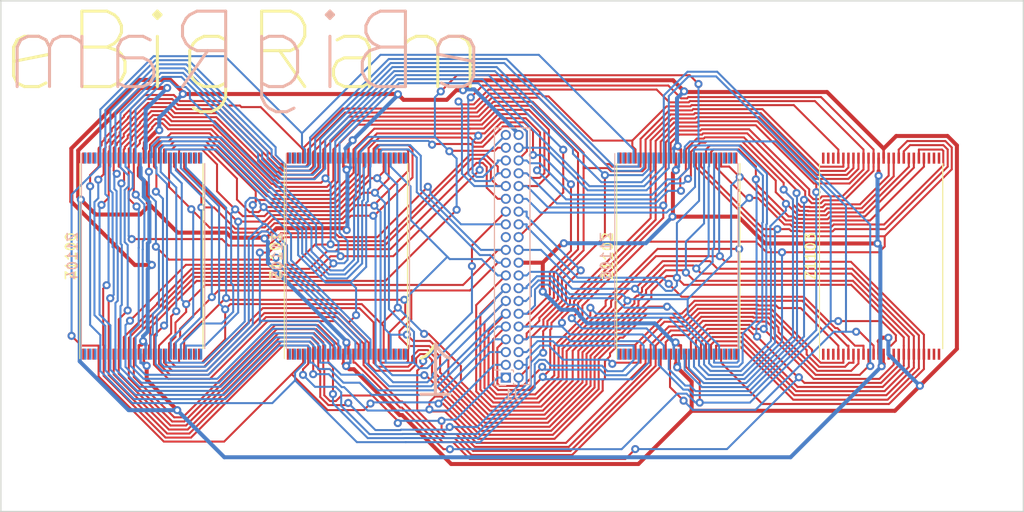
<source format=kicad_pcb>
(kicad_pcb (version 20171130) (host pcbnew "(5.1.4)-1")
  (layers (0 F.Cu signal) (31 B.Cu signal) (34 B.Paste user) (35 F.Paste user) (36 B.SilkS user) (37 F.SilkS user) (38 B.Mask user) (39 F.Mask user) (44 Edge.Cuts user))
  (net 0 "")
  (net 1 GND)
  (net 2 VCC)
  (net 3 "Net-(Z1100-Pad48)")
  (net 4 "Net-(Z1100-Pad47)")
  (net 5 "Net-(Z1100-Pad46)")
  (net 6 "Net-(Z1100-Pad27)")
  (net 7 "Net-(Z1100-Pad26)")
  (net 8 "Net-(Z1100-Pad24)")
  (net 9 "Net-(Z1100-Pad23)")
  (net 10 "Net-(Z1100-Pad22)")
  (net 11 "Net-(Z1100-Pad3)")
  (net 12 "Net-(Z1100-Pad2)")
  (net 13 "Net-(Z1100-Pad25)")
  (net 14 "Net-(Z1100-Pad1)")
  (net 15 "Net-(Z1101-Pad48)")
  (net 16 "Net-(Z1101-Pad47)")
  (net 17 "Net-(Z1101-Pad46)")
  (net 18 "Net-(Z1101-Pad27)")
  (net 19 "Net-(Z1101-Pad26)")
  (net 20 "Net-(Z1101-Pad24)")
  (net 21 "Net-(Z1101-Pad23)")
  (net 22 "Net-(Z1101-Pad22)")
  (net 23 "Net-(Z1101-Pad3)")
  (net 24 "Net-(Z1101-Pad2)")
  (net 25 "Net-(Z1101-Pad25)")
  (net 26 "Net-(Z1101-Pad1)")
  (net 27 "Net-(Z1102-Pad48)")
  (net 28 "Net-(Z1102-Pad47)")
  (net 29 "Net-(Z1102-Pad46)")
  (net 30 "Net-(Z1102-Pad27)")
  (net 31 "Net-(Z1102-Pad26)")
  (net 32 "Net-(Z1102-Pad24)")
  (net 33 "Net-(Z1102-Pad23)")
  (net 34 "Net-(Z1102-Pad22)")
  (net 35 "Net-(Z1102-Pad3)")
  (net 36 "Net-(Z1102-Pad2)")
  (net 37 "Net-(Z1102-Pad25)")
  (net 38 "Net-(Z1102-Pad1)")
  (net 39 "Net-(Z1103-Pad48)")
  (net 40 "Net-(Z1103-Pad47)")
  (net 41 "Net-(Z1103-Pad46)")
  (net 42 "Net-(Z1103-Pad27)")
  (net 43 "Net-(Z1103-Pad26)")
  (net 44 "Net-(Z1103-Pad24)")
  (net 45 "Net-(Z1103-Pad23)")
  (net 46 "Net-(Z1103-Pad22)")
  (net 47 "Net-(Z1103-Pad3)")
  (net 48 "Net-(Z1103-Pad2)")
  (net 49 "Net-(Z1103-Pad25)")
  (net 50 "Net-(Z1103-Pad1)")
  (net 51 "Net-(Z1104-Pad48)")
  (net 52 "Net-(Z1104-Pad47)")
  (net 53 "Net-(Z1104-Pad46)")
  (net 54 "Net-(Z1104-Pad27)")
  (net 55 "Net-(Z1104-Pad26)")
  (net 56 "Net-(Z1104-Pad24)")
  (net 57 "Net-(Z1104-Pad23)")
  (net 58 "Net-(Z1104-Pad22)")
  (net 59 "Net-(Z1104-Pad3)")
  (net 60 "Net-(Z1104-Pad2)")
  (net 61 "Net-(Z1104-Pad25)")
  (net 62 "Net-(Z1104-Pad1)")
  (net 63 "Net-(Z1105-Pad48)")
  (net 64 "Net-(Z1105-Pad47)")
  (net 65 "Net-(Z1105-Pad46)")
  (net 66 "Net-(Z1105-Pad27)")
  (net 67 "Net-(Z1105-Pad26)")
  (net 68 "Net-(Z1105-Pad24)")
  (net 69 "Net-(Z1105-Pad23)")
  (net 70 "Net-(Z1105-Pad22)")
  (net 71 "Net-(Z1105-Pad3)")
  (net 72 "Net-(Z1105-Pad2)")
  (net 73 "Net-(Z1105-Pad25)")
  (net 74 "Net-(Z1105-Pad1)")
  (net 75 "Net-(Z1106-Pad48)")
  (net 76 "Net-(Z1106-Pad47)")
  (net 77 "Net-(Z1106-Pad46)")
  (net 78 "Net-(Z1106-Pad27)")
  (net 79 "Net-(Z1106-Pad26)")
  (net 80 "Net-(Z1106-Pad24)")
  (net 81 "Net-(Z1106-Pad23)")
  (net 82 "Net-(Z1106-Pad22)")
  (net 83 "Net-(Z1106-Pad3)")
  (net 84 "Net-(Z1106-Pad2)")
  (net 85 "Net-(Z1106-Pad25)")
  (net 86 "Net-(Z1106-Pad1)")
  (net 87 /DA0)
  (net 88 /DA1)
  (net 89 /DA2)
  (net 90 /DA3)
  (net 91 /DA4)
  (net 92 /DA5)
  (net 93 /DA6)
  (net 94 /DA7)
  (net 95 /~RD)
  (net 96 /~WR)
  (net 97 /~3&4Meg)
  (net 98 /~5&6Meg)
  (net 99 /~7&8Meg)
  (net 100 /~9&10Meg)
  (net 101 /~11&12Meg)
  (net 102 /~13&14Meg)
  (net 103 /~15&16Meg)
  (net 104 /A20)
  (net 105 /A19)
  (net 106 /A18)
  (net 107 /A17)
  (net 108 /A16)
  (net 109 /A15)
  (net 110 /A14)
  (net 111 /A13)
  (net 112 /A12)
  (net 113 /A11)
  (net 114 /A10)
  (net 115 /A9)
  (net 116 /A8)
  (net 117 /A7)
  (net 118 /A6)
  (net 119 /A5)
  (net 120 /A4)
  (net 121 /A3)
  (net 122 /A2)
  (net 123 /A1)
  (net 124 /A0)
  (net 125 "Net-(Z1106-Pad9)")
  (module Connector_PinHeader_1.27mm:PinHeader_2x20_P1.27mm_Vertical (layer B.Cu) (at 107.325 69.225)
    (fp_text reference J1 (at 0.635 1.695) (layer B.SilkS) (effects (justify mirror)))
    (fp_text value Conn_02x20_Counter_Clockwise_MountingPin)
    (pad 40 thru_hole oval (at 1.27 -24.13) (size 1 1) (drill 0.65) (layers *.Cu *.Mask) (net 2 VCC))
    (pad 39 thru_hole oval (at 0 -24.13) (size 1 1) (drill 0.65) (layers *.Cu *.Mask) (net 87 /DA0))
    (pad 38 thru_hole oval (at 1.27 -22.86) (size 1 1) (drill 0.65) (layers *.Cu *.Mask) (net 88 /DA1))
    (pad 37 thru_hole oval (at 0 -22.86) (size 1 1) (drill 0.65) (layers *.Cu *.Mask) (net 89 /DA2))
    (pad 36 thru_hole oval (at 1.27 -21.59) (size 1 1) (drill 0.65) (layers *.Cu *.Mask) (net 90 /DA3))
    (pad 35 thru_hole oval (at 0 -21.59) (size 1 1) (drill 0.65) (layers *.Cu *.Mask) (net 91 /DA4))
    (pad 34 thru_hole oval (at 1.27 -20.32) (size 1 1) (drill 0.65) (layers *.Cu *.Mask) (net 92 /DA5))
    (pad 33 thru_hole oval (at 0 -20.32) (size 1 1) (drill 0.65) (layers *.Cu *.Mask) (net 93 /DA6))
    (pad 32 thru_hole oval (at 1.27 -19.05) (size 1 1) (drill 0.65) (layers *.Cu *.Mask) (net 94 /DA7))
    (pad 31 thru_hole oval (at 0 -19.05) (size 1 1) (drill 0.65) (layers *.Cu *.Mask) (net 95 /~RD))
    (pad 30 thru_hole oval (at 1.27 -17.78) (size 1 1) (drill 0.65) (layers *.Cu *.Mask) (net 96 /~WR))
    (pad 29 thru_hole oval (at 0 -17.78) (size 1 1) (drill 0.65) (layers *.Cu *.Mask) (net 97 /~3&4Meg))
    (pad 28 thru_hole oval (at 1.27 -16.51) (size 1 1) (drill 0.65) (layers *.Cu *.Mask) (net 98 /~5&6Meg))
    (pad 27 thru_hole oval (at 0 -16.51) (size 1 1) (drill 0.65) (layers *.Cu *.Mask) (net 99 /~7&8Meg))
    (pad 26 thru_hole oval (at 1.27 -15.24) (size 1 1) (drill 0.65) (layers *.Cu *.Mask) (net 100 /~9&10Meg))
    (pad 25 thru_hole oval (at 0 -15.24) (size 1 1) (drill 0.65) (layers *.Cu *.Mask) (net 101 /~11&12Meg))
    (pad 24 thru_hole oval (at 1.27 -13.97) (size 1 1) (drill 0.65) (layers *.Cu *.Mask) (net 102 /~13&14Meg))
    (pad 23 thru_hole oval (at 0 -13.97) (size 1 1) (drill 0.65) (layers *.Cu *.Mask) (net 103 /~15&16Meg))
    (pad 22 thru_hole oval (at 1.27 -12.7) (size 1 1) (drill 0.65) (layers *.Cu *.Mask) (net 104 /A20))
    (pad 21 thru_hole oval (at 0 -12.7) (size 1 1) (drill 0.65) (layers *.Cu *.Mask) (net 105 /A19))
    (pad 20 thru_hole oval (at 1.27 -11.43) (size 1 1) (drill 0.65) (layers *.Cu *.Mask) (net 1 GND))
    (pad 19 thru_hole oval (at 0 -11.43) (size 1 1) (drill 0.65) (layers *.Cu *.Mask) (net 106 /A18))
    (pad 18 thru_hole oval (at 1.27 -10.16) (size 1 1) (drill 0.65) (layers *.Cu *.Mask) (net 107 /A17))
    (pad 17 thru_hole oval (at 0 -10.16) (size 1 1) (drill 0.65) (layers *.Cu *.Mask) (net 108 /A16))
    (pad 16 thru_hole oval (at 1.27 -8.89) (size 1 1) (drill 0.65) (layers *.Cu *.Mask) (net 109 /A15))
    (pad 15 thru_hole oval (at 0 -8.89) (size 1 1) (drill 0.65) (layers *.Cu *.Mask) (net 110 /A14))
    (pad 14 thru_hole oval (at 1.27 -7.62) (size 1 1) (drill 0.65) (layers *.Cu *.Mask) (net 111 /A13))
    (pad 13 thru_hole oval (at 0 -7.62) (size 1 1) (drill 0.65) (layers *.Cu *.Mask) (net 112 /A12))
    (pad 12 thru_hole oval (at 1.27 -6.35) (size 1 1) (drill 0.65) (layers *.Cu *.Mask) (net 113 /A11))
    (pad 11 thru_hole oval (at 0 -6.35) (size 1 1) (drill 0.65) (layers *.Cu *.Mask) (net 114 /A10))
    (pad 10 thru_hole oval (at 1.27 -5.08) (size 1 1) (drill 0.65) (layers *.Cu *.Mask) (net 115 /A9))
    (pad 9 thru_hole oval (at 0 -5.08) (size 1 1) (drill 0.65) (layers *.Cu *.Mask) (net 116 /A8))
    (pad 8 thru_hole oval (at 1.27 -3.81) (size 1 1) (drill 0.65) (layers *.Cu *.Mask) (net 117 /A7))
    (pad 7 thru_hole oval (at 0 -3.81) (size 1 1) (drill 0.65) (layers *.Cu *.Mask) (net 118 /A6))
    (pad 6 thru_hole oval (at 1.27 -2.54) (size 1 1) (drill 0.65) (layers *.Cu *.Mask) (net 119 /A5))
    (pad 5 thru_hole oval (at 0 -2.54) (size 1 1) (drill 0.65) (layers *.Cu *.Mask) (net 120 /A4))
    (pad 4 thru_hole oval (at 1.27 -1.27) (size 1 1) (drill 0.65) (layers *.Cu *.Mask) (net 121 /A3))
    (pad 3 thru_hole oval (at 0 -1.27) (size 1 1) (drill 0.65) (layers *.Cu *.Mask) (net 122 /A2))
    (pad 2 thru_hole oval (at 1.27 0) (size 1 1) (drill 0.65) (layers *.Cu *.Mask) (net 123 /A1))
    (pad 1 thru_hole rect (at 0 0) (size 1 1) (drill 0.65) (layers *.Cu *.Mask) (net 124 /A0))
  )
  (module Package_SO:TSOP-I-48_18.4x12mm_P0.5mm (layer B.Cu) (at 124.267 57.14 270)
    (fp_text reference Z1106 (at 0 7 270) (layer B.SilkS) (effects (justify mirror)))
    (fp_text value Z1106)
    (pad 1 smd rect (at -9.75 5.75 270) (size 1.1 0.25) (layers B.Cu B.Paste B.Mask) (net 86 "Net-(Z1106-Pad1)"))
    (pad 25 smd rect (at 9.75 -5.75 270) (size 1.1 0.25) (layers B.Cu B.Paste B.Mask) (net 85 "Net-(Z1106-Pad25)"))
    (pad 2 smd rect (at -9.75 5.25 270) (size 1.1 0.25) (layers B.Cu B.Paste B.Mask) (net 84 "Net-(Z1106-Pad2)"))
    (pad 3 smd rect (at -9.75 4.75 270) (size 1.1 0.25) (layers B.Cu B.Paste B.Mask) (net 83 "Net-(Z1106-Pad3)"))
    (pad 4 smd rect (at -9.75 4.25 270) (size 1.1 0.25) (layers B.Cu B.Paste B.Mask) (net 120 /A4))
    (pad 5 smd rect (at -9.75 3.75 270) (size 1.1 0.25) (layers B.Cu B.Paste B.Mask) (net 121 /A3))
    (pad 6 smd rect (at -9.75 3.25 270) (size 1.1 0.25) (layers B.Cu B.Paste B.Mask) (net 122 /A2))
    (pad 7 smd rect (at -9.75 2.75 270) (size 1.1 0.25) (layers B.Cu B.Paste B.Mask) (net 123 /A1))
    (pad 8 smd rect (at -9.75 2.25 270) (size 1.1 0.25) (layers B.Cu B.Paste B.Mask) (net 124 /A0))
    (pad 9 smd rect (at -9.75 1.75 270) (size 1.1 0.25) (layers B.Cu B.Paste B.Mask) (net 125 "Net-(Z1106-Pad9)"))
    (pad 10 smd rect (at -9.75 1.25 270) (size 1.1 0.25) (layers B.Cu B.Paste B.Mask) (net 87 /DA0))
    (pad 11 smd rect (at -9.75 0.75 270) (size 1.1 0.25) (layers B.Cu B.Paste B.Mask) (net 88 /DA1))
    (pad 12 smd rect (at -9.75 0.25 270) (size 1.1 0.25) (layers B.Cu B.Paste B.Mask) (net 2 VCC))
    (pad 13 smd rect (at -9.75 -0.25 270) (size 1.1 0.25) (layers B.Cu B.Paste B.Mask) (net 1 GND))
    (pad 14 smd rect (at -9.75 -0.75 270) (size 1.1 0.25) (layers B.Cu B.Paste B.Mask) (net 89 /DA2))
    (pad 15 smd rect (at -9.75 -1.25 270) (size 1.1 0.25) (layers B.Cu B.Paste B.Mask) (net 90 /DA3))
    (pad 16 smd rect (at -9.75 -1.75 270) (size 1.1 0.25) (layers B.Cu B.Paste B.Mask) (net 96 /~WR))
    (pad 17 smd rect (at -9.75 -2.25 270) (size 1.1 0.25) (layers B.Cu B.Paste B.Mask) (net 104 /A20))
    (pad 18 smd rect (at -9.75 -2.75 270) (size 1.1 0.25) (layers B.Cu B.Paste B.Mask) (net 105 /A19))
    (pad 19 smd rect (at -9.75 -3.25 270) (size 1.1 0.25) (layers B.Cu B.Paste B.Mask) (net 106 /A18))
    (pad 20 smd rect (at -9.75 -3.75 270) (size 1.1 0.25) (layers B.Cu B.Paste B.Mask) (net 107 /A17))
    (pad 21 smd rect (at -9.75 -4.25 270) (size 1.1 0.25) (layers B.Cu B.Paste B.Mask) (net 108 /A16))
    (pad 22 smd rect (at -9.75 -4.75 270) (size 1.1 0.25) (layers B.Cu B.Paste B.Mask) (net 82 "Net-(Z1106-Pad22)"))
    (pad 23 smd rect (at -9.75 -5.25 270) (size 1.1 0.25) (layers B.Cu B.Paste B.Mask) (net 81 "Net-(Z1106-Pad23)"))
    (pad 24 smd rect (at -9.75 -5.75 270) (size 1.1 0.25) (layers B.Cu B.Paste B.Mask) (net 80 "Net-(Z1106-Pad24)"))
    (pad 26 smd rect (at 9.75 -5.25 270) (size 1.1 0.25) (layers B.Cu B.Paste B.Mask) (net 79 "Net-(Z1106-Pad26)"))
    (pad 27 smd rect (at 9.75 -4.75 270) (size 1.1 0.25) (layers B.Cu B.Paste B.Mask) (net 78 "Net-(Z1106-Pad27)"))
    (pad 28 smd rect (at 9.75 -4.25 270) (size 1.1 0.25) (layers B.Cu B.Paste B.Mask) (net 109 /A15))
    (pad 29 smd rect (at 9.75 -3.75 270) (size 1.1 0.25) (layers B.Cu B.Paste B.Mask) (net 110 /A14))
    (pad 30 smd rect (at 9.75 -3.25 270) (size 1.1 0.25) (layers B.Cu B.Paste B.Mask) (net 111 /A13))
    (pad 31 smd rect (at 9.75 -2.75 270) (size 1.1 0.25) (layers B.Cu B.Paste B.Mask) (net 112 /A12))
    (pad 32 smd rect (at 9.75 -2.25 270) (size 1.1 0.25) (layers B.Cu B.Paste B.Mask) (net 113 /A11))
    (pad 33 smd rect (at 9.75 -1.75 270) (size 1.1 0.25) (layers B.Cu B.Paste B.Mask) (net 114 /A10))
    (pad 34 smd rect (at 9.75 -1.25 270) (size 1.1 0.25) (layers B.Cu B.Paste B.Mask) (net 91 /DA4))
    (pad 35 smd rect (at 9.75 -0.75 270) (size 1.1 0.25) (layers B.Cu B.Paste B.Mask) (net 92 /DA5))
    (pad 36 smd rect (at 9.75 -0.25 270) (size 1.1 0.25) (layers B.Cu B.Paste B.Mask) (net 2 VCC))
    (pad 37 smd rect (at 9.75 0.25 270) (size 1.1 0.25) (layers B.Cu B.Paste B.Mask) (net 1 GND))
    (pad 38 smd rect (at 9.75 0.75 270) (size 1.1 0.25) (layers B.Cu B.Paste B.Mask) (net 93 /DA6))
    (pad 39 smd rect (at 9.75 1.25 270) (size 1.1 0.25) (layers B.Cu B.Paste B.Mask) (net 94 /DA7))
    (pad 40 smd rect (at 9.75 1.75 270) (size 1.1 0.25) (layers B.Cu B.Paste B.Mask) (net 95 /~RD))
    (pad 41 smd rect (at 9.75 2.25 270) (size 1.1 0.25) (layers B.Cu B.Paste B.Mask) (net 115 /A9))
    (pad 42 smd rect (at 9.75 2.75 270) (size 1.1 0.25) (layers B.Cu B.Paste B.Mask) (net 116 /A8))
    (pad 43 smd rect (at 9.75 3.25 270) (size 1.1 0.25) (layers B.Cu B.Paste B.Mask) (net 117 /A7))
    (pad 44 smd rect (at 9.75 3.75 270) (size 1.1 0.25) (layers B.Cu B.Paste B.Mask) (net 118 /A6))
    (pad 45 smd rect (at 9.75 4.25 270) (size 1.1 0.25) (layers B.Cu B.Paste B.Mask) (net 119 /A5))
    (pad 46 smd rect (at 9.75 4.75 270) (size 1.1 0.25) (layers B.Cu B.Paste B.Mask) (net 77 "Net-(Z1106-Pad46)"))
    (pad 47 smd rect (at 9.75 5.25 270) (size 1.1 0.25) (layers B.Cu B.Paste B.Mask) (net 76 "Net-(Z1106-Pad47)"))
    (pad 48 smd rect (at 9.75 5.75 270) (size 1.1 0.25) (layers B.Cu B.Paste B.Mask) (net 75 "Net-(Z1106-Pad48)"))
  )
  (module Package_SO:TSOP-I-48_18.4x12mm_P0.5mm (layer B.Cu) (at 91.6333 57.14 270)
    (fp_text reference Z1105 (at 0 7 270) (layer B.SilkS) (effects (justify mirror)))
    (fp_text value AS7C316096A-10TIN)
    (pad 48 smd rect (at 9.75 5.75 270) (size 1.1 0.25) (layers B.Cu B.Paste B.Mask) (net 63 "Net-(Z1105-Pad48)"))
    (pad 47 smd rect (at 9.75 5.25 270) (size 1.1 0.25) (layers B.Cu B.Paste B.Mask) (net 64 "Net-(Z1105-Pad47)"))
    (pad 46 smd rect (at 9.75 4.75 270) (size 1.1 0.25) (layers B.Cu B.Paste B.Mask) (net 65 "Net-(Z1105-Pad46)"))
    (pad 45 smd rect (at 9.75 4.25 270) (size 1.1 0.25) (layers B.Cu B.Paste B.Mask) (net 119 /A5))
    (pad 44 smd rect (at 9.75 3.75 270) (size 1.1 0.25) (layers B.Cu B.Paste B.Mask) (net 118 /A6))
    (pad 43 smd rect (at 9.75 3.25 270) (size 1.1 0.25) (layers B.Cu B.Paste B.Mask) (net 117 /A7))
    (pad 42 smd rect (at 9.75 2.75 270) (size 1.1 0.25) (layers B.Cu B.Paste B.Mask) (net 116 /A8))
    (pad 41 smd rect (at 9.75 2.25 270) (size 1.1 0.25) (layers B.Cu B.Paste B.Mask) (net 115 /A9))
    (pad 40 smd rect (at 9.75 1.75 270) (size 1.1 0.25) (layers B.Cu B.Paste B.Mask) (net 95 /~RD))
    (pad 39 smd rect (at 9.75 1.25 270) (size 1.1 0.25) (layers B.Cu B.Paste B.Mask) (net 94 /DA7))
    (pad 38 smd rect (at 9.75 0.75 270) (size 1.1 0.25) (layers B.Cu B.Paste B.Mask) (net 93 /DA6))
    (pad 37 smd rect (at 9.75 0.25 270) (size 1.1 0.25) (layers B.Cu B.Paste B.Mask) (net 1 GND))
    (pad 36 smd rect (at 9.75 -0.25 270) (size 1.1 0.25) (layers B.Cu B.Paste B.Mask) (net 2 VCC))
    (pad 35 smd rect (at 9.75 -0.75 270) (size 1.1 0.25) (layers B.Cu B.Paste B.Mask) (net 92 /DA5))
    (pad 34 smd rect (at 9.75 -1.25 270) (size 1.1 0.25) (layers B.Cu B.Paste B.Mask) (net 91 /DA4))
    (pad 33 smd rect (at 9.75 -1.75 270) (size 1.1 0.25) (layers B.Cu B.Paste B.Mask) (net 114 /A10))
    (pad 32 smd rect (at 9.75 -2.25 270) (size 1.1 0.25) (layers B.Cu B.Paste B.Mask) (net 113 /A11))
    (pad 31 smd rect (at 9.75 -2.75 270) (size 1.1 0.25) (layers B.Cu B.Paste B.Mask) (net 112 /A12))
    (pad 30 smd rect (at 9.75 -3.25 270) (size 1.1 0.25) (layers B.Cu B.Paste B.Mask) (net 111 /A13))
    (pad 29 smd rect (at 9.75 -3.75 270) (size 1.1 0.25) (layers B.Cu B.Paste B.Mask) (net 110 /A14))
    (pad 28 smd rect (at 9.75 -4.25 270) (size 1.1 0.25) (layers B.Cu B.Paste B.Mask) (net 109 /A15))
    (pad 27 smd rect (at 9.75 -4.75 270) (size 1.1 0.25) (layers B.Cu B.Paste B.Mask) (net 66 "Net-(Z1105-Pad27)"))
    (pad 26 smd rect (at 9.75 -5.25 270) (size 1.1 0.25) (layers B.Cu B.Paste B.Mask) (net 67 "Net-(Z1105-Pad26)"))
    (pad 24 smd rect (at -9.75 -5.75 270) (size 1.1 0.25) (layers B.Cu B.Paste B.Mask) (net 68 "Net-(Z1105-Pad24)"))
    (pad 23 smd rect (at -9.75 -5.25 270) (size 1.1 0.25) (layers B.Cu B.Paste B.Mask) (net 69 "Net-(Z1105-Pad23)"))
    (pad 22 smd rect (at -9.75 -4.75 270) (size 1.1 0.25) (layers B.Cu B.Paste B.Mask) (net 70 "Net-(Z1105-Pad22)"))
    (pad 21 smd rect (at -9.75 -4.25 270) (size 1.1 0.25) (layers B.Cu B.Paste B.Mask) (net 108 /A16))
    (pad 20 smd rect (at -9.75 -3.75 270) (size 1.1 0.25) (layers B.Cu B.Paste B.Mask) (net 107 /A17))
    (pad 19 smd rect (at -9.75 -3.25 270) (size 1.1 0.25) (layers B.Cu B.Paste B.Mask) (net 106 /A18))
    (pad 18 smd rect (at -9.75 -2.75 270) (size 1.1 0.25) (layers B.Cu B.Paste B.Mask) (net 105 /A19))
    (pad 17 smd rect (at -9.75 -2.25 270) (size 1.1 0.25) (layers B.Cu B.Paste B.Mask) (net 104 /A20))
    (pad 16 smd rect (at -9.75 -1.75 270) (size 1.1 0.25) (layers B.Cu B.Paste B.Mask) (net 96 /~WR))
    (pad 15 smd rect (at -9.75 -1.25 270) (size 1.1 0.25) (layers B.Cu B.Paste B.Mask) (net 90 /DA3))
    (pad 14 smd rect (at -9.75 -0.75 270) (size 1.1 0.25) (layers B.Cu B.Paste B.Mask) (net 89 /DA2))
    (pad 13 smd rect (at -9.75 -0.25 270) (size 1.1 0.25) (layers B.Cu B.Paste B.Mask) (net 1 GND))
    (pad 12 smd rect (at -9.75 0.25 270) (size 1.1 0.25) (layers B.Cu B.Paste B.Mask) (net 2 VCC))
    (pad 11 smd rect (at -9.75 0.75 270) (size 1.1 0.25) (layers B.Cu B.Paste B.Mask) (net 88 /DA1))
    (pad 10 smd rect (at -9.75 1.25 270) (size 1.1 0.25) (layers B.Cu B.Paste B.Mask) (net 87 /DA0))
    (pad 9 smd rect (at -9.75 1.75 270) (size 1.1 0.25) (layers B.Cu B.Paste B.Mask) (net 102 /~13&14Meg))
    (pad 8 smd rect (at -9.75 2.25 270) (size 1.1 0.25) (layers B.Cu B.Paste B.Mask) (net 124 /A0))
    (pad 7 smd rect (at -9.75 2.75 270) (size 1.1 0.25) (layers B.Cu B.Paste B.Mask) (net 123 /A1))
    (pad 6 smd rect (at -9.75 3.25 270) (size 1.1 0.25) (layers B.Cu B.Paste B.Mask) (net 122 /A2))
    (pad 5 smd rect (at -9.75 3.75 270) (size 1.1 0.25) (layers B.Cu B.Paste B.Mask) (net 121 /A3))
    (pad 4 smd rect (at -9.75 4.25 270) (size 1.1 0.25) (layers B.Cu B.Paste B.Mask) (net 120 /A4))
    (pad 3 smd rect (at -9.75 4.75 270) (size 1.1 0.25) (layers B.Cu B.Paste B.Mask) (net 71 "Net-(Z1105-Pad3)"))
    (pad 2 smd rect (at -9.75 5.25 270) (size 1.1 0.25) (layers B.Cu B.Paste B.Mask) (net 72 "Net-(Z1105-Pad2)"))
    (pad 25 smd rect (at 9.75 -5.75 270) (size 1.1 0.25) (layers B.Cu B.Paste B.Mask) (net 73 "Net-(Z1105-Pad25)"))
    (pad 1 smd rect (at -9.75 5.75 270) (size 1.1 0.25) (layers B.Cu B.Paste B.Mask) (net 74 "Net-(Z1105-Pad1)"))
  )
  (module Package_SO:TSOP-I-48_18.4x12mm_P0.5mm (layer B.Cu) (at 71.2917 57.14 270)
    (fp_text reference Z1104 (at 0 7 270) (layer B.SilkS) (effects (justify mirror)))
    (fp_text value AS7C316096A-10TIN)
    (pad 48 smd rect (at 9.75 5.75 270) (size 1.1 0.25) (layers B.Cu B.Paste B.Mask) (net 51 "Net-(Z1104-Pad48)"))
    (pad 47 smd rect (at 9.75 5.25 270) (size 1.1 0.25) (layers B.Cu B.Paste B.Mask) (net 52 "Net-(Z1104-Pad47)"))
    (pad 46 smd rect (at 9.75 4.75 270) (size 1.1 0.25) (layers B.Cu B.Paste B.Mask) (net 53 "Net-(Z1104-Pad46)"))
    (pad 45 smd rect (at 9.75 4.25 270) (size 1.1 0.25) (layers B.Cu B.Paste B.Mask) (net 119 /A5))
    (pad 44 smd rect (at 9.75 3.75 270) (size 1.1 0.25) (layers B.Cu B.Paste B.Mask) (net 118 /A6))
    (pad 43 smd rect (at 9.75 3.25 270) (size 1.1 0.25) (layers B.Cu B.Paste B.Mask) (net 117 /A7))
    (pad 42 smd rect (at 9.75 2.75 270) (size 1.1 0.25) (layers B.Cu B.Paste B.Mask) (net 116 /A8))
    (pad 41 smd rect (at 9.75 2.25 270) (size 1.1 0.25) (layers B.Cu B.Paste B.Mask) (net 115 /A9))
    (pad 40 smd rect (at 9.75 1.75 270) (size 1.1 0.25) (layers B.Cu B.Paste B.Mask) (net 95 /~RD))
    (pad 39 smd rect (at 9.75 1.25 270) (size 1.1 0.25) (layers B.Cu B.Paste B.Mask) (net 94 /DA7))
    (pad 38 smd rect (at 9.75 0.75 270) (size 1.1 0.25) (layers B.Cu B.Paste B.Mask) (net 93 /DA6))
    (pad 37 smd rect (at 9.75 0.25 270) (size 1.1 0.25) (layers B.Cu B.Paste B.Mask) (net 1 GND))
    (pad 36 smd rect (at 9.75 -0.25 270) (size 1.1 0.25) (layers B.Cu B.Paste B.Mask) (net 2 VCC))
    (pad 35 smd rect (at 9.75 -0.75 270) (size 1.1 0.25) (layers B.Cu B.Paste B.Mask) (net 92 /DA5))
    (pad 34 smd rect (at 9.75 -1.25 270) (size 1.1 0.25) (layers B.Cu B.Paste B.Mask) (net 91 /DA4))
    (pad 33 smd rect (at 9.75 -1.75 270) (size 1.1 0.25) (layers B.Cu B.Paste B.Mask) (net 114 /A10))
    (pad 32 smd rect (at 9.75 -2.25 270) (size 1.1 0.25) (layers B.Cu B.Paste B.Mask) (net 113 /A11))
    (pad 31 smd rect (at 9.75 -2.75 270) (size 1.1 0.25) (layers B.Cu B.Paste B.Mask) (net 112 /A12))
    (pad 30 smd rect (at 9.75 -3.25 270) (size 1.1 0.25) (layers B.Cu B.Paste B.Mask) (net 111 /A13))
    (pad 29 smd rect (at 9.75 -3.75 270) (size 1.1 0.25) (layers B.Cu B.Paste B.Mask) (net 110 /A14))
    (pad 28 smd rect (at 9.75 -4.25 270) (size 1.1 0.25) (layers B.Cu B.Paste B.Mask) (net 109 /A15))
    (pad 27 smd rect (at 9.75 -4.75 270) (size 1.1 0.25) (layers B.Cu B.Paste B.Mask) (net 54 "Net-(Z1104-Pad27)"))
    (pad 26 smd rect (at 9.75 -5.25 270) (size 1.1 0.25) (layers B.Cu B.Paste B.Mask) (net 55 "Net-(Z1104-Pad26)"))
    (pad 24 smd rect (at -9.75 -5.75 270) (size 1.1 0.25) (layers B.Cu B.Paste B.Mask) (net 56 "Net-(Z1104-Pad24)"))
    (pad 23 smd rect (at -9.75 -5.25 270) (size 1.1 0.25) (layers B.Cu B.Paste B.Mask) (net 57 "Net-(Z1104-Pad23)"))
    (pad 22 smd rect (at -9.75 -4.75 270) (size 1.1 0.25) (layers B.Cu B.Paste B.Mask) (net 58 "Net-(Z1104-Pad22)"))
    (pad 21 smd rect (at -9.75 -4.25 270) (size 1.1 0.25) (layers B.Cu B.Paste B.Mask) (net 108 /A16))
    (pad 20 smd rect (at -9.75 -3.75 270) (size 1.1 0.25) (layers B.Cu B.Paste B.Mask) (net 107 /A17))
    (pad 19 smd rect (at -9.75 -3.25 270) (size 1.1 0.25) (layers B.Cu B.Paste B.Mask) (net 106 /A18))
    (pad 18 smd rect (at -9.75 -2.75 270) (size 1.1 0.25) (layers B.Cu B.Paste B.Mask) (net 105 /A19))
    (pad 17 smd rect (at -9.75 -2.25 270) (size 1.1 0.25) (layers B.Cu B.Paste B.Mask) (net 104 /A20))
    (pad 16 smd rect (at -9.75 -1.75 270) (size 1.1 0.25) (layers B.Cu B.Paste B.Mask) (net 96 /~WR))
    (pad 15 smd rect (at -9.75 -1.25 270) (size 1.1 0.25) (layers B.Cu B.Paste B.Mask) (net 90 /DA3))
    (pad 14 smd rect (at -9.75 -0.75 270) (size 1.1 0.25) (layers B.Cu B.Paste B.Mask) (net 89 /DA2))
    (pad 13 smd rect (at -9.75 -0.25 270) (size 1.1 0.25) (layers B.Cu B.Paste B.Mask) (net 1 GND))
    (pad 12 smd rect (at -9.75 0.25 270) (size 1.1 0.25) (layers B.Cu B.Paste B.Mask) (net 2 VCC))
    (pad 11 smd rect (at -9.75 0.75 270) (size 1.1 0.25) (layers B.Cu B.Paste B.Mask) (net 88 /DA1))
    (pad 10 smd rect (at -9.75 1.25 270) (size 1.1 0.25) (layers B.Cu B.Paste B.Mask) (net 87 /DA0))
    (pad 9 smd rect (at -9.75 1.75 270) (size 1.1 0.25) (layers B.Cu B.Paste B.Mask) (net 101 /~11&12Meg))
    (pad 8 smd rect (at -9.75 2.25 270) (size 1.1 0.25) (layers B.Cu B.Paste B.Mask) (net 124 /A0))
    (pad 7 smd rect (at -9.75 2.75 270) (size 1.1 0.25) (layers B.Cu B.Paste B.Mask) (net 123 /A1))
    (pad 6 smd rect (at -9.75 3.25 270) (size 1.1 0.25) (layers B.Cu B.Paste B.Mask) (net 122 /A2))
    (pad 5 smd rect (at -9.75 3.75 270) (size 1.1 0.25) (layers B.Cu B.Paste B.Mask) (net 121 /A3))
    (pad 4 smd rect (at -9.75 4.25 270) (size 1.1 0.25) (layers B.Cu B.Paste B.Mask) (net 120 /A4))
    (pad 3 smd rect (at -9.75 4.75 270) (size 1.1 0.25) (layers B.Cu B.Paste B.Mask) (net 59 "Net-(Z1104-Pad3)"))
    (pad 2 smd rect (at -9.75 5.25 270) (size 1.1 0.25) (layers B.Cu B.Paste B.Mask) (net 60 "Net-(Z1104-Pad2)"))
    (pad 25 smd rect (at 9.75 -5.75 270) (size 1.1 0.25) (layers B.Cu B.Paste B.Mask) (net 61 "Net-(Z1104-Pad25)"))
    (pad 1 smd rect (at -9.75 5.75 270) (size 1.1 0.25) (layers B.Cu B.Paste B.Mask) (net 62 "Net-(Z1104-Pad1)"))
  )
  (module Package_SO:TSOP-I-48_18.4x12mm_P0.5mm (layer F.Cu) (at 144.608 57.15 90)
    (fp_text reference Z1103 (at 0 -7 90) (layer F.SilkS))
    (fp_text value AS7C316096A-10TIN)
    (pad 48 smd rect (at 9.75 -5.75 90) (size 1.1 0.25) (layers F.Cu F.Paste F.Mask) (net 39 "Net-(Z1103-Pad48)"))
    (pad 47 smd rect (at 9.75 -5.25 90) (size 1.1 0.25) (layers F.Cu F.Paste F.Mask) (net 40 "Net-(Z1103-Pad47)"))
    (pad 46 smd rect (at 9.75 -4.75 90) (size 1.1 0.25) (layers F.Cu F.Paste F.Mask) (net 41 "Net-(Z1103-Pad46)"))
    (pad 45 smd rect (at 9.75 -4.25 90) (size 1.1 0.25) (layers F.Cu F.Paste F.Mask) (net 119 /A5))
    (pad 44 smd rect (at 9.75 -3.75 90) (size 1.1 0.25) (layers F.Cu F.Paste F.Mask) (net 118 /A6))
    (pad 43 smd rect (at 9.75 -3.25 90) (size 1.1 0.25) (layers F.Cu F.Paste F.Mask) (net 117 /A7))
    (pad 42 smd rect (at 9.75 -2.75 90) (size 1.1 0.25) (layers F.Cu F.Paste F.Mask) (net 116 /A8))
    (pad 41 smd rect (at 9.75 -2.25 90) (size 1.1 0.25) (layers F.Cu F.Paste F.Mask) (net 115 /A9))
    (pad 40 smd rect (at 9.75 -1.75 90) (size 1.1 0.25) (layers F.Cu F.Paste F.Mask) (net 95 /~RD))
    (pad 39 smd rect (at 9.75 -1.25 90) (size 1.1 0.25) (layers F.Cu F.Paste F.Mask) (net 94 /DA7))
    (pad 38 smd rect (at 9.75 -0.75 90) (size 1.1 0.25) (layers F.Cu F.Paste F.Mask) (net 93 /DA6))
    (pad 37 smd rect (at 9.75 -0.25 90) (size 1.1 0.25) (layers F.Cu F.Paste F.Mask) (net 1 GND))
    (pad 36 smd rect (at 9.75 0.25 90) (size 1.1 0.25) (layers F.Cu F.Paste F.Mask) (net 2 VCC))
    (pad 35 smd rect (at 9.75 0.75 90) (size 1.1 0.25) (layers F.Cu F.Paste F.Mask) (net 92 /DA5))
    (pad 34 smd rect (at 9.75 1.25 90) (size 1.1 0.25) (layers F.Cu F.Paste F.Mask) (net 91 /DA4))
    (pad 33 smd rect (at 9.75 1.75 90) (size 1.1 0.25) (layers F.Cu F.Paste F.Mask) (net 114 /A10))
    (pad 32 smd rect (at 9.75 2.25 90) (size 1.1 0.25) (layers F.Cu F.Paste F.Mask) (net 113 /A11))
    (pad 31 smd rect (at 9.75 2.75 90) (size 1.1 0.25) (layers F.Cu F.Paste F.Mask) (net 112 /A12))
    (pad 30 smd rect (at 9.75 3.25 90) (size 1.1 0.25) (layers F.Cu F.Paste F.Mask) (net 111 /A13))
    (pad 29 smd rect (at 9.75 3.75 90) (size 1.1 0.25) (layers F.Cu F.Paste F.Mask) (net 110 /A14))
    (pad 28 smd rect (at 9.75 4.25 90) (size 1.1 0.25) (layers F.Cu F.Paste F.Mask) (net 109 /A15))
    (pad 27 smd rect (at 9.75 4.75 90) (size 1.1 0.25) (layers F.Cu F.Paste F.Mask) (net 42 "Net-(Z1103-Pad27)"))
    (pad 26 smd rect (at 9.75 5.25 90) (size 1.1 0.25) (layers F.Cu F.Paste F.Mask) (net 43 "Net-(Z1103-Pad26)"))
    (pad 24 smd rect (at -9.75 5.75 90) (size 1.1 0.25) (layers F.Cu F.Paste F.Mask) (net 44 "Net-(Z1103-Pad24)"))
    (pad 23 smd rect (at -9.75 5.25 90) (size 1.1 0.25) (layers F.Cu F.Paste F.Mask) (net 45 "Net-(Z1103-Pad23)"))
    (pad 22 smd rect (at -9.75 4.75 90) (size 1.1 0.25) (layers F.Cu F.Paste F.Mask) (net 46 "Net-(Z1103-Pad22)"))
    (pad 21 smd rect (at -9.75 4.25 90) (size 1.1 0.25) (layers F.Cu F.Paste F.Mask) (net 108 /A16))
    (pad 20 smd rect (at -9.75 3.75 90) (size 1.1 0.25) (layers F.Cu F.Paste F.Mask) (net 107 /A17))
    (pad 19 smd rect (at -9.75 3.25 90) (size 1.1 0.25) (layers F.Cu F.Paste F.Mask) (net 106 /A18))
    (pad 18 smd rect (at -9.75 2.75 90) (size 1.1 0.25) (layers F.Cu F.Paste F.Mask) (net 105 /A19))
    (pad 17 smd rect (at -9.75 2.25 90) (size 1.1 0.25) (layers F.Cu F.Paste F.Mask) (net 104 /A20))
    (pad 16 smd rect (at -9.75 1.75 90) (size 1.1 0.25) (layers F.Cu F.Paste F.Mask) (net 96 /~WR))
    (pad 15 smd rect (at -9.75 1.25 90) (size 1.1 0.25) (layers F.Cu F.Paste F.Mask) (net 90 /DA3))
    (pad 14 smd rect (at -9.75 0.75 90) (size 1.1 0.25) (layers F.Cu F.Paste F.Mask) (net 89 /DA2))
    (pad 13 smd rect (at -9.75 0.25 90) (size 1.1 0.25) (layers F.Cu F.Paste F.Mask) (net 1 GND))
    (pad 12 smd rect (at -9.75 -0.25 90) (size 1.1 0.25) (layers F.Cu F.Paste F.Mask) (net 2 VCC))
    (pad 11 smd rect (at -9.75 -0.75 90) (size 1.1 0.25) (layers F.Cu F.Paste F.Mask) (net 88 /DA1))
    (pad 10 smd rect (at -9.75 -1.25 90) (size 1.1 0.25) (layers F.Cu F.Paste F.Mask) (net 87 /DA0))
    (pad 9 smd rect (at -9.75 -1.75 90) (size 1.1 0.25) (layers F.Cu F.Paste F.Mask) (net 100 /~9&10Meg))
    (pad 8 smd rect (at -9.75 -2.25 90) (size 1.1 0.25) (layers F.Cu F.Paste F.Mask) (net 124 /A0))
    (pad 7 smd rect (at -9.75 -2.75 90) (size 1.1 0.25) (layers F.Cu F.Paste F.Mask) (net 123 /A1))
    (pad 6 smd rect (at -9.75 -3.25 90) (size 1.1 0.25) (layers F.Cu F.Paste F.Mask) (net 122 /A2))
    (pad 5 smd rect (at -9.75 -3.75 90) (size 1.1 0.25) (layers F.Cu F.Paste F.Mask) (net 121 /A3))
    (pad 4 smd rect (at -9.75 -4.25 90) (size 1.1 0.25) (layers F.Cu F.Paste F.Mask) (net 120 /A4))
    (pad 3 smd rect (at -9.75 -4.75 90) (size 1.1 0.25) (layers F.Cu F.Paste F.Mask) (net 47 "Net-(Z1103-Pad3)"))
    (pad 2 smd rect (at -9.75 -5.25 90) (size 1.1 0.25) (layers F.Cu F.Paste F.Mask) (net 48 "Net-(Z1103-Pad2)"))
    (pad 25 smd rect (at 9.75 5.75 90) (size 1.1 0.25) (layers F.Cu F.Paste F.Mask) (net 49 "Net-(Z1103-Pad25)"))
    (pad 1 smd rect (at -9.75 -5.75 90) (size 1.1 0.25) (layers F.Cu F.Paste F.Mask) (net 50 "Net-(Z1103-Pad1)"))
  )
  (module Package_SO:TSOP-I-48_18.4x12mm_P0.5mm (layer F.Cu) (at 124.46 57.14 90)
    (fp_text reference Z1102 (at 0 -7 90) (layer F.SilkS))
    (fp_text value AS7C316096A-10TIN)
    (pad 1 smd rect (at -9.75 -5.75 90) (size 1.1 0.25) (layers F.Cu F.Paste F.Mask) (net 38 "Net-(Z1102-Pad1)"))
    (pad 25 smd rect (at 9.75 5.75 90) (size 1.1 0.25) (layers F.Cu F.Paste F.Mask) (net 37 "Net-(Z1102-Pad25)"))
    (pad 2 smd rect (at -9.75 -5.25 90) (size 1.1 0.25) (layers F.Cu F.Paste F.Mask) (net 36 "Net-(Z1102-Pad2)"))
    (pad 3 smd rect (at -9.75 -4.75 90) (size 1.1 0.25) (layers F.Cu F.Paste F.Mask) (net 35 "Net-(Z1102-Pad3)"))
    (pad 4 smd rect (at -9.75 -4.25 90) (size 1.1 0.25) (layers F.Cu F.Paste F.Mask) (net 120 /A4))
    (pad 5 smd rect (at -9.75 -3.75 90) (size 1.1 0.25) (layers F.Cu F.Paste F.Mask) (net 121 /A3))
    (pad 6 smd rect (at -9.75 -3.25 90) (size 1.1 0.25) (layers F.Cu F.Paste F.Mask) (net 122 /A2))
    (pad 7 smd rect (at -9.75 -2.75 90) (size 1.1 0.25) (layers F.Cu F.Paste F.Mask) (net 123 /A1))
    (pad 8 smd rect (at -9.75 -2.25 90) (size 1.1 0.25) (layers F.Cu F.Paste F.Mask) (net 124 /A0))
    (pad 9 smd rect (at -9.75 -1.75 90) (size 1.1 0.25) (layers F.Cu F.Paste F.Mask) (net 99 /~7&8Meg))
    (pad 10 smd rect (at -9.75 -1.25 90) (size 1.1 0.25) (layers F.Cu F.Paste F.Mask) (net 87 /DA0))
    (pad 11 smd rect (at -9.75 -0.75 90) (size 1.1 0.25) (layers F.Cu F.Paste F.Mask) (net 88 /DA1))
    (pad 12 smd rect (at -9.75 -0.25 90) (size 1.1 0.25) (layers F.Cu F.Paste F.Mask) (net 2 VCC))
    (pad 13 smd rect (at -9.75 0.25 90) (size 1.1 0.25) (layers F.Cu F.Paste F.Mask) (net 1 GND))
    (pad 14 smd rect (at -9.75 0.75 90) (size 1.1 0.25) (layers F.Cu F.Paste F.Mask) (net 89 /DA2))
    (pad 15 smd rect (at -9.75 1.25 90) (size 1.1 0.25) (layers F.Cu F.Paste F.Mask) (net 90 /DA3))
    (pad 16 smd rect (at -9.75 1.75 90) (size 1.1 0.25) (layers F.Cu F.Paste F.Mask) (net 96 /~WR))
    (pad 17 smd rect (at -9.75 2.25 90) (size 1.1 0.25) (layers F.Cu F.Paste F.Mask) (net 104 /A20))
    (pad 18 smd rect (at -9.75 2.75 90) (size 1.1 0.25) (layers F.Cu F.Paste F.Mask) (net 105 /A19))
    (pad 19 smd rect (at -9.75 3.25 90) (size 1.1 0.25) (layers F.Cu F.Paste F.Mask) (net 106 /A18))
    (pad 20 smd rect (at -9.75 3.75 90) (size 1.1 0.25) (layers F.Cu F.Paste F.Mask) (net 107 /A17))
    (pad 21 smd rect (at -9.75 4.25 90) (size 1.1 0.25) (layers F.Cu F.Paste F.Mask) (net 108 /A16))
    (pad 22 smd rect (at -9.75 4.75 90) (size 1.1 0.25) (layers F.Cu F.Paste F.Mask) (net 34 "Net-(Z1102-Pad22)"))
    (pad 23 smd rect (at -9.75 5.25 90) (size 1.1 0.25) (layers F.Cu F.Paste F.Mask) (net 33 "Net-(Z1102-Pad23)"))
    (pad 24 smd rect (at -9.75 5.75 90) (size 1.1 0.25) (layers F.Cu F.Paste F.Mask) (net 32 "Net-(Z1102-Pad24)"))
    (pad 26 smd rect (at 9.75 5.25 90) (size 1.1 0.25) (layers F.Cu F.Paste F.Mask) (net 31 "Net-(Z1102-Pad26)"))
    (pad 27 smd rect (at 9.75 4.75 90) (size 1.1 0.25) (layers F.Cu F.Paste F.Mask) (net 30 "Net-(Z1102-Pad27)"))
    (pad 28 smd rect (at 9.75 4.25 90) (size 1.1 0.25) (layers F.Cu F.Paste F.Mask) (net 109 /A15))
    (pad 29 smd rect (at 9.75 3.75 90) (size 1.1 0.25) (layers F.Cu F.Paste F.Mask) (net 110 /A14))
    (pad 30 smd rect (at 9.75 3.25 90) (size 1.1 0.25) (layers F.Cu F.Paste F.Mask) (net 111 /A13))
    (pad 31 smd rect (at 9.75 2.75 90) (size 1.1 0.25) (layers F.Cu F.Paste F.Mask) (net 112 /A12))
    (pad 32 smd rect (at 9.75 2.25 90) (size 1.1 0.25) (layers F.Cu F.Paste F.Mask) (net 113 /A11))
    (pad 33 smd rect (at 9.75 1.75 90) (size 1.1 0.25) (layers F.Cu F.Paste F.Mask) (net 114 /A10))
    (pad 34 smd rect (at 9.75 1.25 90) (size 1.1 0.25) (layers F.Cu F.Paste F.Mask) (net 91 /DA4))
    (pad 35 smd rect (at 9.75 0.75 90) (size 1.1 0.25) (layers F.Cu F.Paste F.Mask) (net 92 /DA5))
    (pad 36 smd rect (at 9.75 0.25 90) (size 1.1 0.25) (layers F.Cu F.Paste F.Mask) (net 2 VCC))
    (pad 37 smd rect (at 9.75 -0.25 90) (size 1.1 0.25) (layers F.Cu F.Paste F.Mask) (net 1 GND))
    (pad 38 smd rect (at 9.75 -0.75 90) (size 1.1 0.25) (layers F.Cu F.Paste F.Mask) (net 93 /DA6))
    (pad 39 smd rect (at 9.75 -1.25 90) (size 1.1 0.25) (layers F.Cu F.Paste F.Mask) (net 94 /DA7))
    (pad 40 smd rect (at 9.75 -1.75 90) (size 1.1 0.25) (layers F.Cu F.Paste F.Mask) (net 95 /~RD))
    (pad 41 smd rect (at 9.75 -2.25 90) (size 1.1 0.25) (layers F.Cu F.Paste F.Mask) (net 115 /A9))
    (pad 42 smd rect (at 9.75 -2.75 90) (size 1.1 0.25) (layers F.Cu F.Paste F.Mask) (net 116 /A8))
    (pad 43 smd rect (at 9.75 -3.25 90) (size 1.1 0.25) (layers F.Cu F.Paste F.Mask) (net 117 /A7))
    (pad 44 smd rect (at 9.75 -3.75 90) (size 1.1 0.25) (layers F.Cu F.Paste F.Mask) (net 118 /A6))
    (pad 45 smd rect (at 9.75 -4.25 90) (size 1.1 0.25) (layers F.Cu F.Paste F.Mask) (net 119 /A5))
    (pad 46 smd rect (at 9.75 -4.75 90) (size 1.1 0.25) (layers F.Cu F.Paste F.Mask) (net 29 "Net-(Z1102-Pad46)"))
    (pad 47 smd rect (at 9.75 -5.25 90) (size 1.1 0.25) (layers F.Cu F.Paste F.Mask) (net 28 "Net-(Z1102-Pad47)"))
    (pad 48 smd rect (at 9.75 -5.75 90) (size 1.1 0.25) (layers F.Cu F.Paste F.Mask) (net 27 "Net-(Z1102-Pad48)"))
  )
  (module Package_SO:TSOP-I-48_18.4x12mm_P0.5mm (layer F.Cu) (at 91.44 57.14 90)
    (fp_text reference Z1101 (at 0 -7 90) (layer F.SilkS))
    (fp_text value AS7C316096A-10TIN)
    (pad 48 smd rect (at 9.75 -5.75 90) (size 1.1 0.25) (layers F.Cu F.Paste F.Mask) (net 15 "Net-(Z1101-Pad48)"))
    (pad 47 smd rect (at 9.75 -5.25 90) (size 1.1 0.25) (layers F.Cu F.Paste F.Mask) (net 16 "Net-(Z1101-Pad47)"))
    (pad 46 smd rect (at 9.75 -4.75 90) (size 1.1 0.25) (layers F.Cu F.Paste F.Mask) (net 17 "Net-(Z1101-Pad46)"))
    (pad 45 smd rect (at 9.75 -4.25 90) (size 1.1 0.25) (layers F.Cu F.Paste F.Mask) (net 119 /A5))
    (pad 44 smd rect (at 9.75 -3.75 90) (size 1.1 0.25) (layers F.Cu F.Paste F.Mask) (net 118 /A6))
    (pad 43 smd rect (at 9.75 -3.25 90) (size 1.1 0.25) (layers F.Cu F.Paste F.Mask) (net 117 /A7))
    (pad 42 smd rect (at 9.75 -2.75 90) (size 1.1 0.25) (layers F.Cu F.Paste F.Mask) (net 116 /A8))
    (pad 41 smd rect (at 9.75 -2.25 90) (size 1.1 0.25) (layers F.Cu F.Paste F.Mask) (net 115 /A9))
    (pad 40 smd rect (at 9.75 -1.75 90) (size 1.1 0.25) (layers F.Cu F.Paste F.Mask) (net 95 /~RD))
    (pad 39 smd rect (at 9.75 -1.25 90) (size 1.1 0.25) (layers F.Cu F.Paste F.Mask) (net 94 /DA7))
    (pad 38 smd rect (at 9.75 -0.75 90) (size 1.1 0.25) (layers F.Cu F.Paste F.Mask) (net 93 /DA6))
    (pad 37 smd rect (at 9.75 -0.25 90) (size 1.1 0.25) (layers F.Cu F.Paste F.Mask) (net 1 GND))
    (pad 36 smd rect (at 9.75 0.25 90) (size 1.1 0.25) (layers F.Cu F.Paste F.Mask) (net 2 VCC))
    (pad 35 smd rect (at 9.75 0.75 90) (size 1.1 0.25) (layers F.Cu F.Paste F.Mask) (net 92 /DA5))
    (pad 34 smd rect (at 9.75 1.25 90) (size 1.1 0.25) (layers F.Cu F.Paste F.Mask) (net 91 /DA4))
    (pad 33 smd rect (at 9.75 1.75 90) (size 1.1 0.25) (layers F.Cu F.Paste F.Mask) (net 114 /A10))
    (pad 32 smd rect (at 9.75 2.25 90) (size 1.1 0.25) (layers F.Cu F.Paste F.Mask) (net 113 /A11))
    (pad 31 smd rect (at 9.75 2.75 90) (size 1.1 0.25) (layers F.Cu F.Paste F.Mask) (net 112 /A12))
    (pad 30 smd rect (at 9.75 3.25 90) (size 1.1 0.25) (layers F.Cu F.Paste F.Mask) (net 111 /A13))
    (pad 29 smd rect (at 9.75 3.75 90) (size 1.1 0.25) (layers F.Cu F.Paste F.Mask) (net 110 /A14))
    (pad 28 smd rect (at 9.75 4.25 90) (size 1.1 0.25) (layers F.Cu F.Paste F.Mask) (net 109 /A15))
    (pad 27 smd rect (at 9.75 4.75 90) (size 1.1 0.25) (layers F.Cu F.Paste F.Mask) (net 18 "Net-(Z1101-Pad27)"))
    (pad 26 smd rect (at 9.75 5.25 90) (size 1.1 0.25) (layers F.Cu F.Paste F.Mask) (net 19 "Net-(Z1101-Pad26)"))
    (pad 24 smd rect (at -9.75 5.75 90) (size 1.1 0.25) (layers F.Cu F.Paste F.Mask) (net 20 "Net-(Z1101-Pad24)"))
    (pad 23 smd rect (at -9.75 5.25 90) (size 1.1 0.25) (layers F.Cu F.Paste F.Mask) (net 21 "Net-(Z1101-Pad23)"))
    (pad 22 smd rect (at -9.75 4.75 90) (size 1.1 0.25) (layers F.Cu F.Paste F.Mask) (net 22 "Net-(Z1101-Pad22)"))
    (pad 21 smd rect (at -9.75 4.25 90) (size 1.1 0.25) (layers F.Cu F.Paste F.Mask) (net 108 /A16))
    (pad 20 smd rect (at -9.75 3.75 90) (size 1.1 0.25) (layers F.Cu F.Paste F.Mask) (net 107 /A17))
    (pad 19 smd rect (at -9.75 3.25 90) (size 1.1 0.25) (layers F.Cu F.Paste F.Mask) (net 106 /A18))
    (pad 18 smd rect (at -9.75 2.75 90) (size 1.1 0.25) (layers F.Cu F.Paste F.Mask) (net 105 /A19))
    (pad 17 smd rect (at -9.75 2.25 90) (size 1.1 0.25) (layers F.Cu F.Paste F.Mask) (net 104 /A20))
    (pad 16 smd rect (at -9.75 1.75 90) (size 1.1 0.25) (layers F.Cu F.Paste F.Mask) (net 96 /~WR))
    (pad 15 smd rect (at -9.75 1.25 90) (size 1.1 0.25) (layers F.Cu F.Paste F.Mask) (net 90 /DA3))
    (pad 14 smd rect (at -9.75 0.75 90) (size 1.1 0.25) (layers F.Cu F.Paste F.Mask) (net 89 /DA2))
    (pad 13 smd rect (at -9.75 0.25 90) (size 1.1 0.25) (layers F.Cu F.Paste F.Mask) (net 1 GND))
    (pad 12 smd rect (at -9.75 -0.25 90) (size 1.1 0.25) (layers F.Cu F.Paste F.Mask) (net 2 VCC))
    (pad 11 smd rect (at -9.75 -0.75 90) (size 1.1 0.25) (layers F.Cu F.Paste F.Mask) (net 88 /DA1))
    (pad 10 smd rect (at -9.75 -1.25 90) (size 1.1 0.25) (layers F.Cu F.Paste F.Mask) (net 87 /DA0))
    (pad 9 smd rect (at -9.75 -1.75 90) (size 1.1 0.25) (layers F.Cu F.Paste F.Mask) (net 98 /~5&6Meg))
    (pad 8 smd rect (at -9.75 -2.25 90) (size 1.1 0.25) (layers F.Cu F.Paste F.Mask) (net 124 /A0))
    (pad 7 smd rect (at -9.75 -2.75 90) (size 1.1 0.25) (layers F.Cu F.Paste F.Mask) (net 123 /A1))
    (pad 6 smd rect (at -9.75 -3.25 90) (size 1.1 0.25) (layers F.Cu F.Paste F.Mask) (net 122 /A2))
    (pad 5 smd rect (at -9.75 -3.75 90) (size 1.1 0.25) (layers F.Cu F.Paste F.Mask) (net 121 /A3))
    (pad 4 smd rect (at -9.75 -4.25 90) (size 1.1 0.25) (layers F.Cu F.Paste F.Mask) (net 120 /A4))
    (pad 3 smd rect (at -9.75 -4.75 90) (size 1.1 0.25) (layers F.Cu F.Paste F.Mask) (net 23 "Net-(Z1101-Pad3)"))
    (pad 2 smd rect (at -9.75 -5.25 90) (size 1.1 0.25) (layers F.Cu F.Paste F.Mask) (net 24 "Net-(Z1101-Pad2)"))
    (pad 25 smd rect (at 9.75 5.75 90) (size 1.1 0.25) (layers F.Cu F.Paste F.Mask) (net 25 "Net-(Z1101-Pad25)"))
    (pad 1 smd rect (at -9.75 -5.75 90) (size 1.1 0.25) (layers F.Cu F.Paste F.Mask) (net 26 "Net-(Z1101-Pad1)"))
  )
  (module Package_SO:TSOP-I-48_18.4x12mm_P0.5mm (layer F.Cu) (at 71.12 57.14 90)
    (fp_text reference Z1100 (at 0 -7 90) (layer F.SilkS))
    (fp_text value AS7C316096A-10TIN)
    (pad 48 smd rect (at 9.75 -5.75 90) (size 1.1 0.25) (layers F.Cu F.Paste F.Mask) (net 3 "Net-(Z1100-Pad48)"))
    (pad 47 smd rect (at 9.75 -5.25 90) (size 1.1 0.25) (layers F.Cu F.Paste F.Mask) (net 4 "Net-(Z1100-Pad47)"))
    (pad 46 smd rect (at 9.75 -4.75 90) (size 1.1 0.25) (layers F.Cu F.Paste F.Mask) (net 5 "Net-(Z1100-Pad46)"))
    (pad 45 smd rect (at 9.75 -4.25 90) (size 1.1 0.25) (layers F.Cu F.Paste F.Mask) (net 119 /A5))
    (pad 44 smd rect (at 9.75 -3.75 90) (size 1.1 0.25) (layers F.Cu F.Paste F.Mask) (net 118 /A6))
    (pad 43 smd rect (at 9.75 -3.25 90) (size 1.1 0.25) (layers F.Cu F.Paste F.Mask) (net 117 /A7))
    (pad 42 smd rect (at 9.75 -2.75 90) (size 1.1 0.25) (layers F.Cu F.Paste F.Mask) (net 116 /A8))
    (pad 41 smd rect (at 9.75 -2.25 90) (size 1.1 0.25) (layers F.Cu F.Paste F.Mask) (net 115 /A9))
    (pad 40 smd rect (at 9.75 -1.75 90) (size 1.1 0.25) (layers F.Cu F.Paste F.Mask) (net 95 /~RD))
    (pad 39 smd rect (at 9.75 -1.25 90) (size 1.1 0.25) (layers F.Cu F.Paste F.Mask) (net 94 /DA7))
    (pad 38 smd rect (at 9.75 -0.75 90) (size 1.1 0.25) (layers F.Cu F.Paste F.Mask) (net 93 /DA6))
    (pad 37 smd rect (at 9.75 -0.25 90) (size 1.1 0.25) (layers F.Cu F.Paste F.Mask) (net 1 GND))
    (pad 36 smd rect (at 9.75 0.25 90) (size 1.1 0.25) (layers F.Cu F.Paste F.Mask) (net 2 VCC))
    (pad 35 smd rect (at 9.75 0.75 90) (size 1.1 0.25) (layers F.Cu F.Paste F.Mask) (net 92 /DA5))
    (pad 34 smd rect (at 9.75 1.25 90) (size 1.1 0.25) (layers F.Cu F.Paste F.Mask) (net 91 /DA4))
    (pad 33 smd rect (at 9.75 1.75 90) (size 1.1 0.25) (layers F.Cu F.Paste F.Mask) (net 114 /A10))
    (pad 32 smd rect (at 9.75 2.25 90) (size 1.1 0.25) (layers F.Cu F.Paste F.Mask) (net 113 /A11))
    (pad 31 smd rect (at 9.75 2.75 90) (size 1.1 0.25) (layers F.Cu F.Paste F.Mask) (net 112 /A12))
    (pad 30 smd rect (at 9.75 3.25 90) (size 1.1 0.25) (layers F.Cu F.Paste F.Mask) (net 111 /A13))
    (pad 29 smd rect (at 9.75 3.75 90) (size 1.1 0.25) (layers F.Cu F.Paste F.Mask) (net 110 /A14))
    (pad 28 smd rect (at 9.75 4.25 90) (size 1.1 0.25) (layers F.Cu F.Paste F.Mask) (net 109 /A15))
    (pad 27 smd rect (at 9.75 4.75 90) (size 1.1 0.25) (layers F.Cu F.Paste F.Mask) (net 6 "Net-(Z1100-Pad27)"))
    (pad 26 smd rect (at 9.75 5.25 90) (size 1.1 0.25) (layers F.Cu F.Paste F.Mask) (net 7 "Net-(Z1100-Pad26)"))
    (pad 24 smd rect (at -9.75 5.75 90) (size 1.1 0.25) (layers F.Cu F.Paste F.Mask) (net 8 "Net-(Z1100-Pad24)"))
    (pad 23 smd rect (at -9.75 5.25 90) (size 1.1 0.25) (layers F.Cu F.Paste F.Mask) (net 9 "Net-(Z1100-Pad23)"))
    (pad 22 smd rect (at -9.75 4.75 90) (size 1.1 0.25) (layers F.Cu F.Paste F.Mask) (net 10 "Net-(Z1100-Pad22)"))
    (pad 21 smd rect (at -9.75 4.25 90) (size 1.1 0.25) (layers F.Cu F.Paste F.Mask) (net 108 /A16))
    (pad 20 smd rect (at -9.75 3.75 90) (size 1.1 0.25) (layers F.Cu F.Paste F.Mask) (net 107 /A17))
    (pad 19 smd rect (at -9.75 3.25 90) (size 1.1 0.25) (layers F.Cu F.Paste F.Mask) (net 106 /A18))
    (pad 18 smd rect (at -9.75 2.75 90) (size 1.1 0.25) (layers F.Cu F.Paste F.Mask) (net 105 /A19))
    (pad 17 smd rect (at -9.75 2.25 90) (size 1.1 0.25) (layers F.Cu F.Paste F.Mask) (net 104 /A20))
    (pad 16 smd rect (at -9.75 1.75 90) (size 1.1 0.25) (layers F.Cu F.Paste F.Mask) (net 96 /~WR))
    (pad 15 smd rect (at -9.75 1.25 90) (size 1.1 0.25) (layers F.Cu F.Paste F.Mask) (net 90 /DA3))
    (pad 14 smd rect (at -9.75 0.75 90) (size 1.1 0.25) (layers F.Cu F.Paste F.Mask) (net 89 /DA2))
    (pad 13 smd rect (at -9.75 0.25 90) (size 1.1 0.25) (layers F.Cu F.Paste F.Mask) (net 1 GND))
    (pad 12 smd rect (at -9.75 -0.25 90) (size 1.1 0.25) (layers F.Cu F.Paste F.Mask) (net 2 VCC))
    (pad 11 smd rect (at -9.75 -0.75 90) (size 1.1 0.25) (layers F.Cu F.Paste F.Mask) (net 88 /DA1))
    (pad 10 smd rect (at -9.75 -1.25 90) (size 1.1 0.25) (layers F.Cu F.Paste F.Mask) (net 87 /DA0))
    (pad 9 smd rect (at -9.75 -1.75 90) (size 1.1 0.25) (layers F.Cu F.Paste F.Mask) (net 97 /~3&4Meg))
    (pad 8 smd rect (at -9.75 -2.25 90) (size 1.1 0.25) (layers F.Cu F.Paste F.Mask) (net 124 /A0))
    (pad 7 smd rect (at -9.75 -2.75 90) (size 1.1 0.25) (layers F.Cu F.Paste F.Mask) (net 123 /A1))
    (pad 6 smd rect (at -9.75 -3.25 90) (size 1.1 0.25) (layers F.Cu F.Paste F.Mask) (net 122 /A2))
    (pad 5 smd rect (at -9.75 -3.75 90) (size 1.1 0.25) (layers F.Cu F.Paste F.Mask) (net 121 /A3))
    (pad 4 smd rect (at -9.75 -4.25 90) (size 1.1 0.25) (layers F.Cu F.Paste F.Mask) (net 120 /A4))
    (pad 3 smd rect (at -9.75 -4.75 90) (size 1.1 0.25) (layers F.Cu F.Paste F.Mask) (net 11 "Net-(Z1100-Pad3)"))
    (pad 2 smd rect (at -9.75 -5.25 90) (size 1.1 0.25) (layers F.Cu F.Paste F.Mask) (net 12 "Net-(Z1100-Pad2)"))
    (pad 25 smd rect (at 9.75 5.75 90) (size 1.1 0.25) (layers F.Cu F.Paste F.Mask) (net 13 "Net-(Z1100-Pad25)"))
    (pad 1 smd rect (at -9.75 -5.75 90) (size 1.1 0.25) (layers F.Cu F.Paste F.Mask) (net 14 "Net-(Z1100-Pad1)"))
  )
  (gr_text eBigRam (at 81.28 36.83) (layer B.SilkS) (effects (font (size 7.5 7.5) (thickness 0.3)) (justify mirror)))
  (gr_text eBigRam (at 81.28 36.83) (layer F.SilkS) (effects (font (size 7.5 7.5) (thickness 0.3))))
  (gr_text 1 (at 100.33 68.58) (layer B.SilkS) (effects (font (size 5 5) (thickness 0.3)) (justify mirror)))
  (gr_text 1 (at 100.33 68.58) (layer F.SilkS) (effects (font (size 5 5) (thickness 0.3))))
  (gr_line (start 57.15 82.55) (end 57.15 31.75) (layer Edge.Cuts) (width 0.15))
  (gr_line (start 158.75 31.75) (end 57.15 31.75) (layer Edge.Cuts) (width 0.15))
  (gr_line (start 158.75 31.75) (end 158.75 82.55) (layer Edge.Cuts) (width 0.15))
  (gr_line (start 57.15 82.55) (end 158.75 82.55) (layer Edge.Cuts) (width 0.15))
  (segment (start 124.017 65.7231) (end 122.125 63.8311) (width 0.4) (layer B.Cu) (net 1))
  (segment (start 122.125 63.8311) (end 115.4219 63.8311) (width 0.4) (layer B.Cu) (net 1))
  (segment (start 115.4219 63.8311) (end 114.6761 63.0853) (width 0.4) (layer B.Cu) (net 1))
  (segment (start 114.6761 63.0853) (end 114.6761 62.9902) (width 0.4) (layer B.Cu) (net 1))
  (segment (start 114.6761 62.9902) (end 114.1639 62.478) (width 0.4) (layer B.Cu) (net 1))
  (segment (start 114.1639 62.478) (end 112.8005 62.478) (width 0.4) (layer B.Cu) (net 1))
  (segment (start 112.8005 62.478) (end 110.9989 60.6764) (width 0.4) (layer B.Cu) (net 1))
  (segment (start 124.1861 65.7231) (end 124.017 65.7231) (width 0.4) (layer B.Cu) (net 1))
  (segment (start 124.017 65.7231) (end 124.017 65.9395) (width 0.4) (layer B.Cu) (net 1))
  (segment (start 124.017 65.9395) (end 124.017 66.89) (width 0.2498) (layer B.Cu) (net 1))
  (segment (start 91.5884 48.6354) (end 91.5091 48.5561) (width 0.4) (layer B.Cu) (net 1))
  (segment (start 91.5171 54.5536) (end 91.5884 54.4823) (width 0.4) (layer B.Cu) (net 1))
  (segment (start 91.5884 54.4823) (end 91.5884 48.6354) (width 0.4) (layer B.Cu) (net 1))
  (segment (start 91.5884 48.6354) (end 91.8833 48.3405) (width 0.4) (layer B.Cu) (net 1))
  (segment (start 91.8833 48.3405) (end 91.8833 47.39) (width 0.2498) (layer B.Cu) (net 1))
  (segment (start 71.9614 52.0433) (end 74.7261 54.8081) (width 0.4) (layer F.Cu) (net 1))
  (segment (start 74.7261 54.8081) (end 79.5708 54.8081) (width 0.4) (layer F.Cu) (net 1))
  (segment (start 79.5708 54.8081) (end 80.0738 55.3111) (width 0.4) (layer F.Cu) (net 1))
  (segment (start 80.0738 55.3111) (end 83.3468 55.3111) (width 0.4) (layer F.Cu) (net 1))
  (segment (start 70.87 48.3405) (end 70.87 49.1463) (width 0.4) (layer F.Cu) (net 1))
  (segment (start 70.87 49.1463) (end 71.7612 50.0375) (width 0.4) (layer F.Cu) (net 1))
  (segment (start 71.7612 50.0375) (end 71.7612 51.8432) (width 0.4) (layer F.Cu) (net 1))
  (segment (start 71.7612 51.8432) (end 71.9614 52.0433) (width 0.4) (layer F.Cu) (net 1))
  (segment (start 65.1093 51.5251) (end 66.5918 53.0076) (width 0.4) (layer F.Cu) (net 1))
  (segment (start 66.5918 53.0076) (end 70.9971 53.0076) (width 0.4) (layer F.Cu) (net 1))
  (segment (start 70.9971 53.0076) (end 71.9614 52.0433) (width 0.4) (layer F.Cu) (net 1))
  (segment (start 123.924 53.2173) (end 123.8786 53.2173) (width 0.4) (layer F.Cu) (net 1))
  (segment (start 144.252 55.8859) (end 133.0816 55.8859) (width 0.4) (layer F.Cu) (net 1))
  (segment (start 133.0816 55.8859) (end 130.413 53.2173) (width 0.4) (layer F.Cu) (net 1))
  (segment (start 130.413 53.2173) (end 123.924 53.2173) (width 0.4) (layer F.Cu) (net 1))
  (segment (start 124.21 48.596) (end 123.924 48.882) (width 0.4) (layer F.Cu) (net 1))
  (segment (start 123.924 48.882) (end 123.924 53.2173) (width 0.4) (layer F.Cu) (net 1))
  (segment (start 110.9989 57.795) (end 109.4953 57.795) (width 0.4) (layer F.Cu) (net 1))
  (segment (start 110.9989 60.6764) (end 110.9989 57.795) (width 0.4) (layer F.Cu) (net 1))
  (segment (start 113.0872 55.8628) (end 112.9311 55.8628) (width 0.4) (layer F.Cu) (net 1))
  (segment (start 112.9311 55.8628) (end 110.9989 57.795) (width 0.4) (layer F.Cu) (net 1))
  (segment (start 123.8786 53.2173) (end 121.2331 55.8628) (width 0.4) (layer B.Cu) (net 1))
  (segment (start 121.2331 55.8628) (end 113.0872 55.8628) (width 0.4) (layer B.Cu) (net 1))
  (segment (start 83.3468 55.3111) (end 83.6145 55.3111) (width 0.4) (layer F.Cu) (net 1))
  (segment (start 83.6145 55.3111) (end 84.5611 54.3645) (width 0.4) (layer F.Cu) (net 1))
  (segment (start 84.5611 54.3645) (end 91.328 54.3645) (width 0.4) (layer F.Cu) (net 1))
  (segment (start 91.328 54.3645) (end 91.5171 54.5536) (width 0.4) (layer F.Cu) (net 1))
  (segment (start 91.3833 65.7344) (end 91.3833 65.5003) (width 0.4) (layer B.Cu) (net 1))
  (segment (start 91.3833 65.5003) (end 83.6903 57.8073) (width 0.4) (layer B.Cu) (net 1))
  (segment (start 83.6903 57.8073) (end 83.6903 55.7338) (width 0.4) (layer B.Cu) (net 1))
  (segment (start 83.6903 55.7338) (end 83.3468 55.3903) (width 0.4) (layer B.Cu) (net 1))
  (segment (start 83.3468 55.3111) (end 83.3468 55.3903) (width 0.4) (layer F.Cu) (net 1))
  (segment (start 144.252 55.8859) (end 144.5311 56.165) (width 0.4) (layer B.Cu) (net 1))
  (segment (start 144.5311 56.165) (end 144.5311 67.9679) (width 0.4) (layer B.Cu) (net 1))
  (segment (start 144.5311 67.9679) (end 144.6583 68.0951) (width 0.4) (layer B.Cu) (net 1))
  (segment (start 91.4831 65.7344) (end 91.3833 65.7344) (width 0.4) (layer B.Cu) (net 1))
  (segment (start 91.3833 65.7344) (end 91.3833 65.9395) (width 0.4) (layer B.Cu) (net 1))
  (segment (start 91.3833 65.9395) (end 91.3833 66.89) (width 0.2498) (layer B.Cu) (net 1))
  (segment (start 124.2171 48.596) (end 124.21 48.596) (width 0.4) (layer F.Cu) (net 1))
  (segment (start 124.21 48.596) (end 124.21 48.3405) (width 0.4) (layer F.Cu) (net 1))
  (segment (start 124.517 47.39) (end 124.517 48.2652) (width 0.2498) (layer B.Cu) (net 1))
  (segment (start 124.2421 48.3404) (end 124.2171 48.3654) (width 0.4) (layer B.Cu) (net 1))
  (segment (start 124.2171 48.3654) (end 124.2171 48.596) (width 0.4) (layer B.Cu) (net 1))
  (segment (start 124.2421 48.3404) (end 124.3173 48.2652) (width 0.2498) (layer B.Cu) (net 1))
  (segment (start 124.3173 48.2652) (end 124.517 48.2652) (width 0.2498) (layer B.Cu) (net 1))
  (segment (start 144.358 48.6924) (end 144.358 49.1505) (width 0.4) (layer F.Cu) (net 1))
  (segment (start 144.252 55.8859) (end 144.252 49.2565) (width 0.4) (layer B.Cu) (net 1))
  (segment (start 144.252 49.2565) (end 144.358 49.1505) (width 0.4) (layer B.Cu) (net 1))
  (segment (start 144.358 48.6924) (end 144.358 47.4) (width 0.2498) (layer F.Cu) (net 1))
  (segment (start 74.6818 72.4625) (end 79.3634 77.1441) (width 0.4) (layer B.Cu) (net 1))
  (segment (start 79.3634 77.1441) (end 135.6093 77.1441) (width 0.4) (layer B.Cu) (net 1))
  (segment (start 135.6093 77.1441) (end 144.6583 68.0951) (width 0.4) (layer B.Cu) (net 1))
  (segment (start 74.6818 72.4625) (end 69.849 72.4625) (width 0.4) (layer B.Cu) (net 1))
  (segment (start 69.849 72.4625) (end 64.9963 67.6098) (width 0.4) (layer B.Cu) (net 1))
  (segment (start 64.9963 67.6098) (end 64.9963 51.6381) (width 0.4) (layer B.Cu) (net 1))
  (segment (start 64.9963 51.6381) (end 65.1093 51.5251) (width 0.4) (layer B.Cu) (net 1))
  (segment (start 65.1093 51.5251) (end 64.8446 51.2604) (width 0.4) (layer F.Cu) (net 1))
  (segment (start 64.8446 51.2604) (end 64.8446 46.6324) (width 0.4) (layer F.Cu) (net 1))
  (segment (start 64.8446 46.6324) (end 71.0551 40.4219) (width 0.4) (layer F.Cu) (net 1))
  (segment (start 71.0551 40.4219) (end 73.6796 40.4219) (width 0.4) (layer F.Cu) (net 1))
  (segment (start 124.21 48.3405) (end 124.21 47.39) (width 0.2498) (layer F.Cu) (net 1))
  (segment (start 71.5417 46.4395) (end 71.5417 42.5598) (width 0.4) (layer B.Cu) (net 1))
  (segment (start 71.5417 42.5598) (end 73.6796 40.4219) (width 0.4) (layer B.Cu) (net 1))
  (segment (start 74.6818 72.4625) (end 71.6466 69.4273) (width 0.4) (layer F.Cu) (net 1))
  (segment (start 71.6466 69.4273) (end 71.6466 68.0441) (width 0.4) (layer F.Cu) (net 1))
  (segment (start 71.37 67.8404) (end 71.4429 67.8404) (width 0.4) (layer F.Cu) (net 1))
  (segment (start 71.4429 67.8404) (end 71.6466 68.0441) (width 0.4) (layer F.Cu) (net 1))
  (segment (start 70.87 48.3405) (end 70.87 47.39) (width 0.2498) (layer F.Cu) (net 1))
  (segment (start 71.37 67.8404) (end 71.37 66.89) (width 0.2498) (layer F.Cu) (net 1))
  (segment (start 144.858 67.8505) (end 144.858 67.8954) (width 0.4) (layer F.Cu) (net 1))
  (segment (start 144.858 67.8954) (end 144.6583 68.0951) (width 0.4) (layer F.Cu) (net 1))
  (segment (start 91.4649 48.3404) (end 91.5091 48.3846) (width 0.4) (layer F.Cu) (net 1))
  (segment (start 91.5091 48.3846) (end 91.5091 48.5561) (width 0.4) (layer F.Cu) (net 1))
  (segment (start 71.3166 67.8404) (end 71.5203 68.0441) (width 0.4) (layer B.Cu) (net 1))
  (segment (start 71.5203 68.0441) (end 71.6466 68.0441) (width 0.4) (layer B.Cu) (net 1))
  (segment (start 71.5417 46.4395) (end 71.5417 47.39) (width 0.2498) (layer B.Cu) (net 1))
  (segment (start 144.858 67.8505) (end 144.858 66.9) (width 0.2498) (layer F.Cu) (net 1))
  (segment (start 91.19 47.39) (end 91.19 48.2652) (width 0.2498) (layer F.Cu) (net 1))
  (segment (start 91.4649 48.3404) (end 91.3897 48.2652) (width 0.2498) (layer F.Cu) (net 1))
  (segment (start 91.3897 48.2652) (end 91.19 48.2652) (width 0.2498) (layer F.Cu) (net 1))
  (segment (start 124.4351 65.9396) (end 124.2186 65.7231) (width 0.4) (layer F.Cu) (net 1))
  (segment (start 124.2186 65.7231) (end 124.1861 65.7231) (width 0.4) (layer F.Cu) (net 1))
  (segment (start 124.71 66.89) (end 124.71 66.0148) (width 0.2498) (layer F.Cu) (net 1))
  (segment (start 124.4351 65.9396) (end 124.5103 66.0148) (width 0.2498) (layer F.Cu) (net 1))
  (segment (start 124.5103 66.0148) (end 124.71 66.0148) (width 0.2498) (layer F.Cu) (net 1))
  (segment (start 91.69 65.9395) (end 91.4849 65.7344) (width 0.4) (layer F.Cu) (net 1))
  (segment (start 91.4849 65.7344) (end 91.4831 65.7344) (width 0.4) (layer F.Cu) (net 1))
  (segment (start 71.0417 66.89) (end 71.0417 67.7652) (width 0.2498) (layer B.Cu) (net 1))
  (segment (start 71.3166 67.8404) (end 71.2414 67.7652) (width 0.2498) (layer B.Cu) (net 1))
  (segment (start 71.2414 67.7652) (end 71.0417 67.7652) (width 0.2498) (layer B.Cu) (net 1))
  (segment (start 91.69 65.9395) (end 91.69 66.89) (width 0.2498) (layer F.Cu) (net 1))
  (segment (start 108.595 57.795) (end 109.4953 57.795) (width 0.4) (layer F.Cu) (net 1))
  (via (at 113.0872 55.8628) (size 0.8) (layers F.Cu B.Cu) (net 1))
  (via (at 123.8786 53.2173) (size 0.8) (layers F.Cu B.Cu) (net 1))
  (via (at 124.2171 48.596) (size 0.8) (layers F.Cu B.Cu) (net 1))
  (via (at 144.358 49.1505) (size 0.8) (layers F.Cu B.Cu) (net 1))
  (via (at 144.252 55.8859) (size 0.8) (layers F.Cu B.Cu) (net 1))
  (via (at 65.1093 51.5251) (size 0.8) (layers F.Cu B.Cu) (net 1))
  (via (at 91.5171 54.5536) (size 0.8) (layers F.Cu B.Cu) (net 1))
  (via (at 74.6818 72.4625) (size 0.8) (layers F.Cu B.Cu) (net 1))
  (via (at 73.6796 40.4219) (size 0.8) (layers F.Cu B.Cu) (net 1))
  (via (at 144.6583 68.0951) (size 0.8) (layers F.Cu B.Cu) (net 1))
  (via (at 91.5091 48.5561) (size 0.8) (layers F.Cu B.Cu) (net 1))
  (via (at 83.3468 55.3903) (size 0.8) (layers F.Cu B.Cu) (net 1))
  (via (at 110.9989 60.6764) (size 0.8) (layers F.Cu B.Cu) (net 1))
  (via (at 124.1861 65.7231) (size 0.8) (layers F.Cu B.Cu) (net 1))
  (via (at 71.6466 68.0441) (size 0.8) (layers F.Cu B.Cu) (net 1))
  (via (at 91.4831 65.7344) (size 0.8) (layers F.Cu B.Cu) (net 1))
  (segment (start 148.4605 70.0386) (end 152.1369 66.3622) (width 0.4) (layer F.Cu) (net 2))
  (segment (start 152.1369 66.3622) (end 152.1369 46.1321) (width 0.4) (layer F.Cu) (net 2))
  (segment (start 152.1369 46.1321) (end 151.2039 45.1991) (width 0.4) (layer F.Cu) (net 2))
  (segment (start 151.2039 45.1991) (end 146.1084 45.1991) (width 0.4) (layer F.Cu) (net 2))
  (segment (start 146.1084 45.1991) (end 144.858 46.4495) (width 0.4) (layer F.Cu) (net 2))
  (segment (start 125.0317 40.7538) (end 125.1047 40.8268) (width 0.4) (layer F.Cu) (net 2))
  (segment (start 125.1047 40.8268) (end 139.2353 40.8268) (width 0.4) (layer F.Cu) (net 2))
  (segment (start 139.2353 40.8268) (end 144.858 46.4495) (width 0.4) (layer F.Cu) (net 2))
  (segment (start 125.7865 72.5271) (end 145.972 72.5271) (width 0.4) (layer F.Cu) (net 2))
  (segment (start 145.972 72.5271) (end 148.4605 70.0386) (width 0.4) (layer F.Cu) (net 2))
  (segment (start 144.858 46.4495) (end 144.858 47.4) (width 0.2498) (layer F.Cu) (net 2))
  (segment (start 103.0705 40.6471) (end 104.0618 39.6558) (width 0.4) (layer F.Cu) (net 2))
  (segment (start 104.0618 39.6558) (end 123.9337 39.6558) (width 0.4) (layer F.Cu) (net 2))
  (segment (start 123.9337 39.6558) (end 125.0317 40.7538) (width 0.4) (layer F.Cu) (net 2))
  (segment (start 91.4624 68.073) (end 91.7785 68.3891) (width 0.4) (layer F.Cu) (net 2))
  (segment (start 91.7785 68.3891) (end 92.2258 68.3891) (width 0.4) (layer F.Cu) (net 2))
  (segment (start 92.2258 68.3891) (end 96.7796 72.9429) (width 0.4) (layer F.Cu) (net 2))
  (segment (start 96.7796 72.9429) (end 97.0239 72.9429) (width 0.4) (layer F.Cu) (net 2))
  (segment (start 97.0239 72.9429) (end 101.8973 77.8163) (width 0.4) (layer F.Cu) (net 2))
  (segment (start 101.8973 77.8163) (end 120.4973 77.8163) (width 0.4) (layer F.Cu) (net 2))
  (segment (start 120.4973 77.8163) (end 125.7865 72.5271) (width 0.4) (layer F.Cu) (net 2))
  (segment (start 125.7865 72.5271) (end 125.7865 69.6394) (width 0.4) (layer F.Cu) (net 2))
  (segment (start 125.7865 69.6394) (end 124.3479 68.2008) (width 0.4) (layer F.Cu) (net 2))
  (segment (start 92.1118 45.6179) (end 96.6098 41.1199) (width 0.4) (layer B.Cu) (net 2))
  (segment (start 96.6098 41.1199) (end 96.6098 41.0496) (width 0.4) (layer B.Cu) (net 2))
  (segment (start 96.6098 41.0496) (end 96.6099 41.0496) (width 0.4) (layer B.Cu) (net 2))
  (segment (start 96.6099 41.0496) (end 97.1605 41.6002) (width 0.4) (layer F.Cu) (net 2))
  (segment (start 97.1605 41.6002) (end 101.458 41.6002) (width 0.4) (layer F.Cu) (net 2))
  (segment (start 101.458 41.6002) (end 102.4111 40.6471) (width 0.4) (layer F.Cu) (net 2))
  (segment (start 102.4111 40.6471) (end 103.0705 40.6471) (width 0.4) (layer F.Cu) (net 2))
  (segment (start 75.2386 41.0237) (end 96.584 41.0237) (width 0.4) (layer F.Cu) (net 2))
  (segment (start 96.584 41.0237) (end 96.6099 41.0496) (width 0.4) (layer F.Cu) (net 2))
  (segment (start 108.595 45.095) (end 108.595 44.9775) (width 0.4) (layer B.Cu) (net 2))
  (segment (start 108.595 44.9775) (end 104.1774 40.5599) (width 0.4) (layer B.Cu) (net 2))
  (segment (start 104.1774 40.5599) (end 103.1577 40.5599) (width 0.4) (layer B.Cu) (net 2))
  (segment (start 103.1577 40.5599) (end 103.0705 40.6471) (width 0.4) (layer B.Cu) (net 2))
  (segment (start 91.3833 46.4396) (end 92.1118 45.7111) (width 0.4) (layer B.Cu) (net 2))
  (segment (start 92.1118 45.7111) (end 92.1118 45.6179) (width 0.4) (layer B.Cu) (net 2))
  (segment (start 91.3833 46.4396) (end 91.3833 47.39) (width 0.2498) (layer B.Cu) (net 2))
  (segment (start 91.69 46.0976) (end 92.1118 45.6758) (width 0.4) (layer F.Cu) (net 2))
  (segment (start 92.1118 45.6758) (end 92.1118 45.6179) (width 0.4) (layer F.Cu) (net 2))
  (segment (start 91.69 46.0976) (end 91.69 47.39) (width 0.2498) (layer F.Cu) (net 2))
  (segment (start 145.3314 65.252) (end 144.7136 65.252) (width 0.4) (layer F.Cu) (net 2))
  (segment (start 144.7136 65.252) (end 144.358 65.6076) (width 0.4) (layer F.Cu) (net 2))
  (segment (start 71.0417 48.3405) (end 71.0417 49.2755) (width 0.4) (layer B.Cu) (net 2))
  (segment (start 71.0417 49.2755) (end 71.3609 49.5947) (width 0.4) (layer B.Cu) (net 2))
  (segment (start 71.3609 49.5947) (end 71.3609 51.2293) (width 0.4) (layer B.Cu) (net 2))
  (segment (start 71.3609 51.2293) (end 71.9175 51.7859) (width 0.4) (layer B.Cu) (net 2))
  (segment (start 71.9175 51.7859) (end 71.9175 55.7157) (width 0.4) (layer B.Cu) (net 2))
  (segment (start 71.9175 55.7157) (end 71.7612 55.872) (width 0.4) (layer B.Cu) (net 2))
  (segment (start 71.7612 55.872) (end 71.7612 57.623) (width 0.4) (layer B.Cu) (net 2))
  (segment (start 71.7612 57.623) (end 72.1612 58.023) (width 0.4) (layer B.Cu) (net 2))
  (segment (start 72.1612 58.023) (end 71.7525 58.4317) (width 0.4) (layer B.Cu) (net 2))
  (segment (start 71.7525 58.4317) (end 71.7525 64.655) (width 0.4) (layer B.Cu) (net 2))
  (segment (start 71.7525 64.655) (end 71.2897 65.1178) (width 0.4) (layer B.Cu) (net 2))
  (segment (start 71.2897 65.1178) (end 71.2897 65.6008) (width 0.4) (layer B.Cu) (net 2))
  (segment (start 75.2386 41.0237) (end 75.2386 40.8491) (width 0.4) (layer F.Cu) (net 2))
  (segment (start 75.2386 40.8491) (end 74.0111 39.6216) (width 0.4) (layer F.Cu) (net 2))
  (segment (start 74.0111 39.6216) (end 70.9786 39.6216) (width 0.4) (layer F.Cu) (net 2))
  (segment (start 70.9786 39.6216) (end 64.161 46.4392) (width 0.4) (layer F.Cu) (net 2))
  (segment (start 64.161 46.4392) (end 64.161 51.7203) (width 0.4) (layer F.Cu) (net 2))
  (segment (start 64.161 51.7203) (end 70.4637 58.023) (width 0.4) (layer F.Cu) (net 2))
  (segment (start 70.4637 58.023) (end 72.1612 58.023) (width 0.4) (layer F.Cu) (net 2))
  (segment (start 91.19 67.8404) (end 91.2298 67.8404) (width 0.4) (layer F.Cu) (net 2))
  (segment (start 91.2298 67.8404) (end 91.4624 68.073) (width 0.4) (layer F.Cu) (net 2))
  (segment (start 91.19 67.8404) (end 91.19 66.89) (width 0.2498) (layer F.Cu) (net 2))
  (segment (start 91.8833 66.89) (end 91.8833 67.7652) (width 0.2498) (layer B.Cu) (net 2))
  (segment (start 91.6084 67.8404) (end 91.4624 67.9864) (width 0.4) (layer B.Cu) (net 2))
  (segment (start 91.4624 67.9864) (end 91.4624 68.073) (width 0.4) (layer B.Cu) (net 2))
  (segment (start 91.6084 67.8404) (end 91.6836 67.7652) (width 0.2498) (layer B.Cu) (net 2))
  (segment (start 91.6836 67.7652) (end 91.8833 67.7652) (width 0.2498) (layer B.Cu) (net 2))
  (segment (start 148.4605 70.0386) (end 145.3314 66.9095) (width 0.4) (layer B.Cu) (net 2))
  (segment (start 145.3314 66.9095) (end 145.3314 65.252) (width 0.4) (layer B.Cu) (net 2))
  (segment (start 124.329 46.1277) (end 124.329 41.4565) (width 0.4) (layer B.Cu) (net 2))
  (segment (start 124.329 41.4565) (end 125.0317 40.7538) (width 0.4) (layer B.Cu) (net 2))
  (segment (start 124.4016 46.2003) (end 124.329 46.1277) (width 0.4) (layer B.Cu) (net 2))
  (segment (start 124.017 46.4395) (end 124.0172 46.4395) (width 0.4) (layer B.Cu) (net 2))
  (segment (start 124.0172 46.4395) (end 124.329 46.1277) (width 0.4) (layer B.Cu) (net 2))
  (segment (start 124.71 47.39) (end 124.71 46.5148) (width 0.2498) (layer F.Cu) (net 2))
  (segment (start 124.4351 46.4396) (end 124.4016 46.4061) (width 0.4) (layer F.Cu) (net 2))
  (segment (start 124.4016 46.4061) (end 124.4016 46.2003) (width 0.4) (layer F.Cu) (net 2))
  (segment (start 124.4351 46.4396) (end 124.5103 46.5148) (width 0.2498) (layer F.Cu) (net 2))
  (segment (start 124.5103 46.5148) (end 124.71 46.5148) (width 0.2498) (layer F.Cu) (net 2))
  (segment (start 144.358 65.6076) (end 144.358 66.9) (width 0.2498) (layer F.Cu) (net 2))
  (segment (start 71.0417 48.3405) (end 71.0417 47.39) (width 0.2498) (layer B.Cu) (net 2))
  (segment (start 71.1449 65.9396) (end 71.2896 65.7949) (width 0.4) (layer F.Cu) (net 2))
  (segment (start 71.2896 65.7949) (end 71.2896 65.6008) (width 0.4) (layer F.Cu) (net 2))
  (segment (start 71.2896 65.6008) (end 71.2897 65.6008) (width 0.4) (layer F.Cu) (net 2))
  (segment (start 71.2897 65.6008) (end 71.5417 65.8528) (width 0.4) (layer B.Cu) (net 2))
  (segment (start 71.5417 65.8528) (end 71.5417 65.9395) (width 0.4) (layer B.Cu) (net 2))
  (segment (start 71.5417 65.9395) (end 71.5417 66.89) (width 0.2498) (layer B.Cu) (net 2))
  (segment (start 70.87 66.89) (end 70.87 66.0148) (width 0.2498) (layer F.Cu) (net 2))
  (segment (start 71.1449 65.9396) (end 71.0697 66.0148) (width 0.2498) (layer F.Cu) (net 2))
  (segment (start 71.0697 66.0148) (end 70.87 66.0148) (width 0.2498) (layer F.Cu) (net 2))
  (segment (start 124.3479 68.2008) (end 124.21 68.0629) (width 0.4) (layer F.Cu) (net 2))
  (segment (start 124.21 68.0629) (end 124.21 67.8405) (width 0.4) (layer F.Cu) (net 2))
  (segment (start 124.3479 68.2008) (end 124.517 68.0317) (width 0.4) (layer B.Cu) (net 2))
  (segment (start 124.517 68.0317) (end 124.517 67.8405) (width 0.4) (layer B.Cu) (net 2))
  (segment (start 124.517 67.8405) (end 124.517 66.89) (width 0.2498) (layer B.Cu) (net 2))
  (segment (start 124.21 67.8405) (end 124.21 66.89) (width 0.2498) (layer F.Cu) (net 2))
  (segment (start 72.896 44.6247) (end 72.7077 44.6247) (width 0.4) (layer F.Cu) (net 2))
  (segment (start 72.7077 44.6247) (end 71.4694 45.863) (width 0.4) (layer F.Cu) (net 2))
  (segment (start 71.4694 45.863) (end 71.4694 46.3401) (width 0.4) (layer F.Cu) (net 2))
  (segment (start 71.4694 46.3401) (end 71.37 46.4395) (width 0.4) (layer F.Cu) (net 2))
  (segment (start 75.2386 41.0237) (end 72.896 43.3663) (width 0.4) (layer B.Cu) (net 2))
  (segment (start 72.896 43.3663) (end 72.896 44.6247) (width 0.4) (layer B.Cu) (net 2))
  (segment (start 124.017 46.4395) (end 124.017 47.39) (width 0.2498) (layer B.Cu) (net 2))
  (segment (start 71.37 46.4395) (end 71.37 47.39) (width 0.2498) (layer F.Cu) (net 2))
  (via (at 103.0705 40.6471) (size 0.8) (layers F.Cu B.Cu) (net 2))
  (via (at 96.6099 41.0496) (size 0.8) (layers F.Cu B.Cu) (net 2))
  (via (at 92.1118 45.6179) (size 0.8) (layers F.Cu B.Cu) (net 2))
  (via (at 91.4624 68.073) (size 0.8) (layers F.Cu B.Cu) (net 2))
  (via (at 124.4016 46.2003) (size 0.8) (layers F.Cu B.Cu) (net 2))
  (via (at 145.3314 65.252) (size 0.8) (layers F.Cu B.Cu) (net 2))
  (via (at 148.4605 70.0386) (size 0.8) (layers F.Cu B.Cu) (net 2))
  (via (at 125.0317 40.7538) (size 0.8) (layers F.Cu B.Cu) (net 2))
  (via (at 71.2897 65.6008) (size 0.8) (layers F.Cu B.Cu) (net 2))
  (via (at 124.3479 68.2008) (size 0.8) (layers F.Cu B.Cu) (net 2))
  (via (at 72.896 44.6247) (size 0.8) (layers F.Cu B.Cu) (net 2))
  (via (at 72.1612 58.023) (size 0.8) (layers F.Cu B.Cu) (net 2))
  (via (at 75.2386 41.0237) (size 0.8) (layers F.Cu B.Cu) (net 2))
  (segment (start 90.3833 46.5397) (end 90.3833 45.7196) (width 0.2) (layer B.Cu) (net 87))
  (segment (start 90.3833 45.7196) (end 96.5564 39.5465) (width 0.2) (layer B.Cu) (net 87))
  (segment (start 96.5564 39.5465) (end 104.9831 39.5465) (width 0.2) (layer B.Cu) (net 87))
  (segment (start 104.9831 39.5465) (end 115.6279 50.1913) (width 0.2) (layer B.Cu) (net 87))
  (segment (start 115.6279 50.1913) (end 121.066 50.1913) (width 0.2) (layer B.Cu) (net 87))
  (segment (start 121.066 50.1913) (end 123.017 48.2403) (width 0.2) (layer B.Cu) (net 87))
  (segment (start 104.7292 48.5684) (end 104.7292 47.6908) (width 0.2) (layer B.Cu) (net 87))
  (segment (start 104.7292 47.6908) (end 107.325 45.095) (width 0.2) (layer B.Cu) (net 87))
  (segment (start 90.9037 57.1552) (end 96.1424 57.1552) (width 0.2) (layer F.Cu) (net 87))
  (segment (start 96.1424 57.1552) (end 104.7292 48.5684) (width 0.2) (layer F.Cu) (net 87))
  (segment (start 69.87 66.89) (end 69.87 65.2794) (width 0.2) (layer F.Cu) (net 87))
  (segment (start 69.87 65.2794) (end 73.0846 62.0648) (width 0.2) (layer F.Cu) (net 87))
  (segment (start 73.0846 62.0648) (end 73.0846 62.0001) (width 0.2) (layer F.Cu) (net 87))
  (segment (start 73.0846 62.0001) (end 76.2752 58.8095) (width 0.2) (layer F.Cu) (net 87))
  (segment (start 76.2752 58.8095) (end 88.2664 58.8095) (width 0.2) (layer F.Cu) (net 87))
  (segment (start 88.2664 58.8095) (end 89.9207 57.1552) (width 0.2) (layer F.Cu) (net 87))
  (segment (start 89.9207 57.1552) (end 90.9037 57.1552) (width 0.2) (layer F.Cu) (net 87))
  (segment (start 143.5258 68.0787) (end 143.5258 54.0124) (width 0.2) (layer B.Cu) (net 87))
  (segment (start 143.5258 54.0124) (end 128.3208 38.8074) (width 0.2) (layer B.Cu) (net 87))
  (segment (start 128.3208 38.8074) (end 125.3742 38.8074) (width 0.2) (layer B.Cu) (net 87))
  (segment (start 125.3742 38.8074) (end 123.017 41.1646) (width 0.2) (layer B.Cu) (net 87))
  (segment (start 123.017 41.1646) (end 123.017 46.5397) (width 0.2) (layer B.Cu) (net 87))
  (segment (start 90.6967 56.6743) (end 90.6967 56.9482) (width 0.2) (layer B.Cu) (net 87))
  (segment (start 90.6967 56.9482) (end 90.9037 57.1552) (width 0.2) (layer B.Cu) (net 87))
  (segment (start 90.6967 56.6743) (end 89.622 56.6743) (width 0.2) (layer B.Cu) (net 87))
  (segment (start 89.622 56.6743) (end 89.0949 56.1472) (width 0.2) (layer B.Cu) (net 87))
  (segment (start 89.0949 56.1472) (end 89.0949 54.0729) (width 0.2) (layer B.Cu) (net 87))
  (segment (start 89.0949 54.0729) (end 82.7157 47.6937) (width 0.2) (layer B.Cu) (net 87))
  (segment (start 82.7157 47.6937) (end 82.7157 46.9443) (width 0.2) (layer B.Cu) (net 87))
  (segment (start 82.7157 46.9443) (end 75.0927 39.3213) (width 0.2) (layer B.Cu) (net 87))
  (segment (start 75.0927 39.3213) (end 73.2236 39.3213) (width 0.2) (layer B.Cu) (net 87))
  (segment (start 73.2236 39.3213) (end 70.0417 42.5032) (width 0.2) (layer B.Cu) (net 87))
  (segment (start 70.0417 42.5032) (end 70.0417 46.5397) (width 0.2) (layer B.Cu) (net 87))
  (segment (start 143.358 68.0787) (end 142.4855 68.9512) (width 0.2) (layer F.Cu) (net 87))
  (segment (start 142.4855 68.9512) (end 138.1084 68.9512) (width 0.2) (layer F.Cu) (net 87))
  (segment (start 138.1084 68.9512) (end 134.0153 64.8581) (width 0.2) (layer F.Cu) (net 87))
  (segment (start 134.0153 64.8581) (end 134.0153 64.4233) (width 0.2) (layer F.Cu) (net 87))
  (segment (start 134.0153 64.4233) (end 133.2442 63.6522) (width 0.2) (layer F.Cu) (net 87))
  (segment (start 133.2442 63.6522) (end 131.7702 63.6522) (width 0.2) (layer F.Cu) (net 87))
  (segment (start 131.7702 63.6522) (end 131.703 63.585) (width 0.2) (layer F.Cu) (net 87))
  (segment (start 131.703 63.585) (end 126.9004 63.585) (width 0.2) (layer F.Cu) (net 87))
  (segment (start 126.9004 63.585) (end 125.4857 64.9997) (width 0.2) (layer F.Cu) (net 87))
  (segment (start 125.4857 64.9997) (end 123.9055 64.9997) (width 0.2) (layer F.Cu) (net 87))
  (segment (start 123.9055 64.9997) (end 123.21 65.6952) (width 0.2) (layer F.Cu) (net 87))
  (segment (start 123.21 65.6952) (end 123.21 66.89) (width 0.2) (layer F.Cu) (net 87))
  (segment (start 69.87 66.89) (end 69.87 69.2746) (width 0.2) (layer F.Cu) (net 87))
  (segment (start 69.87 69.2746) (end 74.1806 73.5852) (width 0.2) (layer F.Cu) (net 87))
  (segment (start 74.1806 73.5852) (end 75.3899 73.5852) (width 0.2) (layer F.Cu) (net 87))
  (segment (start 75.3899 73.5852) (end 84.5665 64.4086) (width 0.2) (layer F.Cu) (net 87))
  (segment (start 84.5665 64.4086) (end 88.4926 64.4086) (width 0.2) (layer F.Cu) (net 87))
  (segment (start 88.4926 64.4086) (end 90.19 66.106) (width 0.2) (layer F.Cu) (net 87))
  (segment (start 90.19 66.106) (end 90.19 66.89) (width 0.2) (layer F.Cu) (net 87))
  (segment (start 90.3833 47.39) (end 90.3833 46.5397) (width 0.2) (layer B.Cu) (net 87))
  (segment (start 90.3833 47.39) (end 90.3833 55.4384) (width 0.2) (layer B.Cu) (net 87))
  (segment (start 90.3833 55.4384) (end 90.6967 55.7518) (width 0.2) (layer B.Cu) (net 87))
  (segment (start 90.6967 55.7518) (end 90.6967 56.6743) (width 0.2) (layer B.Cu) (net 87))
  (segment (start 123.017 47.39) (end 123.017 48.2403) (width 0.2) (layer B.Cu) (net 87))
  (segment (start 143.5258 68.0787) (end 143.358 68.0787) (width 0.2) (layer F.Cu) (net 87))
  (segment (start 123.017 47.39) (end 123.017 46.5397) (width 0.2) (layer B.Cu) (net 87))
  (segment (start 143.358 66.9) (end 143.358 68.0787) (width 0.2) (layer F.Cu) (net 87))
  (segment (start 70.0417 47.39) (end 70.0417 46.5397) (width 0.2) (layer B.Cu) (net 87))
  (via (at 104.7292 48.5684) (size 0.8) (layers F.Cu B.Cu) (net 87))
  (via (at 143.5258 68.0787) (size 0.8) (layers F.Cu B.Cu) (net 87))
  (via (at 90.9037 57.1552) (size 0.8) (layers F.Cu B.Cu) (net 87))
  (segment (start 141.1168 64.6644) (end 139.8908 64.6644) (width 0.2) (layer B.Cu) (net 88))
  (segment (start 139.8908 64.6644) (end 132.1146 72.4406) (width 0.2) (layer B.Cu) (net 88))
  (segment (start 132.1146 72.4406) (end 125.9079 72.4406) (width 0.2) (layer B.Cu) (net 88))
  (segment (start 125.9079 72.4406) (end 124.9862 71.5189) (width 0.2) (layer B.Cu) (net 88))
  (segment (start 123.5168 47.39) (end 123.5166 47.3898) (width 0.2) (layer B.Cu) (net 88))
  (segment (start 123.5166 47.3898) (end 123.5166 41.2311) (width 0.2) (layer B.Cu) (net 88))
  (segment (start 123.5166 41.2311) (end 125.4768 39.2709) (width 0.2) (layer B.Cu) (net 88))
  (segment (start 125.4768 39.2709) (end 128.2149 39.2709) (width 0.2) (layer B.Cu) (net 88))
  (segment (start 128.2149 39.2709) (end 141.1168 52.1728) (width 0.2) (layer B.Cu) (net 88))
  (segment (start 141.1168 52.1728) (end 141.1168 64.6644) (width 0.2) (layer B.Cu) (net 88))
  (segment (start 141.1168 64.6644) (end 142.13 64.6644) (width 0.2) (layer B.Cu) (net 88))
  (segment (start 143.858 66.9) (end 143.858 66.0497) (width 0.2) (layer F.Cu) (net 88))
  (segment (start 142.13 64.6644) (end 142.4727 64.6644) (width 0.2) (layer F.Cu) (net 88))
  (segment (start 142.4727 64.6644) (end 143.858 66.0497) (width 0.2) (layer F.Cu) (net 88))
  (segment (start 124.9862 71.5189) (end 123.6354 70.1681) (width 0.2) (layer F.Cu) (net 88))
  (segment (start 123.6354 70.1681) (end 123.6354 66.9646) (width 0.2) (layer F.Cu) (net 88))
  (segment (start 123.6354 66.9646) (end 123.71 66.89) (width 0.2) (layer F.Cu) (net 88))
  (segment (start 90.8833 47.39) (end 90.8087 47.3154) (width 0.2) (layer B.Cu) (net 88))
  (segment (start 90.8087 47.3154) (end 90.8087 45.8603) (width 0.2) (layer B.Cu) (net 88))
  (segment (start 90.8087 45.8603) (end 96.7222 39.9468) (width 0.2) (layer B.Cu) (net 88))
  (segment (start 96.7222 39.9468) (end 104.5958 39.9468) (width 0.2) (layer B.Cu) (net 88))
  (segment (start 104.5958 39.9468) (end 109.4193 44.7703) (width 0.2) (layer B.Cu) (net 88))
  (segment (start 109.4193 44.7703) (end 109.4193 46.365) (width 0.2) (layer B.Cu) (net 88))
  (segment (start 109.4193 46.365) (end 108.595 46.365) (width 0.2) (layer B.Cu) (net 88))
  (segment (start 123.5168 47.39) (end 123.5168 48.3812) (width 0.2) (layer B.Cu) (net 88))
  (segment (start 123.5168 48.3812) (end 121.2957 50.6023) (width 0.2) (layer B.Cu) (net 88))
  (segment (start 121.2957 50.6023) (end 115.4725 50.6023) (width 0.2) (layer B.Cu) (net 88))
  (segment (start 115.4725 50.6023) (end 111.2352 46.365) (width 0.2) (layer B.Cu) (net 88))
  (segment (start 111.2352 46.365) (end 109.4193 46.365) (width 0.2) (layer B.Cu) (net 88))
  (segment (start 123.5168 47.39) (end 123.517 47.39) (width 0.2) (layer B.Cu) (net 88))
  (segment (start 90.8833 47.39) (end 90.8087 47.4646) (width 0.2) (layer B.Cu) (net 88))
  (segment (start 90.8087 47.4646) (end 90.8087 54.8355) (width 0.2) (layer B.Cu) (net 88))
  (segment (start 90.8087 54.8355) (end 91.6054 55.6322) (width 0.2) (layer B.Cu) (net 88))
  (segment (start 91.6054 55.6322) (end 91.6054 57.5182) (width 0.2) (layer B.Cu) (net 88))
  (segment (start 91.6054 57.5182) (end 91.268 57.8556) (width 0.2) (layer B.Cu) (net 88))
  (segment (start 91.268 57.8556) (end 90.2 57.8556) (width 0.2) (layer B.Cu) (net 88))
  (segment (start 90.2 57.8662) (end 88.8564 59.2098) (width 0.2) (layer F.Cu) (net 88))
  (segment (start 88.8564 59.2098) (end 76.441 59.2098) (width 0.2) (layer F.Cu) (net 88))
  (segment (start 76.441 59.2098) (end 73.4849 62.1659) (width 0.2) (layer F.Cu) (net 88))
  (segment (start 73.4849 62.1659) (end 73.4849 62.2306) (width 0.2) (layer F.Cu) (net 88))
  (segment (start 73.4849 62.2306) (end 70.37 65.3455) (width 0.2) (layer F.Cu) (net 88))
  (segment (start 70.37 65.3455) (end 70.37 66.89) (width 0.2) (layer F.Cu) (net 88))
  (segment (start 90.2 57.8556) (end 90.2 57.8662) (width 0.2) (layer B.Cu) (net 88))
  (segment (start 70.5417 47.39) (end 70.5417 42.5693) (width 0.2) (layer B.Cu) (net 88))
  (segment (start 70.5417 42.5693) (end 73.3894 39.7216) (width 0.2) (layer B.Cu) (net 88))
  (segment (start 73.3894 39.7216) (end 73.9697 39.7216) (width 0.2) (layer B.Cu) (net 88))
  (segment (start 73.9697 39.7216) (end 74.5714 40.3233) (width 0.2) (layer B.Cu) (net 88))
  (segment (start 74.5714 40.3233) (end 74.5714 40.3234) (width 0.2) (layer B.Cu) (net 88))
  (segment (start 74.5714 40.3234) (end 75.5287 40.3234) (width 0.2) (layer B.Cu) (net 88))
  (segment (start 75.5287 40.3234) (end 75.9389 40.7336) (width 0.2) (layer B.Cu) (net 88))
  (segment (start 75.9389 40.7336) (end 75.9389 41.483) (width 0.2) (layer B.Cu) (net 88))
  (segment (start 75.9389 41.483) (end 88.4763 54.0204) (width 0.2) (layer B.Cu) (net 88))
  (segment (start 88.4763 54.0204) (end 88.4763 56.1319) (width 0.2) (layer B.Cu) (net 88))
  (segment (start 88.4763 56.1319) (end 90.2 57.8556) (width 0.2) (layer B.Cu) (net 88))
  (segment (start 70.37 66.89) (end 70.37 69.161) (width 0.2) (layer F.Cu) (net 88))
  (segment (start 70.37 69.161) (end 74.3819 73.1729) (width 0.2) (layer F.Cu) (net 88))
  (segment (start 74.3819 73.1729) (end 75.236 73.1729) (width 0.2) (layer F.Cu) (net 88))
  (segment (start 75.236 73.1729) (end 84.4006 64.0083) (width 0.2) (layer F.Cu) (net 88))
  (segment (start 84.4006 64.0083) (end 88.6586 64.0083) (width 0.2) (layer F.Cu) (net 88))
  (segment (start 88.6586 64.0083) (end 90.69 66.0397) (width 0.2) (layer F.Cu) (net 88))
  (segment (start 90.69 66.89) (end 90.69 66.0397) (width 0.2) (layer F.Cu) (net 88))
  (via (at 142.13 64.6644) (size 0.8) (layers F.Cu B.Cu) (net 88))
  (via (at 124.9862 71.5189) (size 0.8) (layers F.Cu B.Cu) (net 88))
  (via (at 90.2 57.8662) (size 0.8) (layers F.Cu B.Cu) (net 88))
  (segment (start 100.8616 40.7668) (end 102.473 39.1554) (width 0.2) (layer F.Cu) (net 89))
  (segment (start 102.473 39.1554) (end 125.5931 39.1554) (width 0.2) (layer F.Cu) (net 89))
  (segment (start 125.5931 39.1554) (end 126.4642 40.0265) (width 0.2) (layer F.Cu) (net 89))
  (segment (start 126.4642 45.7375) (end 126.4642 40.0265) (width 0.2) (layer B.Cu) (net 89))
  (segment (start 126.589 71.7102) (end 126.1679 71.7102) (width 0.2) (layer B.Cu) (net 89))
  (segment (start 126.1679 71.7102) (end 125.2763 70.8186) (width 0.2) (layer B.Cu) (net 89))
  (segment (start 125.2763 70.8186) (end 124.358 70.8186) (width 0.2) (layer B.Cu) (net 89))
  (segment (start 124.358 70.8186) (end 118.8328 76.3438) (width 0.2) (layer B.Cu) (net 89))
  (segment (start 118.8328 76.3438) (end 101.7734 76.3438) (width 0.2) (layer B.Cu) (net 89))
  (segment (start 106.5247 46.365) (end 106.2225 46.6672) (width 0.2) (layer F.Cu) (net 89))
  (segment (start 106.2225 46.6672) (end 101.7634 46.6672) (width 0.2) (layer F.Cu) (net 89))
  (segment (start 101.7634 46.6672) (end 101.7133 46.7173) (width 0.2) (layer F.Cu) (net 89))
  (segment (start 100.2774 45.2814) (end 101.7133 46.7173) (width 0.2) (layer B.Cu) (net 89))
  (segment (start 92.3833 46.5397) (end 93.6416 45.2814) (width 0.2) (layer B.Cu) (net 89))
  (segment (start 93.6416 45.2814) (end 100.2774 45.2814) (width 0.2) (layer B.Cu) (net 89))
  (segment (start 100.2774 45.2814) (end 100.2774 41.351) (width 0.2) (layer B.Cu) (net 89))
  (segment (start 100.2774 41.351) (end 100.8616 40.7668) (width 0.2) (layer B.Cu) (net 89))
  (segment (start 126.4642 45.7375) (end 134.1154 45.7375) (width 0.2) (layer B.Cu) (net 89))
  (segment (start 134.1154 45.7375) (end 139.5991 51.2212) (width 0.2) (layer B.Cu) (net 89))
  (segment (start 139.5991 51.2212) (end 139.5991 63.6042) (width 0.2) (layer B.Cu) (net 89))
  (segment (start 125.017 47.39) (end 125.017 46.5886) (width 0.2) (layer B.Cu) (net 89))
  (segment (start 125.017 46.5886) (end 125.1037 46.5019) (width 0.2) (layer B.Cu) (net 89))
  (segment (start 125.1037 46.5019) (end 125.1037 46.2534) (width 0.2) (layer B.Cu) (net 89))
  (segment (start 125.1037 46.2534) (end 125.6196 45.7375) (width 0.2) (layer B.Cu) (net 89))
  (segment (start 125.6196 45.7375) (end 126.4642 45.7375) (width 0.2) (layer B.Cu) (net 89))
  (segment (start 145.358 66.0497) (end 145.5843 66.0497) (width 0.2) (layer F.Cu) (net 89))
  (segment (start 145.5843 66.0497) (end 146.0746 65.5594) (width 0.2) (layer F.Cu) (net 89))
  (segment (start 146.0746 65.5594) (end 146.0746 65.0047) (width 0.2) (layer F.Cu) (net 89))
  (segment (start 146.0746 65.0047) (end 144.6741 63.6042) (width 0.2) (layer F.Cu) (net 89))
  (segment (start 144.6741 63.6042) (end 140.3461 63.6042) (width 0.2) (layer F.Cu) (net 89))
  (segment (start 139.5991 63.6042) (end 140.3461 63.6042) (width 0.2) (layer B.Cu) (net 89))
  (segment (start 72.0417 47.39) (end 72.1163 47.3154) (width 0.2) (layer B.Cu) (net 89))
  (segment (start 72.1163 47.3154) (end 72.1163 46.2514) (width 0.2) (layer B.Cu) (net 89))
  (segment (start 72.1163 46.2514) (end 73.0426 45.3251) (width 0.2) (layer B.Cu) (net 89))
  (segment (start 73.0426 45.3251) (end 79.0172 45.3251) (width 0.2) (layer B.Cu) (net 89))
  (segment (start 79.0172 45.3251) (end 88.0175 54.3254) (width 0.2) (layer B.Cu) (net 89))
  (segment (start 88.0175 54.3254) (end 88.0175 56.674) (width 0.2) (layer B.Cu) (net 89))
  (segment (start 88.0175 56.674) (end 89.91 58.5665) (width 0.2) (layer B.Cu) (net 89))
  (segment (start 89.91 58.5665) (end 91.1792 58.5665) (width 0.2) (layer B.Cu) (net 89))
  (segment (start 91.1792 58.5665) (end 92.251 57.4947) (width 0.2) (layer B.Cu) (net 89))
  (segment (start 92.251 57.4947) (end 92.251 51.3529) (width 0.2) (layer B.Cu) (net 89))
  (segment (start 92.251 51.3529) (end 92.4182 51.1857) (width 0.2) (layer B.Cu) (net 89))
  (segment (start 92.4182 51.1857) (end 92.4182 47.4249) (width 0.2) (layer B.Cu) (net 89))
  (segment (start 92.4182 47.4249) (end 92.3833 47.39) (width 0.2) (layer B.Cu) (net 89))
  (segment (start 102.4386 52.5364) (end 95.3649 59.6101) (width 0.2) (layer F.Cu) (net 89))
  (segment (start 95.3649 59.6101) (end 76.6068 59.6101) (width 0.2) (layer F.Cu) (net 89))
  (segment (start 76.6068 59.6101) (end 73.8852 62.3317) (width 0.2) (layer F.Cu) (net 89))
  (segment (start 73.8852 62.3317) (end 73.8852 62.3964) (width 0.2) (layer F.Cu) (net 89))
  (segment (start 73.8852 62.3964) (end 71.99 64.2916) (width 0.2) (layer F.Cu) (net 89))
  (segment (start 71.99 64.2916) (end 71.99 65.9197) (width 0.2) (layer F.Cu) (net 89))
  (segment (start 71.99 65.9197) (end 71.87 66.0397) (width 0.2) (layer F.Cu) (net 89))
  (segment (start 139.5991 63.6042) (end 139.5991 63.6822) (width 0.2) (layer B.Cu) (net 89))
  (segment (start 139.5991 63.6822) (end 131.5711 71.7102) (width 0.2) (layer B.Cu) (net 89))
  (segment (start 131.5711 71.7102) (end 126.589 71.7102) (width 0.2) (layer B.Cu) (net 89))
  (segment (start 101.7734 76.3438) (end 101.1323 76.3438) (width 0.2) (layer F.Cu) (net 89))
  (segment (start 101.1323 76.3438) (end 96.9895 72.201) (width 0.2) (layer F.Cu) (net 89))
  (segment (start 96.9895 72.201) (end 96.8276 72.201) (width 0.2) (layer F.Cu) (net 89))
  (segment (start 96.8276 72.201) (end 92.3669 67.7403) (width 0.2) (layer F.Cu) (net 89))
  (segment (start 92.3669 67.7403) (end 92.19 67.7403) (width 0.2) (layer F.Cu) (net 89))
  (segment (start 145.358 66.9) (end 145.358 66.0497) (width 0.2) (layer F.Cu) (net 89))
  (segment (start 126.589 71.7102) (end 126.589 69.5312) (width 0.2) (layer F.Cu) (net 89))
  (segment (start 126.589 69.5312) (end 125.21 68.1522) (width 0.2) (layer F.Cu) (net 89))
  (segment (start 125.21 68.1522) (end 125.21 66.89) (width 0.2) (layer F.Cu) (net 89))
  (segment (start 92.19 66.89) (end 92.19 67.7403) (width 0.2) (layer F.Cu) (net 89))
  (segment (start 101.7133 46.7173) (end 102.4386 47.4426) (width 0.2) (layer B.Cu) (net 89))
  (segment (start 102.4386 47.4426) (end 102.4386 52.5364) (width 0.2) (layer B.Cu) (net 89))
  (segment (start 92.3833 47.39) (end 92.3833 46.5397) (width 0.2) (layer B.Cu) (net 89))
  (segment (start 71.87 66.89) (end 71.87 66.0397) (width 0.2) (layer F.Cu) (net 89))
  (segment (start 107.325 46.365) (end 106.5247 46.365) (width 0.2) (layer F.Cu) (net 89))
  (via (at 126.4642 40.0265) (size 0.8) (layers F.Cu B.Cu) (net 89))
  (via (at 100.8616 40.7668) (size 0.8) (layers F.Cu B.Cu) (net 89))
  (via (at 140.3461 63.6042) (size 0.8) (layers F.Cu B.Cu) (net 89))
  (via (at 101.7734 76.3438) (size 0.8) (layers F.Cu B.Cu) (net 89))
  (via (at 102.4386 52.5364) (size 0.8) (layers F.Cu B.Cu) (net 89))
  (via (at 126.589 71.7102) (size 0.8) (layers F.Cu B.Cu) (net 89))
  (via (at 101.7133 46.7173) (size 0.8) (layers F.Cu B.Cu) (net 89))
  (segment (start 109.3953 47.635) (end 109.6688 47.9085) (width 0.2) (layer B.Cu) (net 90))
  (segment (start 109.6688 47.9085) (end 110.7119 47.9085) (width 0.2) (layer B.Cu) (net 90))
  (segment (start 110.7119 47.9085) (end 113.8475 51.0441) (width 0.2) (layer B.Cu) (net 90))
  (segment (start 113.8475 51.0441) (end 121.8488 51.0441) (width 0.2) (layer B.Cu) (net 90))
  (segment (start 121.8488 51.0441) (end 123.3824 49.5105) (width 0.2) (layer B.Cu) (net 90))
  (segment (start 123.3824 49.5105) (end 124.383 49.5105) (width 0.2) (layer B.Cu) (net 90))
  (segment (start 124.383 49.5105) (end 125.517 48.3765) (width 0.2) (layer B.Cu) (net 90))
  (segment (start 125.517 48.3765) (end 125.517 48.2403) (width 0.2) (layer B.Cu) (net 90))
  (segment (start 72.5417 47.39) (end 72.5417 46.4) (width 0.2) (layer B.Cu) (net 90))
  (segment (start 72.5417 46.4) (end 73.2122 45.7295) (width 0.2) (layer B.Cu) (net 90))
  (segment (start 73.2122 45.7295) (end 78.8555 45.7295) (width 0.2) (layer B.Cu) (net 90))
  (segment (start 78.8555 45.7295) (end 87.4937 54.3677) (width 0.2) (layer B.Cu) (net 90))
  (segment (start 87.4937 54.3677) (end 87.4937 56.7163) (width 0.2) (layer B.Cu) (net 90))
  (segment (start 87.4937 56.7163) (end 89.7442 58.9668) (width 0.2) (layer B.Cu) (net 90))
  (segment (start 89.7442 58.9668) (end 91.3529 58.9668) (width 0.2) (layer B.Cu) (net 90))
  (segment (start 91.3529 58.9668) (end 92.6513 57.6684) (width 0.2) (layer B.Cu) (net 90))
  (segment (start 92.6513 57.6684) (end 92.6513 51.5187) (width 0.2) (layer B.Cu) (net 90))
  (segment (start 92.6513 51.5187) (end 92.8185 51.3515) (width 0.2) (layer B.Cu) (net 90))
  (segment (start 92.8185 51.3515) (end 92.8185 47.4548) (width 0.2) (layer B.Cu) (net 90))
  (segment (start 92.8185 47.4548) (end 92.8833 47.39) (width 0.2) (layer B.Cu) (net 90))
  (segment (start 72.5417 48.2403) (end 72.6163 48.3149) (width 0.2) (layer B.Cu) (net 90))
  (segment (start 72.6163 48.3149) (end 72.6163 48.9148) (width 0.2) (layer B.Cu) (net 90))
  (segment (start 72.6163 48.9148) (end 73.6622 49.9607) (width 0.2) (layer B.Cu) (net 90))
  (segment (start 73.6622 49.9607) (end 73.6622 63.7597) (width 0.2) (layer B.Cu) (net 90))
  (segment (start 73.6622 63.7597) (end 73.3768 64.0451) (width 0.2) (layer B.Cu) (net 90))
  (segment (start 100.0019 46.0603) (end 100.0696 45.9926) (width 0.2) (layer F.Cu) (net 90))
  (segment (start 100.0696 45.9926) (end 103.8609 45.9926) (width 0.2) (layer F.Cu) (net 90))
  (segment (start 103.8609 45.9926) (end 104.1317 46.2634) (width 0.2) (layer F.Cu) (net 90))
  (segment (start 104.1317 46.2634) (end 105.0434 46.2634) (width 0.2) (layer F.Cu) (net 90))
  (segment (start 105.0434 46.2634) (end 105.6881 45.6187) (width 0.2) (layer F.Cu) (net 90))
  (segment (start 105.6881 45.6187) (end 105.6881 45.5999) (width 0.2) (layer F.Cu) (net 90))
  (segment (start 105.6881 45.5999) (end 107.0416 44.2464) (width 0.2) (layer F.Cu) (net 90))
  (segment (start 107.0416 44.2464) (end 108.9378 44.2464) (width 0.2) (layer F.Cu) (net 90))
  (segment (start 108.9378 44.2464) (end 109.4172 44.7258) (width 0.2) (layer F.Cu) (net 90))
  (segment (start 109.4172 44.7258) (end 109.4172 46.7057) (width 0.2) (layer F.Cu) (net 90))
  (segment (start 109.4172 46.7057) (end 108.595 47.5279) (width 0.2) (layer F.Cu) (net 90))
  (segment (start 108.595 47.5279) (end 108.595 47.635) (width 0.2) (layer F.Cu) (net 90))
  (segment (start 72.37 66.89) (end 72.3904 66.8696) (width 0.2) (layer F.Cu) (net 90))
  (segment (start 72.3904 66.8696) (end 72.3904 65.0315) (width 0.2) (layer F.Cu) (net 90))
  (segment (start 72.3904 65.0315) (end 73.3768 64.0451) (width 0.2) (layer F.Cu) (net 90))
  (segment (start 72.5417 47.39) (end 72.5417 48.2403) (width 0.2) (layer B.Cu) (net 90))
  (segment (start 92.69 66.89) (end 92.69 65.9396) (width 0.2) (layer F.Cu) (net 90))
  (segment (start 92.69 65.9396) (end 90.3584 63.608) (width 0.2) (layer F.Cu) (net 90))
  (segment (start 90.3584 63.608) (end 83.6689 63.608) (width 0.2) (layer F.Cu) (net 90))
  (segment (start 83.6689 63.608) (end 77.9278 69.3491) (width 0.2) (layer F.Cu) (net 90))
  (segment (start 77.9278 69.3491) (end 73.7818 69.3491) (width 0.2) (layer F.Cu) (net 90))
  (segment (start 73.7818 69.3491) (end 72.37 67.9373) (width 0.2) (layer F.Cu) (net 90))
  (segment (start 72.37 67.9373) (end 72.37 66.89) (width 0.2) (layer F.Cu) (net 90))
  (segment (start 125.517 47.39) (end 125.517 46.4613) (width 0.2) (layer B.Cu) (net 90))
  (segment (start 125.517 46.4613) (end 125.839 46.1393) (width 0.2) (layer B.Cu) (net 90))
  (segment (start 125.839 46.1393) (end 130.4657 46.1393) (width 0.2) (layer B.Cu) (net 90))
  (segment (start 130.4657 46.1393) (end 133.2666 48.9402) (width 0.2) (layer B.Cu) (net 90))
  (segment (start 133.2666 48.9402) (end 133.2666 53.9406) (width 0.2) (layer B.Cu) (net 90))
  (segment (start 133.2666 53.9406) (end 133.2037 54.0035) (width 0.2) (layer B.Cu) (net 90))
  (segment (start 133.2037 54.0035) (end 133.2037 64.1203) (width 0.2) (layer B.Cu) (net 90))
  (segment (start 133.2037 64.1203) (end 132.9431 64.3809) (width 0.2) (layer B.Cu) (net 90))
  (segment (start 145.858 66.9) (end 145.858 67.9299) (width 0.2) (layer F.Cu) (net 90))
  (segment (start 145.858 67.9299) (end 144.4364 69.3515) (width 0.2) (layer F.Cu) (net 90))
  (segment (start 144.4364 69.3515) (end 137.9137 69.3515) (width 0.2) (layer F.Cu) (net 90))
  (segment (start 137.9137 69.3515) (end 132.9431 64.3809) (width 0.2) (layer F.Cu) (net 90))
  (segment (start 132.9431 64.3809) (end 131.9328 64.3809) (width 0.2) (layer F.Cu) (net 90))
  (segment (start 131.9328 64.3809) (end 131.5372 63.9853) (width 0.2) (layer F.Cu) (net 90))
  (segment (start 131.5372 63.9853) (end 127.186 63.9853) (width 0.2) (layer F.Cu) (net 90))
  (segment (start 127.186 63.9853) (end 125.71 65.4613) (width 0.2) (layer F.Cu) (net 90))
  (segment (start 125.71 65.4613) (end 125.71 66.89) (width 0.2) (layer F.Cu) (net 90))
  (segment (start 92.8833 47.39) (end 92.8833 46.7898) (width 0.2) (layer B.Cu) (net 90))
  (segment (start 92.8833 46.7898) (end 93.9912 45.6819) (width 0.2) (layer B.Cu) (net 90))
  (segment (start 93.9912 45.6819) (end 99.6235 45.6819) (width 0.2) (layer B.Cu) (net 90))
  (segment (start 99.6235 45.6819) (end 100.0019 46.0603) (width 0.2) (layer B.Cu) (net 90))
  (segment (start 125.517 47.39) (end 125.517 48.2403) (width 0.2) (layer B.Cu) (net 90))
  (segment (start 108.595 47.635) (end 109.3953 47.635) (width 0.2) (layer B.Cu) (net 90))
  (via (at 73.3768 64.0451) (size 0.8) (layers F.Cu B.Cu) (net 90))
  (via (at 100.0019 46.0603) (size 0.8) (layers F.Cu B.Cu) (net 90))
  (via (at 132.9431 64.3809) (size 0.8) (layers F.Cu B.Cu) (net 90))
  (segment (start 110.4218 48.6088) (end 113.316 51.503) (width 0.2) (layer B.Cu) (net 91))
  (segment (start 113.316 51.503) (end 122.0197 51.503) (width 0.2) (layer B.Cu) (net 91))
  (segment (start 122.0197 51.503) (end 123.6119 49.9108) (width 0.2) (layer B.Cu) (net 91))
  (segment (start 123.6119 49.9108) (end 124.9733 49.9108) (width 0.2) (layer B.Cu) (net 91))
  (segment (start 124.9733 49.9108) (end 125.4233 49.4608) (width 0.2) (layer B.Cu) (net 91))
  (segment (start 134.9267 50.5261) (end 134.9267 50.5831) (width 0.2) (layer F.Cu) (net 91))
  (segment (start 134.9267 50.5831) (end 135.8506 51.507) (width 0.2) (layer F.Cu) (net 91))
  (segment (start 135.8506 51.507) (end 135.8506 52.0005) (width 0.2) (layer F.Cu) (net 91))
  (segment (start 135.8506 52.0005) (end 136.4954 52.6453) (width 0.2) (layer F.Cu) (net 91))
  (segment (start 136.4954 52.6453) (end 137.344 52.6453) (width 0.2) (layer F.Cu) (net 91))
  (segment (start 137.344 52.6453) (end 137.3793 52.6806) (width 0.2) (layer F.Cu) (net 91))
  (segment (start 137.3793 52.6806) (end 138.9542 52.6806) (width 0.2) (layer F.Cu) (net 91))
  (segment (start 138.9542 52.6806) (end 139.2373 52.3975) (width 0.2) (layer F.Cu) (net 91))
  (segment (start 139.2373 52.3975) (end 142.6675 52.3975) (width 0.2) (layer F.Cu) (net 91))
  (segment (start 142.6675 52.3975) (end 145.858 49.207) (width 0.2) (layer F.Cu) (net 91))
  (segment (start 145.858 49.207) (end 145.858 47.4) (width 0.2) (layer F.Cu) (net 91))
  (segment (start 134.9267 50.5261) (end 134.9267 50.5831) (width 0.2) (layer B.Cu) (net 91))
  (segment (start 134.9267 50.5831) (end 135.8506 51.507) (width 0.2) (layer B.Cu) (net 91))
  (segment (start 135.8506 51.507) (end 135.8506 65.1088) (width 0.2) (layer B.Cu) (net 91))
  (segment (start 135.8506 65.1088) (end 131.1923 69.7671) (width 0.2) (layer B.Cu) (net 91))
  (segment (start 131.1923 69.7671) (end 126.9789 69.7671) (width 0.2) (layer B.Cu) (net 91))
  (segment (start 126.9789 69.7671) (end 125.517 68.3052) (width 0.2) (layer B.Cu) (net 91))
  (segment (start 125.517 68.3052) (end 125.517 66.89) (width 0.2) (layer B.Cu) (net 91))
  (segment (start 72.5615 50.7321) (end 73.2619 51.4325) (width 0.2) (layer B.Cu) (net 91))
  (segment (start 73.2619 51.4325) (end 73.2619 62.4536) (width 0.2) (layer B.Cu) (net 91))
  (segment (start 73.2619 62.4536) (end 72.6531 63.0624) (width 0.2) (layer B.Cu) (net 91))
  (segment (start 72.6531 63.0624) (end 72.6531 65.028) (width 0.2) (layer B.Cu) (net 91))
  (segment (start 72.6531 65.028) (end 72.5417 65.1394) (width 0.2) (layer B.Cu) (net 91))
  (segment (start 72.5417 65.1394) (end 72.5417 66.89) (width 0.2) (layer B.Cu) (net 91))
  (segment (start 72.37 48.2403) (end 72.6116 48.4819) (width 0.2) (layer F.Cu) (net 91))
  (segment (start 72.6116 48.4819) (end 72.6116 50.682) (width 0.2) (layer F.Cu) (net 91))
  (segment (start 72.6116 50.682) (end 72.5615 50.7321) (width 0.2) (layer F.Cu) (net 91))
  (segment (start 104.5875 44.9455) (end 104.5875 45.1628) (width 0.2) (layer F.Cu) (net 91))
  (segment (start 110.4218 48.6088) (end 110.7219 48.3087) (width 0.2) (layer F.Cu) (net 91))
  (segment (start 110.7219 48.3087) (end 110.7219 44.8418) (width 0.2) (layer F.Cu) (net 91))
  (segment (start 110.7219 44.8418) (end 109.3087 43.4286) (width 0.2) (layer F.Cu) (net 91))
  (segment (start 109.3087 43.4286) (end 106.7268 43.4286) (width 0.2) (layer F.Cu) (net 91))
  (segment (start 106.7268 43.4286) (end 105.2099 44.9455) (width 0.2) (layer F.Cu) (net 91))
  (segment (start 105.2099 44.9455) (end 104.5875 44.9455) (width 0.2) (layer F.Cu) (net 91))
  (segment (start 92.69 47.39) (end 92.69 46.7837) (width 0.2) (layer F.Cu) (net 91))
  (segment (start 92.69 46.7837) (end 94.5282 44.9455) (width 0.2) (layer F.Cu) (net 91))
  (segment (start 94.5282 44.9455) (end 104.5875 44.9455) (width 0.2) (layer F.Cu) (net 91))
  (segment (start 106.5247 47.635) (end 106.5247 47.8017) (width 0.2) (layer B.Cu) (net 91))
  (segment (start 106.5247 47.8017) (end 105.0563 49.2701) (width 0.2) (layer B.Cu) (net 91))
  (segment (start 105.0563 49.2701) (end 104.4325 49.2701) (width 0.2) (layer B.Cu) (net 91))
  (segment (start 104.4325 49.2701) (end 104.0207 48.8583) (width 0.2) (layer B.Cu) (net 91))
  (segment (start 104.0207 48.8583) (end 104.0207 45.7296) (width 0.2) (layer B.Cu) (net 91))
  (segment (start 104.0207 45.7296) (end 104.5875 45.1628) (width 0.2) (layer B.Cu) (net 91))
  (segment (start 72.5417 66.89) (end 72.5417 67.8725) (width 0.2) (layer B.Cu) (net 91))
  (segment (start 72.5417 67.8725) (end 73.2101 68.5409) (width 0.2) (layer B.Cu) (net 91))
  (segment (start 73.2101 68.5409) (end 77.6242 68.5409) (width 0.2) (layer B.Cu) (net 91))
  (segment (start 77.6242 68.5409) (end 82.1896 63.9755) (width 0.2) (layer B.Cu) (net 91))
  (segment (start 82.1896 63.9755) (end 82.1896 55.5572) (width 0.2) (layer B.Cu) (net 91))
  (segment (start 82.1896 55.5572) (end 83.0568 54.69) (width 0.2) (layer B.Cu) (net 91))
  (segment (start 83.0568 54.69) (end 83.6369 54.69) (width 0.2) (layer B.Cu) (net 91))
  (segment (start 83.6369 54.69) (end 85.191 56.2441) (width 0.2) (layer B.Cu) (net 91))
  (segment (start 85.191 56.2441) (end 85.191 57.879) (width 0.2) (layer B.Cu) (net 91))
  (segment (start 85.191 57.879) (end 92.8833 65.5713) (width 0.2) (layer B.Cu) (net 91))
  (segment (start 92.8833 65.5713) (end 92.8833 66.89) (width 0.2) (layer B.Cu) (net 91))
  (segment (start 92.69 47.39) (end 92.69 48.9662) (width 0.2) (layer F.Cu) (net 91))
  (segment (start 92.69 48.9662) (end 90.1938 51.4624) (width 0.2) (layer F.Cu) (net 91))
  (segment (start 90.1938 51.4624) (end 84.0223 51.4624) (width 0.2) (layer F.Cu) (net 91))
  (segment (start 84.0223 51.4624) (end 83.7223 51.1624) (width 0.2) (layer F.Cu) (net 91))
  (segment (start 83.7223 51.1624) (end 83.5663 51.1624) (width 0.2) (layer F.Cu) (net 91))
  (segment (start 83.5663 51.1624) (end 77.7307 45.3268) (width 0.2) (layer F.Cu) (net 91))
  (segment (start 77.7307 45.3268) (end 74.2297 45.3268) (width 0.2) (layer F.Cu) (net 91))
  (segment (start 74.2297 45.3268) (end 73.8311 45.7254) (width 0.2) (layer F.Cu) (net 91))
  (segment (start 73.8311 45.7254) (end 72.9513 45.7254) (width 0.2) (layer F.Cu) (net 91))
  (segment (start 72.9513 45.7254) (end 72.37 46.3067) (width 0.2) (layer F.Cu) (net 91))
  (segment (start 72.37 46.3067) (end 72.37 47.39) (width 0.2) (layer F.Cu) (net 91))
  (segment (start 125.71 47.39) (end 125.71 49.1741) (width 0.2) (layer F.Cu) (net 91))
  (segment (start 125.71 49.1741) (end 125.4233 49.4608) (width 0.2) (layer F.Cu) (net 91))
  (segment (start 125.71 47.39) (end 125.71 46.7815) (width 0.2) (layer F.Cu) (net 91))
  (segment (start 125.71 46.7815) (end 126.6341 45.8574) (width 0.2) (layer F.Cu) (net 91))
  (segment (start 126.6341 45.8574) (end 127.1456 45.8574) (width 0.2) (layer F.Cu) (net 91))
  (segment (start 127.1456 45.8574) (end 127.2684 45.7346) (width 0.2) (layer F.Cu) (net 91))
  (segment (start 127.2684 45.7346) (end 130.808 45.7346) (width 0.2) (layer F.Cu) (net 91))
  (segment (start 130.808 45.7346) (end 134.9267 49.8533) (width 0.2) (layer F.Cu) (net 91))
  (segment (start 134.9267 49.8533) (end 134.9267 50.5261) (width 0.2) (layer F.Cu) (net 91))
  (segment (start 72.37 47.39) (end 72.37 48.2403) (width 0.2) (layer F.Cu) (net 91))
  (segment (start 107.325 47.635) (end 106.5247 47.635) (width 0.2) (layer B.Cu) (net 91))
  (via (at 72.5615 50.7321) (size 0.8) (layers F.Cu B.Cu) (net 91))
  (via (at 134.9267 50.5261) (size 0.8) (layers F.Cu B.Cu) (net 91))
  (via (at 104.5875 45.1628) (size 0.8) (layers F.Cu B.Cu) (net 91))
  (via (at 110.4218 48.6088) (size 0.8) (layers F.Cu B.Cu) (net 91))
  (via (at 125.4233 49.4608) (size 0.8) (layers F.Cu B.Cu) (net 91))
  (segment (start 125.21 46.5397) (end 126.2926 45.4571) (width 0.2) (layer F.Cu) (net 92))
  (segment (start 126.2926 45.4571) (end 126.9798 45.4571) (width 0.2) (layer F.Cu) (net 92))
  (segment (start 126.9798 45.4571) (end 127.1027 45.3342) (width 0.2) (layer F.Cu) (net 92))
  (segment (start 127.1027 45.3342) (end 130.9737 45.3342) (width 0.2) (layer F.Cu) (net 92))
  (segment (start 130.9737 45.3342) (end 136.2075 50.568) (width 0.2) (layer F.Cu) (net 92))
  (segment (start 136.2075 50.568) (end 136.2075 50.8736) (width 0.2) (layer F.Cu) (net 92))
  (segment (start 136.2075 50.8736) (end 136.2509 50.917) (width 0.2) (layer F.Cu) (net 92))
  (segment (start 136.2509 50.917) (end 136.2509 51.8347) (width 0.2) (layer F.Cu) (net 92))
  (segment (start 136.2509 51.8347) (end 136.6612 52.245) (width 0.2) (layer F.Cu) (net 92))
  (segment (start 136.6612 52.245) (end 137.5098 52.245) (width 0.2) (layer F.Cu) (net 92))
  (segment (start 137.5098 52.245) (end 137.5451 52.2803) (width 0.2) (layer F.Cu) (net 92))
  (segment (start 137.5451 52.2803) (end 138.7884 52.2803) (width 0.2) (layer F.Cu) (net 92))
  (segment (start 138.7884 52.2803) (end 139.0715 51.9972) (width 0.2) (layer F.Cu) (net 92))
  (segment (start 139.0715 51.9972) (end 142.5017 51.9972) (width 0.2) (layer F.Cu) (net 92))
  (segment (start 142.5017 51.9972) (end 145.358 49.1409) (width 0.2) (layer F.Cu) (net 92))
  (segment (start 145.358 49.1409) (end 145.358 47.4) (width 0.2) (layer F.Cu) (net 92))
  (segment (start 109.3953 48.905) (end 112.3936 51.9033) (width 0.2) (layer B.Cu) (net 92))
  (segment (start 112.3936 51.9033) (end 122.1856 51.9033) (width 0.2) (layer B.Cu) (net 92))
  (segment (start 122.1856 51.9033) (end 123.441 50.6479) (width 0.2) (layer B.Cu) (net 92))
  (segment (start 123.441 50.6479) (end 124.7244 50.6479) (width 0.2) (layer B.Cu) (net 92))
  (segment (start 136.2075 50.8736) (end 136.2509 50.917) (width 0.2) (layer B.Cu) (net 92))
  (segment (start 136.2509 50.917) (end 136.2509 65.2748) (width 0.2) (layer B.Cu) (net 92))
  (segment (start 136.2509 65.2748) (end 131.3583 70.1674) (width 0.2) (layer B.Cu) (net 92))
  (segment (start 131.3583 70.1674) (end 126.8129 70.1674) (width 0.2) (layer B.Cu) (net 92))
  (segment (start 126.8129 70.1674) (end 125.0916 68.4461) (width 0.2) (layer B.Cu) (net 92))
  (segment (start 125.0916 68.4461) (end 125.0916 66.9646) (width 0.2) (layer B.Cu) (net 92))
  (segment (start 125.0916 66.9646) (end 125.017 66.89) (width 0.2) (layer B.Cu) (net 92))
  (segment (start 71.87 48.7466) (end 71.8612 48.7554) (width 0.2) (layer B.Cu) (net 92))
  (segment (start 71.8612 48.7554) (end 71.8612 51.0221) (width 0.2) (layer B.Cu) (net 92))
  (segment (start 71.8612 51.0221) (end 72.5615 51.7224) (width 0.2) (layer B.Cu) (net 92))
  (segment (start 72.5615 51.7224) (end 72.5615 56.2034) (width 0.2) (layer B.Cu) (net 92))
  (segment (start 72.5615 56.2034) (end 72.8616 56.5035) (width 0.2) (layer B.Cu) (net 92))
  (segment (start 72.8616 56.5035) (end 72.8616 62.2878) (width 0.2) (layer B.Cu) (net 92))
  (segment (start 72.8616 62.2878) (end 72.2528 62.8966) (width 0.2) (layer B.Cu) (net 92))
  (segment (start 72.2528 62.8966) (end 72.2528 64.8622) (width 0.2) (layer B.Cu) (net 92))
  (segment (start 72.2528 64.8622) (end 72.042 65.073) (width 0.2) (layer B.Cu) (net 92))
  (segment (start 72.042 65.073) (end 72.042 66.8897) (width 0.2) (layer B.Cu) (net 92))
  (segment (start 72.042 66.8897) (end 72.0417 66.89) (width 0.2) (layer B.Cu) (net 92))
  (segment (start 84.4907 57.306) (end 84.3054 57.4913) (width 0.2) (layer F.Cu) (net 92))
  (segment (start 84.3054 57.4913) (end 73.8494 57.4913) (width 0.2) (layer F.Cu) (net 92))
  (segment (start 73.8494 57.4913) (end 72.5615 56.2034) (width 0.2) (layer F.Cu) (net 92))
  (segment (start 92.19 46.5397) (end 94.2569 44.4728) (width 0.2) (layer F.Cu) (net 92))
  (segment (start 94.2569 44.4728) (end 103.7422 44.4728) (width 0.2) (layer F.Cu) (net 92))
  (segment (start 103.7422 44.4728) (end 103.7526 44.4624) (width 0.2) (layer F.Cu) (net 92))
  (segment (start 103.7526 44.4624) (end 105.1269 44.4624) (width 0.2) (layer F.Cu) (net 92))
  (segment (start 105.1269 44.4624) (end 106.5685 43.0208) (width 0.2) (layer F.Cu) (net 92))
  (segment (start 106.5685 43.0208) (end 109.4807 43.0208) (width 0.2) (layer F.Cu) (net 92))
  (segment (start 109.4807 43.0208) (end 111.1564 44.6965) (width 0.2) (layer F.Cu) (net 92))
  (segment (start 111.1564 44.6965) (end 111.1564 48.9026) (width 0.2) (layer F.Cu) (net 92))
  (segment (start 111.1564 48.9026) (end 110.694 49.365) (width 0.2) (layer F.Cu) (net 92))
  (segment (start 110.694 49.365) (end 109.8553 49.365) (width 0.2) (layer F.Cu) (net 92))
  (segment (start 109.8553 49.365) (end 109.3953 48.905) (width 0.2) (layer F.Cu) (net 92))
  (segment (start 92.3833 66.0397) (end 92.3833 65.644) (width 0.2) (layer B.Cu) (net 92))
  (segment (start 92.3833 65.644) (end 84.4907 57.7514) (width 0.2) (layer B.Cu) (net 92))
  (segment (start 84.4907 57.7514) (end 84.4907 57.306) (width 0.2) (layer B.Cu) (net 92))
  (segment (start 92.19 48.2403) (end 92.2094 48.2597) (width 0.2) (layer F.Cu) (net 92))
  (segment (start 92.2094 48.2597) (end 92.2094 48.8462) (width 0.2) (layer F.Cu) (net 92))
  (segment (start 92.2094 48.8462) (end 89.9935 51.0621) (width 0.2) (layer F.Cu) (net 92))
  (segment (start 89.9935 51.0621) (end 84.1881 51.0621) (width 0.2) (layer F.Cu) (net 92))
  (segment (start 84.1881 51.0621) (end 83.8881 50.7621) (width 0.2) (layer F.Cu) (net 92))
  (segment (start 83.8881 50.7621) (end 83.7321 50.7621) (width 0.2) (layer F.Cu) (net 92))
  (segment (start 83.7321 50.7621) (end 77.8965 44.9265) (width 0.2) (layer F.Cu) (net 92))
  (segment (start 77.8965 44.9265) (end 74.0639 44.9265) (width 0.2) (layer F.Cu) (net 92))
  (segment (start 74.0639 44.9265) (end 73.6653 45.3251) (width 0.2) (layer F.Cu) (net 92))
  (segment (start 73.6653 45.3251) (end 72.7148 45.3251) (width 0.2) (layer F.Cu) (net 92))
  (segment (start 72.7148 45.3251) (end 71.9697 46.0702) (width 0.2) (layer F.Cu) (net 92))
  (segment (start 71.9697 46.0702) (end 71.9697 46.6363) (width 0.2) (layer F.Cu) (net 92))
  (segment (start 71.9697 46.6363) (end 71.87 46.736) (width 0.2) (layer F.Cu) (net 92))
  (segment (start 71.87 46.736) (end 71.87 47.39) (width 0.2) (layer F.Cu) (net 92))
  (segment (start 124.7244 50.6479) (end 124.6563 50.5798) (width 0.2) (layer F.Cu) (net 92))
  (segment (start 124.6563 50.5798) (end 124.6563 49.2372) (width 0.2) (layer F.Cu) (net 92))
  (segment (start 124.6563 49.2372) (end 125.21 48.6835) (width 0.2) (layer F.Cu) (net 92))
  (segment (start 125.21 48.6835) (end 125.21 47.39) (width 0.2) (layer F.Cu) (net 92))
  (segment (start 71.87 48.2403) (end 71.87 48.7466) (width 0.2) (layer F.Cu) (net 92))
  (segment (start 108.595 48.905) (end 109.3953 48.905) (width 0.2) (layer B.Cu) (net 92))
  (segment (start 71.87 47.39) (end 71.87 48.2403) (width 0.2) (layer F.Cu) (net 92))
  (segment (start 125.21 47.39) (end 125.21 46.5397) (width 0.2) (layer F.Cu) (net 92))
  (segment (start 92.3833 66.89) (end 92.3833 66.0397) (width 0.2) (layer B.Cu) (net 92))
  (segment (start 92.19 47.39) (end 92.19 48.2403) (width 0.2) (layer F.Cu) (net 92))
  (segment (start 92.19 47.39) (end 92.19 46.5397) (width 0.2) (layer F.Cu) (net 92))
  (segment (start 108.595 48.905) (end 109.3953 48.905) (width 0.2) (layer F.Cu) (net 92))
  (via (at 124.7244 50.6479) (size 0.8) (layers F.Cu B.Cu) (net 92))
  (via (at 136.2075 50.8736) (size 0.8) (layers F.Cu B.Cu) (net 92))
  (via (at 84.4907 57.306) (size 0.8) (layers F.Cu B.Cu) (net 92))
  (via (at 72.5615 56.2034) (size 0.8) (layers F.Cu B.Cu) (net 92))
  (via (at 71.87 48.7466) (size 0.8) (layers F.Cu B.Cu) (net 92))
  (segment (start 136.9512 51.5447) (end 136.9512 65.1406) (width 0.2) (layer B.Cu) (net 93))
  (segment (start 136.9512 65.1406) (end 131.5241 70.5677) (width 0.2) (layer B.Cu) (net 93))
  (segment (start 131.5241 70.5677) (end 126.1576 70.5677) (width 0.2) (layer B.Cu) (net 93))
  (segment (start 126.1576 70.5677) (end 125.6079 70.018) (width 0.2) (layer B.Cu) (net 93))
  (segment (start 125.6079 70.018) (end 125.1522 70.018) (width 0.2) (layer B.Cu) (net 93))
  (segment (start 125.1522 70.018) (end 123.517 68.3828) (width 0.2) (layer B.Cu) (net 93))
  (segment (start 123.517 68.3828) (end 123.517 66.89) (width 0.2) (layer B.Cu) (net 93))
  (segment (start 106.5247 48.905) (end 106.5247 48.2413) (width 0.2) (layer F.Cu) (net 93))
  (segment (start 106.5247 48.2413) (end 105.3509 47.0675) (width 0.2) (layer F.Cu) (net 93))
  (segment (start 105.3509 47.0675) (end 103.7439 47.0675) (width 0.2) (layer F.Cu) (net 93))
  (segment (start 103.7439 47.0675) (end 95.1571 55.6543) (width 0.2) (layer F.Cu) (net 93))
  (segment (start 95.1571 55.6543) (end 90.5992 55.6543) (width 0.2) (layer F.Cu) (net 93))
  (segment (start 90.5992 55.6543) (end 90.21 55.2651) (width 0.2) (layer F.Cu) (net 93))
  (segment (start 90.21 55.2651) (end 85.3054 55.2651) (width 0.2) (layer F.Cu) (net 93))
  (segment (start 85.3054 55.2651) (end 83.7795 56.791) (width 0.2) (layer F.Cu) (net 93))
  (segment (start 83.7795 56.791) (end 82.89 56.791) (width 0.2) (layer F.Cu) (net 93))
  (segment (start 103.842 41.3603) (end 105.021 40.1813) (width 0.2) (layer F.Cu) (net 93))
  (segment (start 105.021 40.1813) (end 123.4689 40.1813) (width 0.2) (layer F.Cu) (net 93))
  (segment (start 123.4689 40.1813) (end 124.7417 41.4541) (width 0.2) (layer F.Cu) (net 93))
  (segment (start 124.7417 41.4541) (end 125.3218 41.4541) (width 0.2) (layer F.Cu) (net 93))
  (segment (start 125.3218 41.4541) (end 125.4486 41.3273) (width 0.2) (layer F.Cu) (net 93))
  (segment (start 125.4486 41.3273) (end 138.6356 41.3273) (width 0.2) (layer F.Cu) (net 93))
  (segment (start 138.6356 41.3273) (end 143.858 46.5497) (width 0.2) (layer F.Cu) (net 93))
  (segment (start 137.1634 51.3325) (end 137.7109 51.88) (width 0.2) (layer F.Cu) (net 93))
  (segment (start 137.7109 51.88) (end 138.6226 51.88) (width 0.2) (layer F.Cu) (net 93))
  (segment (start 138.6226 51.88) (end 138.9057 51.5969) (width 0.2) (layer F.Cu) (net 93))
  (segment (start 138.9057 51.5969) (end 140.9305 51.5969) (width 0.2) (layer F.Cu) (net 93))
  (segment (start 140.9305 51.5969) (end 142.755 49.7724) (width 0.2) (layer F.Cu) (net 93))
  (segment (start 142.755 49.7724) (end 142.755 49.7632) (width 0.2) (layer F.Cu) (net 93))
  (segment (start 142.755 49.7632) (end 143.8577 48.6605) (width 0.2) (layer F.Cu) (net 93))
  (segment (start 143.8577 48.6605) (end 143.8577 48.2506) (width 0.2) (layer F.Cu) (net 93))
  (segment (start 143.8577 48.2506) (end 143.858 48.2503) (width 0.2) (layer F.Cu) (net 93))
  (segment (start 123.71 46.5397) (end 123.6995 46.5292) (width 0.2) (layer F.Cu) (net 93))
  (segment (start 123.6995 46.5292) (end 123.6995 45.9016) (width 0.2) (layer F.Cu) (net 93))
  (segment (start 123.6995 45.9016) (end 124.5443 45.0568) (width 0.2) (layer F.Cu) (net 93))
  (segment (start 124.5443 45.0568) (end 126.814 45.0568) (width 0.2) (layer F.Cu) (net 93))
  (segment (start 126.814 45.0568) (end 126.937 44.9338) (width 0.2) (layer F.Cu) (net 93))
  (segment (start 126.937 44.9338) (end 131.3085 44.9338) (width 0.2) (layer F.Cu) (net 93))
  (segment (start 131.3085 44.9338) (end 137.0661 50.6914) (width 0.2) (layer F.Cu) (net 93))
  (segment (start 137.0661 50.6914) (end 137.0661 51.2352) (width 0.2) (layer F.Cu) (net 93))
  (segment (start 137.0661 51.2352) (end 137.1634 51.3325) (width 0.2) (layer F.Cu) (net 93))
  (segment (start 137.1634 51.3325) (end 136.9512 51.5447) (width 0.2) (layer F.Cu) (net 93))
  (segment (start 70.5605 51.0305) (end 70.5605 51.1364) (width 0.2) (layer B.Cu) (net 93))
  (segment (start 70.5605 51.1364) (end 71.4162 51.9921) (width 0.2) (layer B.Cu) (net 93))
  (segment (start 71.4162 51.9921) (end 71.4162 55.5095) (width 0.2) (layer B.Cu) (net 93))
  (segment (start 71.4162 55.5095) (end 71.2609 55.6648) (width 0.2) (layer B.Cu) (net 93))
  (segment (start 71.2609 55.6648) (end 71.2609 56.4786) (width 0.2) (layer B.Cu) (net 93))
  (segment (start 71.2609 56.4786) (end 71.2522 56.4873) (width 0.2) (layer B.Cu) (net 93))
  (segment (start 71.2522 56.4873) (end 71.2522 64.4478) (width 0.2) (layer B.Cu) (net 93))
  (segment (start 71.2522 64.4478) (end 70.5417 65.1583) (width 0.2) (layer B.Cu) (net 93))
  (segment (start 70.5417 65.1583) (end 70.5417 66.0397) (width 0.2) (layer B.Cu) (net 93))
  (segment (start 70.37 47.39) (end 70.3693 47.3907) (width 0.2) (layer F.Cu) (net 93))
  (segment (start 70.3693 47.3907) (end 70.3693 50.8393) (width 0.2) (layer F.Cu) (net 93))
  (segment (start 70.3693 50.8393) (end 70.5605 51.0305) (width 0.2) (layer F.Cu) (net 93))
  (segment (start 106.5247 48.905) (end 105.7542 49.6755) (width 0.2) (layer B.Cu) (net 93))
  (segment (start 105.7542 49.6755) (end 104.2665 49.6755) (width 0.2) (layer B.Cu) (net 93))
  (segment (start 104.2665 49.6755) (end 103.5975 49.0065) (width 0.2) (layer B.Cu) (net 93))
  (segment (start 103.5975 49.0065) (end 103.5975 41.6048) (width 0.2) (layer B.Cu) (net 93))
  (segment (start 103.5975 41.6048) (end 103.842 41.3603) (width 0.2) (layer B.Cu) (net 93))
  (segment (start 82.89 63.5722) (end 82.89 63.8412) (width 0.2) (layer B.Cu) (net 93))
  (segment (start 82.89 63.8412) (end 77.79 68.9412) (width 0.2) (layer B.Cu) (net 93))
  (segment (start 77.79 68.9412) (end 71.5234 68.9412) (width 0.2) (layer B.Cu) (net 93))
  (segment (start 71.5234 68.9412) (end 70.5417 67.9595) (width 0.2) (layer B.Cu) (net 93))
  (segment (start 70.5417 67.9595) (end 70.5417 67.7403) (width 0.2) (layer B.Cu) (net 93))
  (segment (start 90.8833 66.89) (end 90.8833 66.1532) (width 0.2) (layer B.Cu) (net 93))
  (segment (start 90.8833 66.1532) (end 90.6839 65.9538) (width 0.2) (layer B.Cu) (net 93))
  (segment (start 90.6839 65.9538) (end 90.6839 65.5515) (width 0.2) (layer B.Cu) (net 93))
  (segment (start 90.6839 65.5515) (end 88.7046 63.5722) (width 0.2) (layer B.Cu) (net 93))
  (segment (start 88.7046 63.5722) (end 82.89 63.5722) (width 0.2) (layer B.Cu) (net 93))
  (segment (start 82.89 63.5722) (end 82.89 56.791) (width 0.2) (layer B.Cu) (net 93))
  (segment (start 90.69 47.39) (end 90.69 49.6878) (width 0.2) (layer F.Cu) (net 93))
  (segment (start 90.69 49.6878) (end 89.716 50.6618) (width 0.2) (layer F.Cu) (net 93))
  (segment (start 89.716 50.6618) (end 84.3539 50.6618) (width 0.2) (layer F.Cu) (net 93))
  (segment (start 84.3539 50.6618) (end 84.0539 50.3618) (width 0.2) (layer F.Cu) (net 93))
  (segment (start 84.0539 50.3618) (end 83.8979 50.3618) (width 0.2) (layer F.Cu) (net 93))
  (segment (start 83.8979 50.3618) (end 78.0623 44.5262) (width 0.2) (layer F.Cu) (net 93))
  (segment (start 78.0623 44.5262) (end 73.7878 44.5262) (width 0.2) (layer F.Cu) (net 93))
  (segment (start 73.7878 44.5262) (end 73.7878 44.5261) (width 0.2) (layer F.Cu) (net 93))
  (segment (start 73.7878 44.5261) (end 73.1861 43.9244) (width 0.2) (layer F.Cu) (net 93))
  (segment (start 73.1861 43.9244) (end 72.606 43.9244) (width 0.2) (layer F.Cu) (net 93))
  (segment (start 72.606 43.9244) (end 72.1957 44.3347) (width 0.2) (layer F.Cu) (net 93))
  (segment (start 72.1957 44.3347) (end 72.1957 44.4292) (width 0.2) (layer F.Cu) (net 93))
  (segment (start 72.1957 44.4292) (end 70.9691 45.6558) (width 0.2) (layer F.Cu) (net 93))
  (segment (start 70.9691 45.6558) (end 70.9691 45.9406) (width 0.2) (layer F.Cu) (net 93))
  (segment (start 70.9691 45.9406) (end 70.37 46.5397) (width 0.2) (layer F.Cu) (net 93))
  (segment (start 107.325 48.905) (end 106.5247 48.905) (width 0.2) (layer B.Cu) (net 93))
  (segment (start 143.858 47.4) (end 143.858 46.5497) (width 0.2) (layer F.Cu) (net 93))
  (segment (start 107.325 48.905) (end 106.5247 48.905) (width 0.2) (layer F.Cu) (net 93))
  (segment (start 143.858 47.4) (end 143.858 48.2503) (width 0.2) (layer F.Cu) (net 93))
  (segment (start 123.71 47.39) (end 123.71 46.5397) (width 0.2) (layer F.Cu) (net 93))
  (segment (start 70.37 47.39) (end 70.37 46.5397) (width 0.2) (layer F.Cu) (net 93))
  (segment (start 70.5417 66.89) (end 70.5417 66.0397) (width 0.2) (layer B.Cu) (net 93))
  (segment (start 70.5417 66.89) (end 70.5417 67.7403) (width 0.2) (layer B.Cu) (net 93))
  (via (at 103.842 41.3603) (size 0.8) (layers F.Cu B.Cu) (net 93))
  (via (at 136.9512 51.5447) (size 0.8) (layers F.Cu B.Cu) (net 93))
  (via (at 82.89 56.791) (size 0.8) (layers F.Cu B.Cu) (net 93))
  (via (at 70.5605 51.0305) (size 0.8) (layers F.Cu B.Cu) (net 93))
  (segment (start 123.21 47.39) (end 123.21 45.825) (width 0.2) (layer F.Cu) (net 94))
  (segment (start 123.21 45.825) (end 124.3785 44.6565) (width 0.2) (layer F.Cu) (net 94))
  (segment (start 124.3785 44.6565) (end 126.6482 44.6565) (width 0.2) (layer F.Cu) (net 94))
  (segment (start 126.6482 44.6565) (end 126.775 44.5297) (width 0.2) (layer F.Cu) (net 94))
  (segment (start 126.775 44.5297) (end 131.4929 44.5297) (width 0.2) (layer F.Cu) (net 94))
  (segment (start 131.4929 44.5297) (end 137.4664 50.5032) (width 0.2) (layer F.Cu) (net 94))
  (segment (start 137.4664 50.5032) (end 137.4664 51.0694) (width 0.2) (layer F.Cu) (net 94))
  (segment (start 137.4664 51.0694) (end 137.8767 51.4797) (width 0.2) (layer F.Cu) (net 94))
  (segment (start 137.8767 51.4797) (end 138.4568 51.4797) (width 0.2) (layer F.Cu) (net 94))
  (segment (start 138.4568 51.4797) (end 138.7399 51.1966) (width 0.2) (layer F.Cu) (net 94))
  (segment (start 138.7399 51.1966) (end 140.7647 51.1966) (width 0.2) (layer F.Cu) (net 94))
  (segment (start 140.7647 51.1966) (end 142.3547 49.6066) (width 0.2) (layer F.Cu) (net 94))
  (segment (start 142.3547 49.6066) (end 142.3547 49.5974) (width 0.2) (layer F.Cu) (net 94))
  (segment (start 142.3547 49.5974) (end 143.358 48.5941) (width 0.2) (layer F.Cu) (net 94))
  (segment (start 143.358 48.5941) (end 143.358 48.2503) (width 0.2) (layer F.Cu) (net 94))
  (segment (start 109.3953 50.175) (end 111.5239 52.3036) (width 0.2) (layer B.Cu) (net 94))
  (segment (start 111.5239 52.3036) (end 122.7759 52.3036) (width 0.2) (layer B.Cu) (net 94))
  (segment (start 122.7759 52.3036) (end 122.9677 52.1118) (width 0.2) (layer B.Cu) (net 94))
  (segment (start 90.19 46.5397) (end 92.6572 44.0725) (width 0.2) (layer F.Cu) (net 94))
  (segment (start 92.6572 44.0725) (end 103.5764 44.0725) (width 0.2) (layer F.Cu) (net 94))
  (segment (start 103.5764 44.0725) (end 103.5868 44.0621) (width 0.2) (layer F.Cu) (net 94))
  (segment (start 103.5868 44.0621) (end 104.9611 44.0621) (width 0.2) (layer F.Cu) (net 94))
  (segment (start 104.9611 44.0621) (end 106.4288 42.5944) (width 0.2) (layer F.Cu) (net 94))
  (segment (start 106.4288 42.5944) (end 109.6206 42.5944) (width 0.2) (layer F.Cu) (net 94))
  (segment (start 109.6206 42.5944) (end 111.6005 44.5743) (width 0.2) (layer F.Cu) (net 94))
  (segment (start 111.6005 44.5743) (end 111.6005 49.0487) (width 0.2) (layer F.Cu) (net 94))
  (segment (start 111.6005 49.0487) (end 110.4742 50.175) (width 0.2) (layer F.Cu) (net 94))
  (segment (start 110.4742 50.175) (end 108.595 50.175) (width 0.2) (layer F.Cu) (net 94))
  (segment (start 69.87 48.2403) (end 69.8602 48.2501) (width 0.2) (layer F.Cu) (net 94))
  (segment (start 69.8602 48.2501) (end 69.8602 51.4267) (width 0.2) (layer F.Cu) (net 94))
  (segment (start 69.8602 51.4267) (end 70.6408 52.2073) (width 0.2) (layer F.Cu) (net 94))
  (segment (start 70.0417 66.0397) (end 70.0417 64.7606) (width 0.2) (layer B.Cu) (net 94))
  (segment (start 70.0417 64.7606) (end 70.8519 63.9504) (width 0.2) (layer B.Cu) (net 94))
  (segment (start 70.8519 63.9504) (end 70.8519 56.3215) (width 0.2) (layer B.Cu) (net 94))
  (segment (start 70.8519 56.3215) (end 70.8606 56.3128) (width 0.2) (layer B.Cu) (net 94))
  (segment (start 70.8606 56.3128) (end 70.8606 52.4271) (width 0.2) (layer B.Cu) (net 94))
  (segment (start 70.8606 52.4271) (end 70.6408 52.2073) (width 0.2) (layer B.Cu) (net 94))
  (segment (start 123.21 47.39) (end 123.21 51.8695) (width 0.2) (layer F.Cu) (net 94))
  (segment (start 123.21 51.8695) (end 122.9677 52.1118) (width 0.2) (layer F.Cu) (net 94))
  (segment (start 113.8758 63.3217) (end 114.5014 62.6961) (width 0.2) (layer F.Cu) (net 94))
  (segment (start 114.5014 62.6961) (end 114.5014 61.7965) (width 0.2) (layer F.Cu) (net 94))
  (segment (start 114.5014 61.7965) (end 122.9677 53.3302) (width 0.2) (layer F.Cu) (net 94))
  (segment (start 122.9677 53.3302) (end 122.9677 52.1118) (width 0.2) (layer F.Cu) (net 94))
  (segment (start 70.0417 66.89) (end 70.0417 68.0421) (width 0.2) (layer B.Cu) (net 94))
  (segment (start 70.0417 68.0421) (end 71.3411 69.3415) (width 0.2) (layer B.Cu) (net 94))
  (segment (start 71.3411 69.3415) (end 78.6648 69.3415) (width 0.2) (layer B.Cu) (net 94))
  (segment (start 78.6648 69.3415) (end 84.0338 63.9725) (width 0.2) (layer B.Cu) (net 94))
  (segment (start 84.0338 63.9725) (end 88.4606 63.9725) (width 0.2) (layer B.Cu) (net 94))
  (segment (start 88.4606 63.9725) (end 90.2836 65.7955) (width 0.2) (layer B.Cu) (net 94))
  (segment (start 90.2836 65.7955) (end 90.2836 66.1493) (width 0.2) (layer B.Cu) (net 94))
  (segment (start 90.2836 66.1493) (end 90.3833 66.249) (width 0.2) (layer B.Cu) (net 94))
  (segment (start 90.3833 66.249) (end 90.3833 66.89) (width 0.2) (layer B.Cu) (net 94))
  (segment (start 90.19 47.39) (end 90.19 49.6217) (width 0.2) (layer F.Cu) (net 94))
  (segment (start 90.19 49.6217) (end 89.5502 50.2615) (width 0.2) (layer F.Cu) (net 94))
  (segment (start 89.5502 50.2615) (end 84.5197 50.2615) (width 0.2) (layer F.Cu) (net 94))
  (segment (start 84.5197 50.2615) (end 84.2197 49.9615) (width 0.2) (layer F.Cu) (net 94))
  (segment (start 84.2197 49.9615) (end 84.0637 49.9615) (width 0.2) (layer F.Cu) (net 94))
  (segment (start 84.0637 49.9615) (end 78.2281 44.1259) (width 0.2) (layer F.Cu) (net 94))
  (segment (start 78.2281 44.1259) (end 73.9537 44.1259) (width 0.2) (layer F.Cu) (net 94))
  (segment (start 73.9537 44.1259) (end 73.3519 43.5241) (width 0.2) (layer F.Cu) (net 94))
  (segment (start 73.3519 43.5241) (end 72.4402 43.5241) (width 0.2) (layer F.Cu) (net 94))
  (segment (start 72.4402 43.5241) (end 71.7954 44.1689) (width 0.2) (layer F.Cu) (net 94))
  (segment (start 71.7954 44.1689) (end 71.7954 44.2634) (width 0.2) (layer F.Cu) (net 94))
  (segment (start 71.7954 44.2634) (end 70.5688 45.49) (width 0.2) (layer F.Cu) (net 94))
  (segment (start 70.5688 45.49) (end 70.5688 45.7725) (width 0.2) (layer F.Cu) (net 94))
  (segment (start 70.5688 45.7725) (end 69.87 46.4713) (width 0.2) (layer F.Cu) (net 94))
  (segment (start 69.87 46.4713) (end 69.87 47.39) (width 0.2) (layer F.Cu) (net 94))
  (segment (start 123.017 66.0397) (end 121.3088 64.3315) (width 0.2) (layer B.Cu) (net 94))
  (segment (start 121.3088 64.3315) (end 114.8856 64.3315) (width 0.2) (layer B.Cu) (net 94))
  (segment (start 114.8856 64.3315) (end 113.8758 63.3217) (width 0.2) (layer B.Cu) (net 94))
  (segment (start 123.017 66.89) (end 123.017 66.0397) (width 0.2) (layer B.Cu) (net 94))
  (segment (start 90.19 47.39) (end 90.19 46.5397) (width 0.2) (layer F.Cu) (net 94))
  (segment (start 143.358 47.4) (end 143.358 48.2503) (width 0.2) (layer F.Cu) (net 94))
  (segment (start 108.595 50.175) (end 109.3953 50.175) (width 0.2) (layer B.Cu) (net 94))
  (segment (start 69.87 47.39) (end 69.87 48.2403) (width 0.2) (layer F.Cu) (net 94))
  (segment (start 70.0417 66.89) (end 70.0417 66.0397) (width 0.2) (layer B.Cu) (net 94))
  (via (at 113.8758 63.3217) (size 0.8) (layers F.Cu B.Cu) (net 94))
  (via (at 122.9677 52.1118) (size 0.8) (layers F.Cu B.Cu) (net 94))
  (via (at 70.6408 52.2073) (size 0.8) (layers F.Cu B.Cu) (net 94))
  (segment (start 138.1667 50.7794) (end 138.1667 64.4912) (width 0.2) (layer B.Cu) (net 95))
  (segment (start 138.1667 64.4912) (end 131.6899 70.968) (width 0.2) (layer B.Cu) (net 95))
  (segment (start 131.6899 70.968) (end 125.9918 70.968) (width 0.2) (layer B.Cu) (net 95))
  (segment (start 125.9918 70.968) (end 125.4421 70.4183) (width 0.2) (layer B.Cu) (net 95))
  (segment (start 125.4421 70.4183) (end 124.9605 70.4183) (width 0.2) (layer B.Cu) (net 95))
  (segment (start 124.9605 70.4183) (end 122.517 67.9748) (width 0.2) (layer B.Cu) (net 95))
  (segment (start 122.517 67.9748) (end 122.517 67.7403) (width 0.2) (layer B.Cu) (net 95))
  (segment (start 106.5247 50.175) (end 105.8391 49.4894) (width 0.2) (layer F.Cu) (net 95))
  (segment (start 105.8391 49.4894) (end 105.8391 48.1218) (width 0.2) (layer F.Cu) (net 95))
  (segment (start 105.8391 48.1218) (end 105.1851 47.4678) (width 0.2) (layer F.Cu) (net 95))
  (segment (start 105.1851 47.4678) (end 103.9097 47.4678) (width 0.2) (layer F.Cu) (net 95))
  (segment (start 103.9097 47.4678) (end 95.3229 56.0546) (width 0.2) (layer F.Cu) (net 95))
  (segment (start 95.3229 56.0546) (end 89.9823 56.0546) (width 0.2) (layer F.Cu) (net 95))
  (segment (start 89.9823 56.0546) (end 89.9199 55.9922) (width 0.2) (layer F.Cu) (net 95))
  (segment (start 122.71 47.39) (end 122.71 45.7589) (width 0.2) (layer F.Cu) (net 95))
  (segment (start 122.71 45.7589) (end 124.2127 44.2562) (width 0.2) (layer F.Cu) (net 95))
  (segment (start 124.2127 44.2562) (end 126.4824 44.2562) (width 0.2) (layer F.Cu) (net 95))
  (segment (start 126.4824 44.2562) (end 126.6092 44.1294) (width 0.2) (layer F.Cu) (net 95))
  (segment (start 126.6092 44.1294) (end 132.1506 44.1294) (width 0.2) (layer F.Cu) (net 95))
  (segment (start 132.1506 44.1294) (end 137.9413 49.9201) (width 0.2) (layer F.Cu) (net 95))
  (segment (start 137.9413 49.9201) (end 138.1667 49.9201) (width 0.2) (layer F.Cu) (net 95))
  (segment (start 102.6231 41.771) (end 102.9127 42.0606) (width 0.2) (layer F.Cu) (net 95))
  (segment (start 102.9127 42.0606) (end 104.1321 42.0606) (width 0.2) (layer F.Cu) (net 95))
  (segment (start 104.1321 42.0606) (end 105.6109 40.5818) (width 0.2) (layer F.Cu) (net 95))
  (segment (start 105.6109 40.5818) (end 122.3064 40.5818) (width 0.2) (layer F.Cu) (net 95))
  (segment (start 122.3064 40.5818) (end 123.579 41.8544) (width 0.2) (layer F.Cu) (net 95))
  (segment (start 123.579 41.8544) (end 125.4876 41.8544) (width 0.2) (layer F.Cu) (net 95))
  (segment (start 125.4876 41.8544) (end 125.6144 41.7276) (width 0.2) (layer F.Cu) (net 95))
  (segment (start 125.6144 41.7276) (end 138.0359 41.7276) (width 0.2) (layer F.Cu) (net 95))
  (segment (start 138.0359 41.7276) (end 142.858 46.5497) (width 0.2) (layer F.Cu) (net 95))
  (segment (start 138.1667 49.9201) (end 141.466 49.9201) (width 0.2) (layer F.Cu) (net 95))
  (segment (start 141.466 49.9201) (end 141.466 49.92) (width 0.2) (layer F.Cu) (net 95))
  (segment (start 141.466 49.92) (end 142.858 48.528) (width 0.2) (layer F.Cu) (net 95))
  (segment (start 142.858 48.528) (end 142.858 47.4) (width 0.2) (layer F.Cu) (net 95))
  (segment (start 138.1667 49.9201) (end 138.1667 50.7794) (width 0.2) (layer F.Cu) (net 95))
  (segment (start 106.5247 50.175) (end 104.1881 50.175) (width 0.2) (layer B.Cu) (net 95))
  (segment (start 104.1881 50.175) (end 102.9664 48.9533) (width 0.2) (layer B.Cu) (net 95))
  (segment (start 102.9664 48.9533) (end 102.9664 42.1143) (width 0.2) (layer B.Cu) (net 95))
  (segment (start 102.9664 42.1143) (end 102.6231 41.771) (width 0.2) (layer B.Cu) (net 95))
  (segment (start 89.9199 55.9922) (end 88.3647 55.9922) (width 0.2) (layer F.Cu) (net 95))
  (segment (start 88.3647 55.9922) (end 86.3483 58.0086) (width 0.2) (layer F.Cu) (net 95))
  (segment (start 86.3483 58.0086) (end 75.5474 58.0086) (width 0.2) (layer F.Cu) (net 95))
  (segment (start 75.5474 58.0086) (end 69.9875 63.5685) (width 0.2) (layer F.Cu) (net 95))
  (segment (start 69.5417 66.89) (end 69.5417 64.0143) (width 0.2) (layer B.Cu) (net 95))
  (segment (start 69.5417 64.0143) (end 69.9875 63.5685) (width 0.2) (layer B.Cu) (net 95))
  (segment (start 69.5417 66.89) (end 69.5417 68.1558) (width 0.2) (layer B.Cu) (net 95))
  (segment (start 69.5417 68.1558) (end 71.1277 69.7418) (width 0.2) (layer B.Cu) (net 95))
  (segment (start 71.1277 69.7418) (end 78.8306 69.7418) (width 0.2) (layer B.Cu) (net 95))
  (segment (start 78.8306 69.7418) (end 84.1996 64.3728) (width 0.2) (layer B.Cu) (net 95))
  (segment (start 84.1996 64.3728) (end 88.2948 64.3728) (width 0.2) (layer B.Cu) (net 95))
  (segment (start 88.2948 64.3728) (end 89.8833 65.9613) (width 0.2) (layer B.Cu) (net 95))
  (segment (start 89.8833 65.9613) (end 89.8833 66.89) (width 0.2) (layer B.Cu) (net 95))
  (segment (start 89.4086 49.4126) (end 88.9796 49.8416) (width 0.2) (layer F.Cu) (net 95))
  (segment (start 88.9796 49.8416) (end 84.6659 49.8416) (width 0.2) (layer F.Cu) (net 95))
  (segment (start 84.6659 49.8416) (end 84.3855 49.5612) (width 0.2) (layer F.Cu) (net 95))
  (segment (start 84.3855 49.5612) (end 84.2295 49.5612) (width 0.2) (layer F.Cu) (net 95))
  (segment (start 84.2295 49.5612) (end 78.3939 43.7256) (width 0.2) (layer F.Cu) (net 95))
  (segment (start 78.3939 43.7256) (end 74.1195 43.7256) (width 0.2) (layer F.Cu) (net 95))
  (segment (start 74.1195 43.7256) (end 73.5177 43.1238) (width 0.2) (layer F.Cu) (net 95))
  (segment (start 73.5177 43.1238) (end 72.2744 43.1238) (width 0.2) (layer F.Cu) (net 95))
  (segment (start 72.2744 43.1238) (end 71.3951 44.0031) (width 0.2) (layer F.Cu) (net 95))
  (segment (start 71.3951 44.0031) (end 71.3951 44.0976) (width 0.2) (layer F.Cu) (net 95))
  (segment (start 71.3951 44.0976) (end 70.1685 45.3242) (width 0.2) (layer F.Cu) (net 95))
  (segment (start 70.1685 45.3242) (end 70.1685 45.6009) (width 0.2) (layer F.Cu) (net 95))
  (segment (start 70.1685 45.6009) (end 69.4688 46.3006) (width 0.2) (layer F.Cu) (net 95))
  (segment (start 69.4688 46.3006) (end 69.4688 46.4409) (width 0.2) (layer F.Cu) (net 95))
  (segment (start 69.4688 46.4409) (end 69.37 46.5397) (width 0.2) (layer F.Cu) (net 95))
  (segment (start 89.9199 55.9922) (end 89.9199 55.9654) (width 0.2) (layer F.Cu) (net 95))
  (segment (start 89.4086 49.4126) (end 89.9199 49.9239) (width 0.2) (layer B.Cu) (net 95))
  (segment (start 89.9199 49.9239) (end 89.9199 55.9654) (width 0.2) (layer B.Cu) (net 95))
  (segment (start 107.325 50.175) (end 106.5247 50.175) (width 0.2) (layer B.Cu) (net 95))
  (segment (start 89.69 47.39) (end 89.69 49.1312) (width 0.2) (layer F.Cu) (net 95))
  (segment (start 89.69 49.1312) (end 89.4086 49.4126) (width 0.2) (layer F.Cu) (net 95))
  (segment (start 142.858 47.4) (end 142.858 46.5497) (width 0.2) (layer F.Cu) (net 95))
  (segment (start 69.37 47.39) (end 69.37 46.5397) (width 0.2) (layer F.Cu) (net 95))
  (segment (start 122.517 66.89) (end 122.517 67.7403) (width 0.2) (layer B.Cu) (net 95))
  (segment (start 107.325 50.175) (end 106.5247 50.175) (width 0.2) (layer F.Cu) (net 95))
  (via (at 69.9875 63.5685) (size 0.8) (layers F.Cu B.Cu) (net 95))
  (via (at 102.6231 41.771) (size 0.8) (layers F.Cu B.Cu) (net 95))
  (via (at 89.9199 55.9654) (size 0.8) (layers F.Cu B.Cu) (net 95))
  (via (at 89.4086 49.4126) (size 0.8) (layers F.Cu B.Cu) (net 95))
  (via (at 138.1667 50.7794) (size 0.8) (layers F.Cu B.Cu) (net 95))
  (segment (start 73.0417 46.5397) (end 73.0418 46.5397) (width 0.2) (layer B.Cu) (net 96))
  (segment (start 73.0418 46.5397) (end 73.0418 46.4735) (width 0.2) (layer B.Cu) (net 96))
  (segment (start 73.0418 46.4735) (end 73.3759 46.1394) (width 0.2) (layer B.Cu) (net 96))
  (segment (start 73.3759 46.1394) (end 78.6993 46.1394) (width 0.2) (layer B.Cu) (net 96))
  (segment (start 78.6993 46.1394) (end 87.0934 54.5335) (width 0.2) (layer B.Cu) (net 96))
  (segment (start 87.0934 54.5335) (end 87.0934 56.8821) (width 0.2) (layer B.Cu) (net 96))
  (segment (start 87.0934 56.8821) (end 89.5784 59.3671) (width 0.2) (layer B.Cu) (net 96))
  (segment (start 89.5784 59.3671) (end 91.5625 59.3671) (width 0.2) (layer B.Cu) (net 96))
  (segment (start 91.5625 59.3671) (end 93.0516 57.878) (width 0.2) (layer B.Cu) (net 96))
  (segment (start 93.0516 57.878) (end 93.0516 51.6845) (width 0.2) (layer B.Cu) (net 96))
  (segment (start 93.0516 51.6845) (end 93.2188 51.5173) (width 0.2) (layer B.Cu) (net 96))
  (segment (start 93.2188 51.5173) (end 93.2188 48.4048) (width 0.2) (layer B.Cu) (net 96))
  (segment (start 93.2188 48.4048) (end 93.3833 48.2403) (width 0.2) (layer B.Cu) (net 96))
  (segment (start 72.87 66.89) (end 72.87 66.0397) (width 0.2) (layer F.Cu) (net 96))
  (segment (start 74.5855 62.6217) (end 74.5855 50.3176) (width 0.2) (layer B.Cu) (net 96))
  (segment (start 74.5855 50.3176) (end 73.0417 48.7738) (width 0.2) (layer B.Cu) (net 96))
  (segment (start 73.0417 48.7738) (end 73.0417 47.39) (width 0.2) (layer B.Cu) (net 96))
  (segment (start 72.87 66.0397) (end 74.0772 64.8325) (width 0.2) (layer F.Cu) (net 96))
  (segment (start 74.0772 64.8325) (end 74.0772 63.13) (width 0.2) (layer F.Cu) (net 96))
  (segment (start 74.0772 63.13) (end 74.5855 62.6217) (width 0.2) (layer F.Cu) (net 96))
  (segment (start 72.87 67.3151) (end 72.87 66.89) (width 0.2) (layer F.Cu) (net 96))
  (segment (start 109.3953 51.445) (end 110.765 52.8147) (width 0.2) (layer B.Cu) (net 96))
  (segment (start 110.765 52.8147) (end 123.2909 52.8147) (width 0.2) (layer B.Cu) (net 96))
  (segment (start 123.2909 52.8147) (end 123.5886 52.517) (width 0.2) (layer B.Cu) (net 96))
  (segment (start 123.5886 52.517) (end 123.8723 52.517) (width 0.2) (layer B.Cu) (net 96))
  (segment (start 123.8723 52.517) (end 126.1236 50.2657) (width 0.2) (layer B.Cu) (net 96))
  (segment (start 126.1236 50.2657) (end 126.1236 48.3469) (width 0.2) (layer B.Cu) (net 96))
  (segment (start 126.1236 48.3469) (end 126.017 48.2403) (width 0.2) (layer B.Cu) (net 96))
  (segment (start 126.017 46.5397) (end 130.2689 46.5397) (width 0.2) (layer B.Cu) (net 96))
  (segment (start 130.2689 46.5397) (end 132.8636 49.1344) (width 0.2) (layer B.Cu) (net 96))
  (segment (start 132.8636 49.1344) (end 132.8636 53.7775) (width 0.2) (layer B.Cu) (net 96))
  (segment (start 132.8636 53.7775) (end 132.8034 53.8377) (width 0.2) (layer B.Cu) (net 96))
  (segment (start 132.8034 53.8377) (end 132.8034 63.4733) (width 0.2) (layer B.Cu) (net 96))
  (segment (start 132.8034 63.4733) (end 132.2143 64.0624) (width 0.2) (layer B.Cu) (net 96))
  (segment (start 132.2143 64.0624) (end 132.2143 65.0669) (width 0.2) (layer B.Cu) (net 96))
  (segment (start 132.2143 65.0669) (end 132.2885 65.1411) (width 0.2) (layer B.Cu) (net 96))
  (segment (start 136.4352 69.1934) (end 136.3408 69.1934) (width 0.2) (layer F.Cu) (net 96))
  (segment (start 136.3408 69.1934) (end 132.2885 65.1411) (width 0.2) (layer F.Cu) (net 96))
  (segment (start 126.21 66.0397) (end 126.21 65.5344) (width 0.2) (layer F.Cu) (net 96))
  (segment (start 126.21 65.5344) (end 127.3588 64.3856) (width 0.2) (layer F.Cu) (net 96))
  (segment (start 127.3588 64.3856) (end 131.3714 64.3856) (width 0.2) (layer F.Cu) (net 96))
  (segment (start 131.3714 64.3856) (end 132.1269 65.1411) (width 0.2) (layer F.Cu) (net 96))
  (segment (start 132.1269 65.1411) (end 132.2885 65.1411) (width 0.2) (layer F.Cu) (net 96))
  (segment (start 146.358 66.9) (end 146.358 67.996) (width 0.2) (layer F.Cu) (net 96))
  (segment (start 146.358 67.996) (end 144.6022 69.7518) (width 0.2) (layer F.Cu) (net 96))
  (segment (start 144.6022 69.7518) (end 136.9936 69.7518) (width 0.2) (layer F.Cu) (net 96))
  (segment (start 136.9936 69.7518) (end 136.4352 69.1934) (width 0.2) (layer F.Cu) (net 96))
  (segment (start 72.87 67.7403) (end 72.87 67.8531) (width 0.2) (layer F.Cu) (net 96))
  (segment (start 72.87 67.8531) (end 73.9657 68.9488) (width 0.2) (layer F.Cu) (net 96))
  (segment (start 73.9657 68.9488) (end 77.762 68.9488) (width 0.2) (layer F.Cu) (net 96))
  (segment (start 77.762 68.9488) (end 83.5031 63.2077) (width 0.2) (layer F.Cu) (net 96))
  (segment (start 83.5031 63.2077) (end 90.5715 63.2077) (width 0.2) (layer F.Cu) (net 96))
  (segment (start 90.5715 63.2077) (end 93.19 65.8262) (width 0.2) (layer F.Cu) (net 96))
  (segment (start 93.19 65.8262) (end 93.19 66.0397) (width 0.2) (layer F.Cu) (net 96))
  (segment (start 93.19 66.89) (end 93.19 67.9689) (width 0.2) (layer F.Cu) (net 96))
  (segment (start 93.19 67.9689) (end 96.8218 71.6007) (width 0.2) (layer F.Cu) (net 96))
  (segment (start 96.8218 71.6007) (end 97.0209 71.6007) (width 0.2) (layer F.Cu) (net 96))
  (segment (start 97.0209 71.6007) (end 101.0637 75.6435) (width 0.2) (layer F.Cu) (net 96))
  (segment (start 101.0637 75.6435) (end 102.0715 75.6435) (width 0.2) (layer F.Cu) (net 96))
  (segment (start 102.0715 75.6435) (end 103.744 77.316) (width 0.2) (layer F.Cu) (net 96))
  (segment (start 103.744 77.316) (end 119.2004 77.316) (width 0.2) (layer F.Cu) (net 96))
  (segment (start 119.2004 77.316) (end 120.1842 76.3322) (width 0.2) (layer F.Cu) (net 96))
  (segment (start 136.4352 69.1934) (end 129.2964 76.3322) (width 0.2) (layer B.Cu) (net 96))
  (segment (start 129.2964 76.3322) (end 120.1842 76.3322) (width 0.2) (layer B.Cu) (net 96))
  (segment (start 93.19 66.4648) (end 93.19 66.89) (width 0.2) (layer F.Cu) (net 96))
  (segment (start 72.87 67.3151) (end 72.87 67.7403) (width 0.2) (layer F.Cu) (net 96))
  (segment (start 93.19 66.4648) (end 93.19 66.0397) (width 0.2) (layer F.Cu) (net 96))
  (segment (start 126.21 66.89) (end 126.21 66.0397) (width 0.2) (layer F.Cu) (net 96))
  (segment (start 126.017 47.39) (end 126.017 46.5397) (width 0.2) (layer B.Cu) (net 96))
  (segment (start 126.017 47.8151) (end 126.017 47.39) (width 0.2) (layer B.Cu) (net 96))
  (segment (start 126.017 47.8151) (end 126.017 48.2403) (width 0.2) (layer B.Cu) (net 96))
  (segment (start 73.0417 47.39) (end 73.0417 46.5397) (width 0.2) (layer B.Cu) (net 96))
  (segment (start 93.3833 47.39) (end 93.3833 48.2403) (width 0.2) (layer B.Cu) (net 96))
  (segment (start 108.595 51.445) (end 109.3953 51.445) (width 0.2) (layer B.Cu) (net 96))
  (via (at 74.5855 62.6217) (size 0.8) (layers F.Cu B.Cu) (net 96))
  (via (at 136.4352 69.1934) (size 0.8) (layers F.Cu B.Cu) (net 96))
  (via (at 120.1842 76.3322) (size 0.8) (layers F.Cu B.Cu) (net 96))
  (via (at 132.2885 65.1411) (size 0.8) (layers F.Cu B.Cu) (net 96))
  (segment (start 106.5247 51.445) (end 105.4295 50.3498) (width 0.2) (layer F.Cu) (net 97))
  (segment (start 105.4295 50.3498) (end 105.4295 48.2783) (width 0.2) (layer F.Cu) (net 97))
  (segment (start 105.4295 48.2783) (end 105.0193 47.8681) (width 0.2) (layer F.Cu) (net 97))
  (segment (start 105.0193 47.8681) (end 104.4392 47.8681) (width 0.2) (layer F.Cu) (net 97))
  (segment (start 104.4392 47.8681) (end 95.8524 56.4549) (width 0.2) (layer F.Cu) (net 97))
  (segment (start 95.8524 56.4549) (end 90.6137 56.4549) (width 0.2) (layer F.Cu) (net 97))
  (segment (start 90.6137 56.4549) (end 90.4028 56.6658) (width 0.2) (layer F.Cu) (net 97))
  (segment (start 90.4028 56.6658) (end 89.5561 56.6658) (width 0.2) (layer F.Cu) (net 97))
  (segment (start 89.5561 56.6658) (end 87.8128 58.4091) (width 0.2) (layer F.Cu) (net 97))
  (segment (start 87.8128 58.4091) (end 76.1095 58.4091) (width 0.2) (layer F.Cu) (net 97))
  (segment (start 76.1095 58.4091) (end 72.6843 61.8343) (width 0.2) (layer F.Cu) (net 97))
  (segment (start 72.6843 61.8343) (end 72.6843 61.899) (width 0.2) (layer F.Cu) (net 97))
  (segment (start 72.6843 61.899) (end 69.37 65.2133) (width 0.2) (layer F.Cu) (net 97))
  (segment (start 69.37 65.2133) (end 69.37 66.89) (width 0.2) (layer F.Cu) (net 97))
  (segment (start 107.325 51.445) (end 106.5247 51.445) (width 0.2) (layer F.Cu) (net 97))
  (segment (start 114.7678 58.5608) (end 113.3005 60.0281) (width 0.2) (layer F.Cu) (net 98))
  (segment (start 113.3005 60.0281) (end 113.3005 61.7743) (width 0.2) (layer F.Cu) (net 98))
  (segment (start 113.3005 61.7743) (end 111.4554 63.6194) (width 0.2) (layer F.Cu) (net 98))
  (segment (start 111.4554 63.6194) (end 111.4554 64.1867) (width 0.2) (layer F.Cu) (net 98))
  (segment (start 111.4554 64.1867) (end 111.0358 64.6063) (width 0.2) (layer F.Cu) (net 98))
  (segment (start 111.0358 64.6063) (end 111.0358 66.7548) (width 0.2) (layer F.Cu) (net 98))
  (segment (start 114.7678 58.5608) (end 109.3953 53.1883) (width 0.2) (layer B.Cu) (net 98))
  (segment (start 109.3953 53.1883) (end 109.3953 52.715) (width 0.2) (layer B.Cu) (net 98))
  (segment (start 90.1535 70.8577) (end 90.1535 71.7837) (width 0.2) (layer B.Cu) (net 98))
  (segment (start 90.1535 71.7837) (end 93.614 75.2442) (width 0.2) (layer B.Cu) (net 98))
  (segment (start 93.614 75.2442) (end 97.2141 75.2442) (width 0.2) (layer B.Cu) (net 98))
  (segment (start 97.2141 75.2442) (end 97.2212 75.2371) (width 0.2) (layer B.Cu) (net 98))
  (segment (start 97.2212 75.2371) (end 104.5857 75.2371) (width 0.2) (layer B.Cu) (net 98))
  (segment (start 104.5857 75.2371) (end 109.7959 70.0269) (width 0.2) (layer B.Cu) (net 98))
  (segment (start 109.7959 70.0269) (end 109.7959 67.7365) (width 0.2) (layer B.Cu) (net 98))
  (segment (start 109.7959 67.7365) (end 110.7776 66.7548) (width 0.2) (layer B.Cu) (net 98))
  (segment (start 110.7776 66.7548) (end 111.0358 66.7548) (width 0.2) (layer B.Cu) (net 98))
  (segment (start 89.69 67.7403) (end 90.1535 68.2038) (width 0.2) (layer F.Cu) (net 98))
  (segment (start 90.1535 68.2038) (end 90.1535 70.8577) (width 0.2) (layer F.Cu) (net 98))
  (segment (start 108.595 52.715) (end 109.3953 52.715) (width 0.2) (layer B.Cu) (net 98))
  (segment (start 89.69 66.89) (end 89.69 67.7403) (width 0.2) (layer F.Cu) (net 98))
  (via (at 114.7678 58.5608) (size 0.8) (layers F.Cu B.Cu) (net 98))
  (via (at 111.0358 66.7548) (size 0.8) (layers F.Cu B.Cu) (net 98))
  (via (at 90.1535 70.8577) (size 0.8) (layers F.Cu B.Cu) (net 98))
  (segment (start 103.9601 58.1373) (end 103.9601 62.7419) (width 0.2) (layer B.Cu) (net 99))
  (segment (start 103.9601 62.7419) (end 99.1168 67.5852) (width 0.2) (layer B.Cu) (net 99))
  (segment (start 122.71 66.89) (end 122.71 68.1199) (width 0.2) (layer F.Cu) (net 99))
  (segment (start 122.71 68.1199) (end 113.9142 76.9157) (width 0.2) (layer F.Cu) (net 99))
  (segment (start 113.9142 76.9157) (end 103.9098 76.9157) (width 0.2) (layer F.Cu) (net 99))
  (segment (start 103.9098 76.9157) (end 102.2373 75.2432) (width 0.2) (layer F.Cu) (net 99))
  (segment (start 102.2373 75.2432) (end 101.2643 75.2432) (width 0.2) (layer F.Cu) (net 99))
  (segment (start 101.2643 75.2432) (end 98.5224 72.5013) (width 0.2) (layer F.Cu) (net 99))
  (segment (start 98.5224 72.5013) (end 98.5224 68.5342) (width 0.2) (layer F.Cu) (net 99))
  (segment (start 98.5224 68.5342) (end 99.1168 67.9398) (width 0.2) (layer F.Cu) (net 99))
  (segment (start 99.1168 67.9398) (end 99.1168 67.5852) (width 0.2) (layer F.Cu) (net 99))
  (segment (start 107.325 52.715) (end 103.9601 56.0799) (width 0.2) (layer F.Cu) (net 99))
  (segment (start 103.9601 56.0799) (end 103.9601 58.1373) (width 0.2) (layer F.Cu) (net 99))
  (via (at 103.9601 58.1373) (size 0.8) (layers F.Cu B.Cu) (net 99))
  (via (at 99.1168 67.5852) (size 0.8) (layers F.Cu B.Cu) (net 99))
  (segment (start 123.5079 59.8992) (end 124.7919 61.1832) (width 0.2) (layer F.Cu) (net 100))
  (segment (start 124.7919 61.1832) (end 136.9348 61.1832) (width 0.2) (layer F.Cu) (net 100))
  (segment (start 136.9348 61.1832) (end 140.0561 64.3045) (width 0.2) (layer F.Cu) (net 100))
  (segment (start 140.0561 64.3045) (end 140.2601 64.3045) (width 0.2) (layer F.Cu) (net 100))
  (segment (start 140.2601 64.3045) (end 142.0053 66.0497) (width 0.2) (layer F.Cu) (net 100))
  (segment (start 142.0053 66.0497) (end 142.858 66.0497) (width 0.2) (layer F.Cu) (net 100))
  (segment (start 109.3953 53.985) (end 109.3953 54.2286) (width 0.2) (layer B.Cu) (net 100))
  (segment (start 109.3953 54.2286) (end 114.4572 59.2905) (width 0.2) (layer B.Cu) (net 100))
  (segment (start 114.4572 59.2905) (end 122.8992 59.2905) (width 0.2) (layer B.Cu) (net 100))
  (segment (start 122.8992 59.2905) (end 123.5079 59.8992) (width 0.2) (layer B.Cu) (net 100))
  (segment (start 142.858 66.9) (end 142.858 66.0497) (width 0.2) (layer F.Cu) (net 100))
  (segment (start 108.595 53.985) (end 109.3953 53.985) (width 0.2) (layer B.Cu) (net 100))
  (via (at 123.5079 59.8992) (size 0.8) (layers F.Cu B.Cu) (net 100))
  (segment (start 99.578 50.2429) (end 94.5669 55.254) (width 0.2) (layer F.Cu) (net 101))
  (segment (start 94.5669 55.254) (end 90.765 55.254) (width 0.2) (layer F.Cu) (net 101))
  (segment (start 90.765 55.254) (end 90.3758 54.8648) (width 0.2) (layer F.Cu) (net 101))
  (segment (start 90.3758 54.8648) (end 84.9945 54.8648) (width 0.2) (layer F.Cu) (net 101))
  (segment (start 84.9945 54.8648) (end 83.7686 56.0907) (width 0.2) (layer F.Cu) (net 101))
  (segment (start 83.7686 56.0907) (end 79.7707 56.0907) (width 0.2) (layer F.Cu) (net 101))
  (segment (start 79.7707 56.0907) (end 79.1295 55.4495) (width 0.2) (layer F.Cu) (net 101))
  (segment (start 79.1295 55.4495) (end 70.1602 55.4495) (width 0.2) (layer F.Cu) (net 101))
  (segment (start 106.5247 53.985) (end 102.885 53.985) (width 0.2) (layer B.Cu) (net 101))
  (segment (start 102.885 53.985) (end 99.828 50.928) (width 0.2) (layer B.Cu) (net 101))
  (segment (start 99.828 50.928) (end 99.828 50.4928) (width 0.2) (layer B.Cu) (net 101))
  (segment (start 99.828 50.4928) (end 99.8279 50.4928) (width 0.2) (layer B.Cu) (net 101))
  (segment (start 99.8279 50.4928) (end 99.578 50.2429) (width 0.2) (layer B.Cu) (net 101))
  (segment (start 69.5417 48.2403) (end 70.2605 48.9591) (width 0.2) (layer B.Cu) (net 101))
  (segment (start 70.2605 48.9591) (end 70.2605 50.3402) (width 0.2) (layer B.Cu) (net 101))
  (segment (start 70.2605 50.3402) (end 69.8602 50.7405) (width 0.2) (layer B.Cu) (net 101))
  (segment (start 69.8602 50.7405) (end 69.8602 55.1495) (width 0.2) (layer B.Cu) (net 101))
  (segment (start 69.8602 55.1495) (end 70.1602 55.4495) (width 0.2) (layer B.Cu) (net 101))
  (segment (start 69.5417 47.39) (end 69.5417 48.2403) (width 0.2) (layer B.Cu) (net 101))
  (segment (start 107.325 53.985) (end 106.5247 53.985) (width 0.2) (layer B.Cu) (net 101))
  (via (at 99.578 50.2429) (size 0.8) (layers F.Cu B.Cu) (net 101))
  (via (at 70.1602 55.4495) (size 0.8) (layers F.Cu B.Cu) (net 101))
  (segment (start 89.8833 47.39) (end 89.8833 45.6535) (width 0.2) (layer B.Cu) (net 102))
  (segment (start 89.8833 45.6535) (end 96.3906 39.1462) (width 0.2) (layer B.Cu) (net 102))
  (segment (start 96.3906 39.1462) (end 105.6137 39.1462) (width 0.2) (layer B.Cu) (net 102))
  (segment (start 105.6137 39.1462) (end 113.0289 46.5614) (width 0.2) (layer B.Cu) (net 102))
  (segment (start 108.595 55.255) (end 113.0289 50.8211) (width 0.2) (layer F.Cu) (net 102))
  (segment (start 113.0289 50.8211) (end 113.0289 46.5614) (width 0.2) (layer F.Cu) (net 102))
  (via (at 113.0289 46.5614) (size 0.8) (layers F.Cu B.Cu) (net 102))
  (segment (start 91.9006 59.7674) (end 93.4519 58.2161) (width 0.2) (layer B.Cu) (net 104))
  (segment (start 93.4519 58.2161) (end 93.4519 51.8503) (width 0.2) (layer B.Cu) (net 104))
  (segment (start 93.4519 51.8503) (end 93.6191 51.6831) (width 0.2) (layer B.Cu) (net 104))
  (segment (start 93.6191 51.6831) (end 93.6191 50.55) (width 0.2) (layer B.Cu) (net 104))
  (segment (start 93.6191 50.55) (end 93.8448 50.3243) (width 0.2) (layer B.Cu) (net 104))
  (segment (start 93.8448 50.3243) (end 93.8448 48.2788) (width 0.2) (layer B.Cu) (net 104))
  (segment (start 93.8448 48.2788) (end 93.8833 48.2403) (width 0.2) (layer B.Cu) (net 104))
  (segment (start 124.3197 59.2962) (end 125.0212 59.9977) (width 0.2) (layer F.Cu) (net 104))
  (segment (start 125.0212 59.9977) (end 141.6337 59.9977) (width 0.2) (layer F.Cu) (net 104))
  (segment (start 141.6337 59.9977) (end 146.858 65.222) (width 0.2) (layer F.Cu) (net 104))
  (segment (start 146.858 65.222) (end 146.858 66.0497) (width 0.2) (layer F.Cu) (net 104))
  (segment (start 93.69 67.7403) (end 93.69 67.8726) (width 0.2) (layer F.Cu) (net 104))
  (segment (start 93.69 67.8726) (end 94.3583 68.5409) (width 0.2) (layer F.Cu) (net 104))
  (segment (start 94.3583 68.5409) (end 97.7826 68.5409) (width 0.2) (layer F.Cu) (net 104))
  (segment (start 97.7826 68.5409) (end 98.4165 67.907) (width 0.2) (layer F.Cu) (net 104))
  (segment (start 98.4165 67.907) (end 98.4165 67.2952) (width 0.2) (layer F.Cu) (net 104))
  (segment (start 98.4165 67.2952) (end 98.8268 66.8849) (width 0.2) (layer F.Cu) (net 104))
  (segment (start 98.8268 66.8849) (end 99.4069 66.8849) (width 0.2) (layer F.Cu) (net 104))
  (segment (start 99.4069 66.8849) (end 99.9944 67.4724) (width 0.2) (layer F.Cu) (net 104))
  (segment (start 99.9944 67.4724) (end 99.9944 69.0376) (width 0.2) (layer F.Cu) (net 104))
  (segment (start 99.9944 69.0376) (end 105.0704 74.1136) (width 0.2) (layer F.Cu) (net 104))
  (segment (start 105.0704 74.1136) (end 111.6638 74.1136) (width 0.2) (layer F.Cu) (net 104))
  (segment (start 111.6638 74.1136) (end 115.7418 70.0356) (width 0.2) (layer F.Cu) (net 104))
  (segment (start 115.7418 70.0356) (end 115.7418 67.0434) (width 0.2) (layer F.Cu) (net 104))
  (segment (start 115.7418 67.0434) (end 118.3397 64.4455) (width 0.2) (layer F.Cu) (net 104))
  (segment (start 118.3397 64.4455) (end 118.6449 64.4455) (width 0.2) (layer F.Cu) (net 104))
  (segment (start 118.6449 64.4455) (end 121.7799 61.3105) (width 0.2) (layer F.Cu) (net 104))
  (segment (start 121.7799 61.3105) (end 121.7799 60.6329) (width 0.2) (layer F.Cu) (net 104))
  (segment (start 121.7799 60.6329) (end 123.2876 59.1252) (width 0.2) (layer F.Cu) (net 104))
  (segment (start 123.2876 59.1252) (end 124.1487 59.1252) (width 0.2) (layer F.Cu) (net 104))
  (segment (start 124.1487 59.1252) (end 124.3197 59.2962) (width 0.2) (layer F.Cu) (net 104))
  (segment (start 124.3197 59.2962) (end 124.3197 53.8507) (width 0.2) (layer B.Cu) (net 104))
  (segment (start 124.3197 53.8507) (end 126.5239 51.6465) (width 0.2) (layer B.Cu) (net 104))
  (segment (start 126.5239 51.6465) (end 126.5239 47.3969) (width 0.2) (layer B.Cu) (net 104))
  (segment (start 126.5239 47.3969) (end 126.517 47.39) (width 0.2) (layer B.Cu) (net 104))
  (segment (start 108.595 56.525) (end 110.8173 56.525) (width 0.2) (layer B.Cu) (net 104))
  (segment (start 110.8173 56.525) (end 113.9831 59.6908) (width 0.2) (layer B.Cu) (net 104))
  (segment (start 113.9831 59.6908) (end 122.3092 59.6908) (width 0.2) (layer B.Cu) (net 104))
  (segment (start 122.3092 59.6908) (end 123.2179 60.5995) (width 0.2) (layer B.Cu) (net 104))
  (segment (start 123.2179 60.5995) (end 123.798 60.5995) (width 0.2) (layer B.Cu) (net 104))
  (segment (start 123.798 60.5995) (end 124.3197 60.0778) (width 0.2) (layer B.Cu) (net 104))
  (segment (start 124.3197 60.0778) (end 124.3197 59.2962) (width 0.2) (layer B.Cu) (net 104))
  (segment (start 93.8833 47.39) (end 93.8833 48.2403) (width 0.2) (layer B.Cu) (net 104))
  (segment (start 91.7043 63.7616) (end 93.69 65.7474) (width 0.2) (layer F.Cu) (net 104))
  (segment (start 93.69 65.7474) (end 93.69 66.89) (width 0.2) (layer F.Cu) (net 104))
  (segment (start 73.37 67.7403) (end 74.1782 68.5485) (width 0.2) (layer F.Cu) (net 104))
  (segment (start 74.1782 68.5485) (end 77.5962 68.5485) (width 0.2) (layer F.Cu) (net 104))
  (segment (start 77.5962 68.5485) (end 83.3373 62.8074) (width 0.2) (layer F.Cu) (net 104))
  (segment (start 83.3373 62.8074) (end 90.75 62.8074) (width 0.2) (layer F.Cu) (net 104))
  (segment (start 90.75 62.8074) (end 91.7043 63.7616) (width 0.2) (layer F.Cu) (net 104))
  (segment (start 91.7043 63.7616) (end 92.4502 63.0157) (width 0.2) (layer F.Cu) (net 104))
  (segment (start 73.5417 46.5397) (end 78.5335 46.5397) (width 0.2) (layer B.Cu) (net 104))
  (segment (start 78.5335 46.5397) (end 86.6931 54.6993) (width 0.2) (layer B.Cu) (net 104))
  (segment (start 86.6931 54.6993) (end 86.6931 57.0479) (width 0.2) (layer B.Cu) (net 104))
  (segment (start 86.6931 57.0479) (end 89.4126 59.7674) (width 0.2) (layer B.Cu) (net 104))
  (segment (start 89.4126 59.7674) (end 91.9006 59.7674) (width 0.2) (layer B.Cu) (net 104))
  (segment (start 91.9006 59.7674) (end 92.4502 60.317) (width 0.2) (layer B.Cu) (net 104))
  (segment (start 92.4502 60.317) (end 92.4502 63.0157) (width 0.2) (layer B.Cu) (net 104))
  (segment (start 146.858 66.9) (end 146.858 68.0621) (width 0.2) (layer F.Cu) (net 104))
  (segment (start 146.858 68.0621) (end 144.768 70.1521) (width 0.2) (layer F.Cu) (net 104))
  (segment (start 144.768 70.1521) (end 136.3092 70.1521) (width 0.2) (layer F.Cu) (net 104))
  (segment (start 136.3092 70.1521) (end 130.943 64.7859) (width 0.2) (layer F.Cu) (net 104))
  (segment (start 130.943 64.7859) (end 127.61 64.7859) (width 0.2) (layer F.Cu) (net 104))
  (segment (start 127.61 64.7859) (end 126.71 65.6859) (width 0.2) (layer F.Cu) (net 104))
  (segment (start 126.71 65.6859) (end 126.71 66.0397) (width 0.2) (layer F.Cu) (net 104))
  (segment (start 126.71 66.89) (end 126.71 66.0397) (width 0.2) (layer F.Cu) (net 104))
  (segment (start 146.858 66.9) (end 146.858 66.0497) (width 0.2) (layer F.Cu) (net 104))
  (segment (start 73.37 66.89) (end 73.37 67.7403) (width 0.2) (layer F.Cu) (net 104))
  (segment (start 73.5417 47.39) (end 73.5417 46.5397) (width 0.2) (layer B.Cu) (net 104))
  (segment (start 93.69 66.89) (end 93.69 67.7403) (width 0.2) (layer F.Cu) (net 104))
  (via (at 92.4502 63.0157) (size 0.8) (layers F.Cu B.Cu) (net 104))
  (via (at 124.3197 59.2962) (size 0.8) (layers F.Cu B.Cu) (net 104))
  (segment (start 94.3833 46.5397) (end 94.8122 46.1108) (width 0.2) (layer B.Cu) (net 105))
  (segment (start 94.8122 46.1108) (end 97.8242 46.1108) (width 0.2) (layer B.Cu) (net 105))
  (segment (start 97.8242 46.1108) (end 98.8777 47.1643) (width 0.2) (layer B.Cu) (net 105))
  (segment (start 98.8777 47.1643) (end 98.8777 50.56) (width 0.2) (layer B.Cu) (net 105))
  (segment (start 98.8777 50.56) (end 104.8427 56.525) (width 0.2) (layer B.Cu) (net 105))
  (segment (start 104.8427 56.525) (end 106.5247 56.525) (width 0.2) (layer B.Cu) (net 105))
  (segment (start 73.87 66.89) (end 73.87 65.8189) (width 0.2) (layer F.Cu) (net 105))
  (segment (start 73.87 65.8189) (end 74.5071 65.1818) (width 0.2) (layer F.Cu) (net 105))
  (segment (start 74.5071 65.1818) (end 74.5071 63.7552) (width 0.2) (layer F.Cu) (net 105))
  (segment (start 74.5071 63.7552) (end 75.5683 62.694) (width 0.2) (layer F.Cu) (net 105))
  (segment (start 75.5683 62.694) (end 75.5683 61.9199) (width 0.2) (layer F.Cu) (net 105))
  (segment (start 125.2156 58.7774) (end 126.0356 59.5974) (width 0.2) (layer F.Cu) (net 105))
  (segment (start 126.0356 59.5974) (end 141.7995 59.5974) (width 0.2) (layer F.Cu) (net 105))
  (segment (start 141.7995 59.5974) (end 147.358 65.1559) (width 0.2) (layer F.Cu) (net 105))
  (segment (start 147.358 65.1559) (end 147.358 66.9) (width 0.2) (layer F.Cu) (net 105))
  (segment (start 94.19 67.7403) (end 94.5903 68.1406) (width 0.2) (layer F.Cu) (net 105))
  (segment (start 94.5903 68.1406) (end 97.6168 68.1406) (width 0.2) (layer F.Cu) (net 105))
  (segment (start 97.6168 68.1406) (end 98.0162 67.7412) (width 0.2) (layer F.Cu) (net 105))
  (segment (start 98.0162 67.7412) (end 98.0162 67.1294) (width 0.2) (layer F.Cu) (net 105))
  (segment (start 98.0162 67.1294) (end 98.661 66.4846) (width 0.2) (layer F.Cu) (net 105))
  (segment (start 98.661 66.4846) (end 99.5727 66.4846) (width 0.2) (layer F.Cu) (net 105))
  (segment (start 99.5727 66.4846) (end 100.3947 67.3066) (width 0.2) (layer F.Cu) (net 105))
  (segment (start 100.3947 67.3066) (end 100.3947 68.8718) (width 0.2) (layer F.Cu) (net 105))
  (segment (start 100.3947 68.8718) (end 105.2362 73.7133) (width 0.2) (layer F.Cu) (net 105))
  (segment (start 105.2362 73.7133) (end 111.498 73.7133) (width 0.2) (layer F.Cu) (net 105))
  (segment (start 111.498 73.7133) (end 115.3415 69.8698) (width 0.2) (layer F.Cu) (net 105))
  (segment (start 115.3415 69.8698) (end 115.3415 66.8776) (width 0.2) (layer F.Cu) (net 105))
  (segment (start 115.3415 66.8776) (end 118.1739 64.0452) (width 0.2) (layer F.Cu) (net 105))
  (segment (start 118.1739 64.0452) (end 118.4791 64.0452) (width 0.2) (layer F.Cu) (net 105))
  (segment (start 118.4791 64.0452) (end 120.5002 62.0241) (width 0.2) (layer F.Cu) (net 105))
  (segment (start 120.5002 62.0241) (end 120.5002 61.6039) (width 0.2) (layer F.Cu) (net 105))
  (segment (start 120.5002 61.6039) (end 120.5003 61.6039) (width 0.2) (layer F.Cu) (net 105))
  (segment (start 120.5003 61.6039) (end 121.2572 60.847) (width 0.2) (layer F.Cu) (net 105))
  (segment (start 121.2572 60.847) (end 121.2572 60.5097) (width 0.2) (layer F.Cu) (net 105))
  (segment (start 121.2572 60.5097) (end 123.2146 58.5523) (width 0.2) (layer F.Cu) (net 105))
  (segment (start 123.2146 58.5523) (end 124.9905 58.5523) (width 0.2) (layer F.Cu) (net 105))
  (segment (start 124.9905 58.5523) (end 125.2156 58.7774) (width 0.2) (layer F.Cu) (net 105))
  (segment (start 127.017 47.39) (end 127.017 53.8986) (width 0.2) (layer B.Cu) (net 105))
  (segment (start 127.017 53.8986) (end 125.2156 55.7) (width 0.2) (layer B.Cu) (net 105))
  (segment (start 125.2156 55.7) (end 125.2156 58.7774) (width 0.2) (layer B.Cu) (net 105))
  (segment (start 74.0417 48.2403) (end 74.0417 48.8063) (width 0.2) (layer B.Cu) (net 105))
  (segment (start 74.0417 48.8063) (end 75.1313 49.8959) (width 0.2) (layer B.Cu) (net 105))
  (segment (start 75.1313 49.8959) (end 75.1313 61.4829) (width 0.2) (layer B.Cu) (net 105))
  (segment (start 75.1313 61.4829) (end 75.5683 61.9199) (width 0.2) (layer B.Cu) (net 105))
  (segment (start 106.5247 56.525) (end 106.5247 56.5631) (width 0.2) (layer F.Cu) (net 105))
  (segment (start 106.5247 56.5631) (end 103.0774 60.0104) (width 0.2) (layer F.Cu) (net 105))
  (segment (start 103.0774 60.0104) (end 77.4778 60.0104) (width 0.2) (layer F.Cu) (net 105))
  (segment (start 77.4778 60.0104) (end 75.5683 61.9199) (width 0.2) (layer F.Cu) (net 105))
  (segment (start 94.3833 47.39) (end 94.3833 46.5397) (width 0.2) (layer B.Cu) (net 105))
  (segment (start 73.87 66.89) (end 73.87 67.498) (width 0.2) (layer F.Cu) (net 105))
  (segment (start 73.87 67.498) (end 74.5202 68.1482) (width 0.2) (layer F.Cu) (net 105))
  (segment (start 74.5202 68.1482) (end 77.3495 68.1482) (width 0.2) (layer F.Cu) (net 105))
  (segment (start 77.3495 68.1482) (end 83.1823 62.3154) (width 0.2) (layer F.Cu) (net 105))
  (segment (start 83.1823 62.3154) (end 92.773 62.3154) (width 0.2) (layer F.Cu) (net 105))
  (segment (start 92.773 62.3154) (end 94.19 63.7324) (width 0.2) (layer F.Cu) (net 105))
  (segment (start 94.19 63.7324) (end 94.19 66.89) (width 0.2) (layer F.Cu) (net 105))
  (segment (start 147.358 66.9) (end 147.358 68.1659) (width 0.2) (layer F.Cu) (net 105))
  (segment (start 147.358 68.1659) (end 144.9507 70.5732) (width 0.2) (layer F.Cu) (net 105))
  (segment (start 144.9507 70.5732) (end 136.1642 70.5732) (width 0.2) (layer F.Cu) (net 105))
  (segment (start 136.1642 70.5732) (end 130.7772 65.1862) (width 0.2) (layer F.Cu) (net 105))
  (segment (start 130.7772 65.1862) (end 127.8465 65.1862) (width 0.2) (layer F.Cu) (net 105))
  (segment (start 127.8465 65.1862) (end 127.21 65.8227) (width 0.2) (layer F.Cu) (net 105))
  (segment (start 127.21 65.8227) (end 127.21 66.89) (width 0.2) (layer F.Cu) (net 105))
  (segment (start 107.325 56.525) (end 106.5247 56.525) (width 0.2) (layer B.Cu) (net 105))
  (segment (start 107.325 56.525) (end 106.5247 56.525) (width 0.2) (layer F.Cu) (net 105))
  (segment (start 74.0417 47.39) (end 74.0417 48.2403) (width 0.2) (layer B.Cu) (net 105))
  (segment (start 94.19 66.89) (end 94.19 67.7403) (width 0.2) (layer F.Cu) (net 105))
  (via (at 75.5683 61.9199) (size 0.8) (layers F.Cu B.Cu) (net 105))
  (via (at 125.2156 58.7774) (size 0.8) (layers F.Cu B.Cu) (net 105))
  (segment (start 94.8833 47.39) (end 94.8833 46.7112) (width 0.2) (layer B.Cu) (net 106))
  (segment (start 94.8833 46.7112) (end 95.0549 46.5396) (width 0.2) (layer B.Cu) (net 106))
  (segment (start 95.0549 46.5396) (end 97.6748 46.5396) (width 0.2) (layer B.Cu) (net 106))
  (segment (start 97.6748 46.5396) (end 98.4774 47.3422) (width 0.2) (layer B.Cu) (net 106))
  (segment (start 98.4774 47.3422) (end 98.4774 50.7722) (width 0.2) (layer B.Cu) (net 106))
  (segment (start 98.4774 50.7722) (end 104.7418 57.0366) (width 0.2) (layer B.Cu) (net 106))
  (segment (start 104.7418 57.0366) (end 105.7663 57.0366) (width 0.2) (layer B.Cu) (net 106))
  (segment (start 105.7663 57.0366) (end 106.5247 57.795) (width 0.2) (layer B.Cu) (net 106))
  (segment (start 74.37 66.89) (end 74.37 65.8852) (width 0.2) (layer F.Cu) (net 106))
  (segment (start 74.37 65.8852) (end 74.9696 65.2856) (width 0.2) (layer F.Cu) (net 106))
  (segment (start 74.9696 65.2856) (end 74.9696 64.3683) (width 0.2) (layer F.Cu) (net 106))
  (segment (start 74.9696 64.3683) (end 78.1172 61.2207) (width 0.2) (layer F.Cu) (net 106))
  (segment (start 126.2425 58.3771) (end 126.7456 58.8802) (width 0.2) (layer F.Cu) (net 106))
  (segment (start 126.7456 58.8802) (end 141.6484 58.8802) (width 0.2) (layer F.Cu) (net 106))
  (segment (start 141.6484 58.8802) (end 147.858 65.0898) (width 0.2) (layer F.Cu) (net 106))
  (segment (start 147.858 65.0898) (end 147.858 66.9) (width 0.2) (layer F.Cu) (net 106))
  (segment (start 97.6233 66.0843) (end 99.7385 66.0843) (width 0.2) (layer F.Cu) (net 106))
  (segment (start 99.7385 66.0843) (end 100.795 67.1408) (width 0.2) (layer F.Cu) (net 106))
  (segment (start 100.795 67.1408) (end 100.795 68.706) (width 0.2) (layer F.Cu) (net 106))
  (segment (start 100.795 68.706) (end 105.402 73.313) (width 0.2) (layer F.Cu) (net 106))
  (segment (start 105.402 73.313) (end 111.3322 73.313) (width 0.2) (layer F.Cu) (net 106))
  (segment (start 111.3322 73.313) (end 114.9412 69.704) (width 0.2) (layer F.Cu) (net 106))
  (segment (start 114.9412 69.704) (end 114.9412 66.7118) (width 0.2) (layer F.Cu) (net 106))
  (segment (start 114.9412 66.7118) (end 118.0081 63.6449) (width 0.2) (layer F.Cu) (net 106))
  (segment (start 118.0081 63.6449) (end 118.3133 63.6449) (width 0.2) (layer F.Cu) (net 106))
  (segment (start 118.3133 63.6449) (end 120.0999 61.8583) (width 0.2) (layer F.Cu) (net 106))
  (segment (start 120.0999 61.8583) (end 120.0999 61.316) (width 0.2) (layer F.Cu) (net 106))
  (segment (start 120.0999 61.316) (end 120.3245 61.0914) (width 0.2) (layer F.Cu) (net 106))
  (segment (start 120.3245 61.0914) (end 120.4467 61.0914) (width 0.2) (layer F.Cu) (net 106))
  (segment (start 120.4467 61.0914) (end 120.8569 60.6812) (width 0.2) (layer F.Cu) (net 106))
  (segment (start 120.8569 60.6812) (end 120.8569 60.2962) (width 0.2) (layer F.Cu) (net 106))
  (segment (start 120.8569 60.2962) (end 123.0761 58.077) (width 0.2) (layer F.Cu) (net 106))
  (segment (start 123.0761 58.077) (end 125.9424 58.077) (width 0.2) (layer F.Cu) (net 106))
  (segment (start 125.9424 58.077) (end 126.2425 58.3771) (width 0.2) (layer F.Cu) (net 106))
  (segment (start 127.517 48.2403) (end 127.4735 48.2838) (width 0.2) (layer B.Cu) (net 106))
  (segment (start 127.4735 48.2838) (end 127.4735 57.1461) (width 0.2) (layer B.Cu) (net 106))
  (segment (start 127.4735 57.1461) (end 126.2425 58.3771) (width 0.2) (layer B.Cu) (net 106))
  (segment (start 97.9357 60.5601) (end 78.7778 60.5601) (width 0.2) (layer F.Cu) (net 106))
  (segment (start 78.7778 60.5601) (end 78.1172 61.2207) (width 0.2) (layer F.Cu) (net 106))
  (segment (start 106.5247 57.795) (end 103.7596 60.5601) (width 0.2) (layer F.Cu) (net 106))
  (segment (start 103.7596 60.5601) (end 97.9357 60.5601) (width 0.2) (layer F.Cu) (net 106))
  (segment (start 97.6233 66.0843) (end 96.7568 65.2178) (width 0.2) (layer F.Cu) (net 106))
  (segment (start 96.7568 65.2178) (end 96.7568 64.6013) (width 0.2) (layer F.Cu) (net 106))
  (segment (start 96.7568 64.6013) (end 97.9357 63.4224) (width 0.2) (layer F.Cu) (net 106))
  (segment (start 97.9357 63.4224) (end 97.9357 60.5601) (width 0.2) (layer F.Cu) (net 106))
  (segment (start 74.5417 47.39) (end 74.5417 48.6006) (width 0.2) (layer B.Cu) (net 106))
  (segment (start 74.5417 48.6006) (end 78.1172 52.1761) (width 0.2) (layer B.Cu) (net 106))
  (segment (start 78.1172 52.1761) (end 78.1172 61.2207) (width 0.2) (layer B.Cu) (net 106))
  (segment (start 97.6233 66.0843) (end 97.6159 66.0917) (width 0.2) (layer F.Cu) (net 106))
  (segment (start 97.6159 66.0917) (end 97.6159 67.5754) (width 0.2) (layer F.Cu) (net 106))
  (segment (start 97.6159 67.5754) (end 97.451 67.7403) (width 0.2) (layer F.Cu) (net 106))
  (segment (start 97.451 67.7403) (end 94.9406 67.7403) (width 0.2) (layer F.Cu) (net 106))
  (segment (start 94.9406 67.7403) (end 94.69 67.4897) (width 0.2) (layer F.Cu) (net 106))
  (segment (start 94.69 67.4897) (end 94.69 66.89) (width 0.2) (layer F.Cu) (net 106))
  (segment (start 107.325 57.795) (end 106.5247 57.795) (width 0.2) (layer B.Cu) (net 106))
  (segment (start 147.858 67.7503) (end 147.858 68.2456) (width 0.2) (layer F.Cu) (net 106))
  (segment (start 147.858 68.2456) (end 145.1301 70.9735) (width 0.2) (layer F.Cu) (net 106))
  (segment (start 145.1301 70.9735) (end 135.9984 70.9735) (width 0.2) (layer F.Cu) (net 106))
  (segment (start 135.9984 70.9735) (end 130.6394 65.6145) (width 0.2) (layer F.Cu) (net 106))
  (segment (start 130.6394 65.6145) (end 128.0517 65.6145) (width 0.2) (layer F.Cu) (net 106))
  (segment (start 128.0517 65.6145) (end 127.71 65.9562) (width 0.2) (layer F.Cu) (net 106))
  (segment (start 127.71 65.9562) (end 127.71 66.89) (width 0.2) (layer F.Cu) (net 106))
  (segment (start 127.517 47.39) (end 127.517 48.2403) (width 0.2) (layer B.Cu) (net 106))
  (segment (start 107.325 57.795) (end 106.5247 57.795) (width 0.2) (layer F.Cu) (net 106))
  (segment (start 147.858 66.9) (end 147.858 67.7503) (width 0.2) (layer F.Cu) (net 106))
  (via (at 78.1172 61.2207) (size 0.8) (layers F.Cu B.Cu) (net 106))
  (via (at 126.2425 58.3771) (size 0.8) (layers F.Cu B.Cu) (net 106))
  (segment (start 120.1566 60.3911) (end 122.9052 57.6425) (width 0.2) (layer F.Cu) (net 107))
  (segment (start 122.9052 57.6425) (end 127.5977 57.6425) (width 0.2) (layer F.Cu) (net 107))
  (segment (start 127.5977 57.6425) (end 128.3517 58.3965) (width 0.2) (layer F.Cu) (net 107))
  (segment (start 128.3517 58.3965) (end 141.7308 58.3965) (width 0.2) (layer F.Cu) (net 107))
  (segment (start 141.7308 58.3965) (end 148.358 65.0237) (width 0.2) (layer F.Cu) (net 107))
  (segment (start 148.358 65.0237) (end 148.358 66.9) (width 0.2) (layer F.Cu) (net 107))
  (segment (start 120.1566 60.3911) (end 120.7653 60.9998) (width 0.2) (layer B.Cu) (net 107))
  (segment (start 120.7653 60.9998) (end 124.6102 60.9998) (width 0.2) (layer B.Cu) (net 107))
  (segment (start 124.6102 60.9998) (end 127.8738 57.7362) (width 0.2) (layer B.Cu) (net 107))
  (segment (start 127.8738 57.7362) (end 127.8738 56.4521) (width 0.2) (layer B.Cu) (net 107))
  (segment (start 127.8738 56.4521) (end 128.017 56.3089) (width 0.2) (layer B.Cu) (net 107))
  (segment (start 128.017 56.3089) (end 128.017 47.39) (width 0.2) (layer B.Cu) (net 107))
  (segment (start 99.2089 64.8767) (end 99.6631 64.8767) (width 0.2) (layer F.Cu) (net 107))
  (segment (start 99.6631 64.8767) (end 102.8637 68.0773) (width 0.2) (layer F.Cu) (net 107))
  (segment (start 102.8637 68.0773) (end 102.8637 69.6423) (width 0.2) (layer F.Cu) (net 107))
  (segment (start 102.8637 69.6423) (end 105.7337 72.5123) (width 0.2) (layer F.Cu) (net 107))
  (segment (start 105.7337 72.5123) (end 111.0005 72.5123) (width 0.2) (layer F.Cu) (net 107))
  (segment (start 111.0005 72.5123) (end 113.9673 69.5455) (width 0.2) (layer F.Cu) (net 107))
  (segment (start 113.9673 69.5455) (end 113.9673 66.5535) (width 0.2) (layer F.Cu) (net 107))
  (segment (start 113.9673 66.5535) (end 118.1937 62.3271) (width 0.2) (layer F.Cu) (net 107))
  (segment (start 118.1937 62.3271) (end 118.1937 61.7835) (width 0.2) (layer F.Cu) (net 107))
  (segment (start 118.1937 61.7835) (end 119.5861 60.3911) (width 0.2) (layer F.Cu) (net 107))
  (segment (start 119.5861 60.3911) (end 120.1566 60.3911) (width 0.2) (layer F.Cu) (net 107))
  (segment (start 95.3833 47.39) (end 95.3833 48.859) (width 0.2) (layer B.Cu) (net 107))
  (segment (start 95.3833 48.859) (end 96.5351 50.0108) (width 0.2) (layer B.Cu) (net 107))
  (segment (start 96.5351 50.0108) (end 96.5351 62.2029) (width 0.2) (layer B.Cu) (net 107))
  (segment (start 96.5351 62.2029) (end 96.5996 62.2674) (width 0.2) (layer B.Cu) (net 107))
  (segment (start 96.5996 62.2674) (end 99.2089 64.8767) (width 0.2) (layer B.Cu) (net 107))
  (segment (start 75.0417 47.39) (end 75.0417 48.3945) (width 0.2) (layer B.Cu) (net 107))
  (segment (start 75.0417 48.3945) (end 78.8401 52.1929) (width 0.2) (layer B.Cu) (net 107))
  (segment (start 78.8401 52.1929) (end 78.8401 61.8326) (width 0.2) (layer B.Cu) (net 107))
  (segment (start 78.8401 61.8326) (end 79.4446 62.4371) (width 0.2) (layer B.Cu) (net 107))
  (segment (start 79.4446 62.4371) (end 79.9666 61.9151) (width 0.2) (layer F.Cu) (net 107))
  (segment (start 79.9666 61.9151) (end 93.0099 61.9151) (width 0.2) (layer F.Cu) (net 107))
  (segment (start 93.0099 61.9151) (end 94.9809 63.8861) (width 0.2) (layer F.Cu) (net 107))
  (segment (start 94.9809 63.8861) (end 95.19 64.0952) (width 0.2) (layer F.Cu) (net 107))
  (segment (start 95.19 64.0952) (end 95.19 66.89) (width 0.2) (layer F.Cu) (net 107))
  (segment (start 96.5996 62.2674) (end 94.9809 63.8861) (width 0.2) (layer F.Cu) (net 107))
  (segment (start 79.4446 62.4371) (end 79.4446 65.4235) (width 0.2) (layer F.Cu) (net 107))
  (segment (start 79.4446 65.4235) (end 77.1278 67.7403) (width 0.2) (layer F.Cu) (net 107))
  (segment (start 77.1278 67.7403) (end 74.87 67.7403) (width 0.2) (layer F.Cu) (net 107))
  (segment (start 148.358 66.9) (end 148.358 68.3119) (width 0.2) (layer F.Cu) (net 107))
  (segment (start 148.358 68.3119) (end 145.2462 71.4237) (width 0.2) (layer F.Cu) (net 107))
  (segment (start 145.2462 71.4237) (end 135.8825 71.4237) (width 0.2) (layer F.Cu) (net 107))
  (segment (start 135.8825 71.4237) (end 130.4985 66.0397) (width 0.2) (layer F.Cu) (net 107))
  (segment (start 130.4985 66.0397) (end 128.21 66.0397) (width 0.2) (layer F.Cu) (net 107))
  (segment (start 108.595 59.065) (end 109.3953 59.065) (width 0.2) (layer B.Cu) (net 107))
  (segment (start 120.1566 60.3911) (end 113.9363 60.3911) (width 0.2) (layer B.Cu) (net 107))
  (segment (start 113.9363 60.3911) (end 112.2507 58.7055) (width 0.2) (layer B.Cu) (net 107))
  (segment (start 112.2507 58.7055) (end 109.7548 58.7055) (width 0.2) (layer B.Cu) (net 107))
  (segment (start 109.7548 58.7055) (end 109.3953 59.065) (width 0.2) (layer B.Cu) (net 107))
  (segment (start 128.21 66.89) (end 128.21 66.0397) (width 0.2) (layer F.Cu) (net 107))
  (segment (start 74.87 66.89) (end 74.87 67.7403) (width 0.2) (layer F.Cu) (net 107))
  (via (at 99.2089 64.8767) (size 0.8) (layers F.Cu B.Cu) (net 107))
  (via (at 96.5996 62.2674) (size 0.8) (layers F.Cu B.Cu) (net 107))
  (via (at 120.1566 60.3911) (size 0.8) (layers F.Cu B.Cu) (net 107))
  (via (at 79.4446 62.4371) (size 0.8) (layers F.Cu B.Cu) (net 107))
  (segment (start 148.858 66.9) (end 148.858 64.9574) (width 0.2) (layer F.Cu) (net 108))
  (segment (start 148.858 64.9574) (end 141.604 57.7034) (width 0.2) (layer F.Cu) (net 108))
  (segment (start 141.604 57.7034) (end 129.1385 57.7034) (width 0.2) (layer F.Cu) (net 108))
  (segment (start 129.1385 57.7034) (end 128.585 57.1499) (width 0.2) (layer F.Cu) (net 108))
  (segment (start 128.71 67.7403) (end 132.8178 71.8481) (width 0.2) (layer F.Cu) (net 108))
  (segment (start 132.8178 71.8481) (end 145.3881 71.8481) (width 0.2) (layer F.Cu) (net 108))
  (segment (start 145.3881 71.8481) (end 148.858 68.3782) (width 0.2) (layer F.Cu) (net 108))
  (segment (start 148.858 68.3782) (end 148.858 66.9) (width 0.2) (layer F.Cu) (net 108))
  (segment (start 107.325 59.065) (end 104.3813 62.0087) (width 0.2) (layer F.Cu) (net 108))
  (segment (start 104.3813 62.0087) (end 104.3813 70.5936) (width 0.2) (layer F.Cu) (net 108))
  (segment (start 104.3813 70.5936) (end 105.8996 72.1119) (width 0.2) (layer F.Cu) (net 108))
  (segment (start 105.8996 72.1119) (end 110.8346 72.1119) (width 0.2) (layer F.Cu) (net 108))
  (segment (start 110.8346 72.1119) (end 113.3668 69.5797) (width 0.2) (layer F.Cu) (net 108))
  (segment (start 113.3668 69.5797) (end 113.3668 66.5877) (width 0.2) (layer F.Cu) (net 108))
  (segment (start 113.3668 66.5877) (end 117.7813 62.1732) (width 0.2) (layer F.Cu) (net 108))
  (segment (start 117.7813 62.1732) (end 117.7813 61.6086) (width 0.2) (layer F.Cu) (net 108))
  (segment (start 117.7813 61.6086) (end 122.24 57.1499) (width 0.2) (layer F.Cu) (net 108))
  (segment (start 122.24 57.1499) (end 128.585 57.1499) (width 0.2) (layer F.Cu) (net 108))
  (segment (start 128.517 47.39) (end 128.517 57.0819) (width 0.2) (layer B.Cu) (net 108))
  (segment (start 128.517 57.0819) (end 128.585 57.1499) (width 0.2) (layer B.Cu) (net 108))
  (segment (start 97.2354 61.4876) (end 97.3321 61.5843) (width 0.2) (layer F.Cu) (net 108))
  (segment (start 97.3321 61.5843) (end 97.3321 63.145) (width 0.2) (layer F.Cu) (net 108))
  (segment (start 97.3321 63.145) (end 95.69 64.7871) (width 0.2) (layer F.Cu) (net 108))
  (segment (start 95.69 64.7871) (end 95.69 66.89) (width 0.2) (layer F.Cu) (net 108))
  (segment (start 79.5404 61.4876) (end 97.2354 61.4876) (width 0.2) (layer F.Cu) (net 108))
  (segment (start 101.5182 57.2048) (end 101.7503 57.4369) (width 0.2) (layer B.Cu) (net 108))
  (segment (start 101.7503 57.4369) (end 104.8966 57.4369) (width 0.2) (layer B.Cu) (net 108))
  (segment (start 104.8966 57.4369) (end 106.5247 59.065) (width 0.2) (layer B.Cu) (net 108))
  (segment (start 95.8833 48.2403) (end 97.8595 50.2165) (width 0.2) (layer B.Cu) (net 108))
  (segment (start 97.8595 50.2165) (end 97.8595 53.5461) (width 0.2) (layer B.Cu) (net 108))
  (segment (start 97.8595 53.5461) (end 101.5182 57.2048) (width 0.2) (layer B.Cu) (net 108))
  (segment (start 101.5182 57.2048) (end 97.2354 61.4876) (width 0.2) (layer B.Cu) (net 108))
  (segment (start 79.5404 61.4876) (end 79.5404 61.3171) (width 0.2) (layer F.Cu) (net 108))
  (segment (start 75.5417 47.39) (end 75.5417 48.3282) (width 0.2) (layer B.Cu) (net 108))
  (segment (start 75.5417 48.3282) (end 79.5404 52.3269) (width 0.2) (layer B.Cu) (net 108))
  (segment (start 79.5404 52.3269) (end 79.5404 61.3171) (width 0.2) (layer B.Cu) (net 108))
  (segment (start 75.37 66.89) (end 75.37 65.4307) (width 0.2) (layer F.Cu) (net 108))
  (segment (start 75.37 65.4307) (end 79.3131 61.4876) (width 0.2) (layer F.Cu) (net 108))
  (segment (start 79.3131 61.4876) (end 79.5404 61.4876) (width 0.2) (layer F.Cu) (net 108))
  (segment (start 128.71 66.89) (end 128.71 67.7403) (width 0.2) (layer F.Cu) (net 108))
  (segment (start 95.8833 47.39) (end 95.8833 48.2403) (width 0.2) (layer B.Cu) (net 108))
  (segment (start 107.325 59.065) (end 106.5247 59.065) (width 0.2) (layer B.Cu) (net 108))
  (via (at 128.585 57.1499) (size 0.8) (layers F.Cu B.Cu) (net 108))
  (via (at 97.2354 61.4876) (size 0.8) (layers F.Cu B.Cu) (net 108))
  (via (at 79.5404 61.3171) (size 0.8) (layers F.Cu B.Cu) (net 108))
  (segment (start 130.558 49.2799) (end 130.8452 49.2799) (width 0.2) (layer F.Cu) (net 109))
  (segment (start 130.8452 49.2799) (end 135.1637 53.5984) (width 0.2) (layer F.Cu) (net 109))
  (segment (start 135.1637 53.5984) (end 135.7502 53.5984) (width 0.2) (layer F.Cu) (net 109))
  (segment (start 135.7502 53.5984) (end 135.998 53.8462) (width 0.2) (layer F.Cu) (net 109))
  (segment (start 135.998 53.8462) (end 136.8466 53.8462) (width 0.2) (layer F.Cu) (net 109))
  (segment (start 136.8466 53.8462) (end 136.8819 53.8815) (width 0.2) (layer F.Cu) (net 109))
  (segment (start 136.8819 53.8815) (end 139.4516 53.8815) (width 0.2) (layer F.Cu) (net 109))
  (segment (start 139.4516 53.8815) (end 139.7347 53.5984) (width 0.2) (layer F.Cu) (net 109))
  (segment (start 139.7347 53.5984) (end 143.5099 53.5984) (width 0.2) (layer F.Cu) (net 109))
  (segment (start 143.5099 53.5984) (end 148.858 48.2503) (width 0.2) (layer F.Cu) (net 109))
  (segment (start 125.3931 61.4268) (end 129.7056 57.1143) (width 0.2) (layer B.Cu) (net 109))
  (segment (start 129.7056 57.1143) (end 129.7056 50.1323) (width 0.2) (layer B.Cu) (net 109))
  (segment (start 129.7056 50.1323) (end 130.558 49.2799) (width 0.2) (layer B.Cu) (net 109))
  (segment (start 119.3996 61.4268) (end 125.3931 61.4268) (width 0.2) (layer B.Cu) (net 109))
  (segment (start 125.3931 61.4268) (end 125.3931 62.9158) (width 0.2) (layer B.Cu) (net 109))
  (segment (start 125.3931 62.9158) (end 128.517 66.0397) (width 0.2) (layer B.Cu) (net 109))
  (segment (start 97.4916 64.958) (end 98.1106 65.577) (width 0.2) (layer F.Cu) (net 109))
  (segment (start 98.1106 65.577) (end 99.7973 65.577) (width 0.2) (layer F.Cu) (net 109))
  (segment (start 99.7973 65.577) (end 101.6155 67.3952) (width 0.2) (layer F.Cu) (net 109))
  (segment (start 101.6155 67.3952) (end 101.6155 68.9604) (width 0.2) (layer F.Cu) (net 109))
  (segment (start 101.6155 68.9604) (end 105.5678 72.9127) (width 0.2) (layer F.Cu) (net 109))
  (segment (start 105.5678 72.9127) (end 111.1664 72.9127) (width 0.2) (layer F.Cu) (net 109))
  (segment (start 111.1664 72.9127) (end 114.5289 69.5502) (width 0.2) (layer F.Cu) (net 109))
  (segment (start 114.5289 69.5502) (end 114.5289 66.558) (width 0.2) (layer F.Cu) (net 109))
  (segment (start 114.5289 66.558) (end 119.3996 61.6873) (width 0.2) (layer F.Cu) (net 109))
  (segment (start 119.3996 61.6873) (end 119.3996 61.5682) (width 0.2) (layer F.Cu) (net 109))
  (segment (start 95.8833 64.958) (end 95.8833 66.89) (width 0.2) (layer B.Cu) (net 109))
  (segment (start 94.3194 50.84) (end 95.3124 51.833) (width 0.2) (layer B.Cu) (net 109))
  (segment (start 95.3124 51.833) (end 95.3124 64.3871) (width 0.2) (layer B.Cu) (net 109))
  (segment (start 95.3124 64.3871) (end 95.8833 64.958) (width 0.2) (layer B.Cu) (net 109))
  (segment (start 95.8833 64.958) (end 97.4916 64.958) (width 0.2) (layer B.Cu) (net 109))
  (segment (start 75.5417 66.0397) (end 77.455 66.0397) (width 0.2) (layer B.Cu) (net 109))
  (segment (start 77.455 66.0397) (end 80.7368 62.7579) (width 0.2) (layer B.Cu) (net 109))
  (segment (start 80.7368 62.7579) (end 80.7368 53.7102) (width 0.2) (layer B.Cu) (net 109))
  (segment (start 109.3953 60.335) (end 109.3953 60.1575) (width 0.2) (layer B.Cu) (net 109))
  (segment (start 109.3953 60.1575) (end 110.4047 59.1481) (width 0.2) (layer B.Cu) (net 109))
  (segment (start 110.4047 59.1481) (end 111.9022 59.1481) (width 0.2) (layer B.Cu) (net 109))
  (segment (start 111.9022 59.1481) (end 113.687 60.9329) (width 0.2) (layer B.Cu) (net 109))
  (segment (start 113.687 60.9329) (end 118.9057 60.9329) (width 0.2) (layer B.Cu) (net 109))
  (segment (start 118.9057 60.9329) (end 119.3996 61.4268) (width 0.2) (layer B.Cu) (net 109))
  (segment (start 119.3996 61.4268) (end 119.3996 61.5682) (width 0.2) (layer B.Cu) (net 109))
  (segment (start 94.3194 50.84) (end 93.1082 50.84) (width 0.2) (layer F.Cu) (net 109))
  (segment (start 93.1082 50.84) (end 90.8846 53.0636) (width 0.2) (layer F.Cu) (net 109))
  (segment (start 90.8846 53.0636) (end 84.0223 53.0636) (width 0.2) (layer F.Cu) (net 109))
  (segment (start 84.0223 53.0636) (end 83.3757 53.7102) (width 0.2) (layer F.Cu) (net 109))
  (segment (start 83.3757 53.7102) (end 80.7368 53.7102) (width 0.2) (layer F.Cu) (net 109))
  (segment (start 75.37 48.2403) (end 75.37 48.4194) (width 0.2) (layer F.Cu) (net 109))
  (segment (start 75.37 48.4194) (end 80.6608 53.7102) (width 0.2) (layer F.Cu) (net 109))
  (segment (start 80.6608 53.7102) (end 80.7368 53.7102) (width 0.2) (layer F.Cu) (net 109))
  (segment (start 130.558 49.2799) (end 129.5184 48.2403) (width 0.2) (layer F.Cu) (net 109))
  (segment (start 129.5184 48.2403) (end 128.71 48.2403) (width 0.2) (layer F.Cu) (net 109))
  (segment (start 128.517 66.89) (end 128.517 66.0397) (width 0.2) (layer B.Cu) (net 109))
  (segment (start 148.858 47.4) (end 148.858 48.2503) (width 0.2) (layer F.Cu) (net 109))
  (segment (start 128.71 47.39) (end 128.71 48.2403) (width 0.2) (layer F.Cu) (net 109))
  (segment (start 94.3194 50.84) (end 95.69 49.4694) (width 0.2) (layer F.Cu) (net 109))
  (segment (start 95.69 49.4694) (end 95.69 47.39) (width 0.2) (layer F.Cu) (net 109))
  (segment (start 75.5417 66.89) (end 75.5417 66.0397) (width 0.2) (layer B.Cu) (net 109))
  (segment (start 75.37 47.39) (end 75.37 48.2403) (width 0.2) (layer F.Cu) (net 109))
  (segment (start 108.595 60.335) (end 109.3953 60.335) (width 0.2) (layer B.Cu) (net 109))
  (via (at 130.558 49.2799) (size 0.8) (layers F.Cu B.Cu) (net 109))
  (via (at 97.4916 64.958) (size 0.8) (layers F.Cu B.Cu) (net 109))
  (via (at 119.3996 61.5682) (size 0.8) (layers F.Cu B.Cu) (net 109))
  (via (at 94.3194 50.84) (size 0.8) (layers F.Cu B.Cu) (net 109))
  (via (at 80.7368 53.7102) (size 0.8) (layers F.Cu B.Cu) (net 109))
  (segment (start 131.5132 51.3583) (end 132.3575 51.3583) (width 0.2) (layer F.Cu) (net 110))
  (segment (start 132.3575 51.3583) (end 134.9979 53.9987) (width 0.2) (layer F.Cu) (net 110))
  (segment (start 134.9979 53.9987) (end 135.5844 53.9987) (width 0.2) (layer F.Cu) (net 110))
  (segment (start 135.5844 53.9987) (end 135.8322 54.2465) (width 0.2) (layer F.Cu) (net 110))
  (segment (start 135.8322 54.2465) (end 136.6808 54.2465) (width 0.2) (layer F.Cu) (net 110))
  (segment (start 136.6808 54.2465) (end 136.7161 54.2818) (width 0.2) (layer F.Cu) (net 110))
  (segment (start 136.7161 54.2818) (end 139.6174 54.2818) (width 0.2) (layer F.Cu) (net 110))
  (segment (start 139.6174 54.2818) (end 139.9005 53.9987) (width 0.2) (layer F.Cu) (net 110))
  (segment (start 139.9005 53.9987) (end 144.9021 53.9987) (width 0.2) (layer F.Cu) (net 110))
  (segment (start 144.9021 53.9987) (end 150.7834 48.1174) (width 0.2) (layer F.Cu) (net 110))
  (segment (start 150.7834 48.1174) (end 150.7834 46.675) (width 0.2) (layer F.Cu) (net 110))
  (segment (start 150.7834 46.675) (end 150.6581 46.5497) (width 0.2) (layer F.Cu) (net 110))
  (segment (start 150.6581 46.5497) (end 148.358 46.5497) (width 0.2) (layer F.Cu) (net 110))
  (segment (start 130.5061 56.4271) (end 122.3963 56.4271) (width 0.2) (layer F.Cu) (net 110))
  (segment (start 122.3963 56.4271) (end 117.2397 61.5837) (width 0.2) (layer F.Cu) (net 110))
  (segment (start 117.2397 61.5837) (end 117.2397 62.0804) (width 0.2) (layer F.Cu) (net 110))
  (segment (start 117.2397 62.0804) (end 112.9664 66.3537) (width 0.2) (layer F.Cu) (net 110))
  (segment (start 112.9664 66.3537) (end 112.9664 69.3601) (width 0.2) (layer F.Cu) (net 110))
  (segment (start 112.9664 69.3601) (end 110.6241 71.7024) (width 0.2) (layer F.Cu) (net 110))
  (segment (start 110.6241 71.7024) (end 106.086 71.7024) (width 0.2) (layer F.Cu) (net 110))
  (segment (start 106.086 71.7024) (end 104.7955 70.4119) (width 0.2) (layer F.Cu) (net 110))
  (segment (start 104.7955 70.4119) (end 104.7955 62.8645) (width 0.2) (layer F.Cu) (net 110))
  (segment (start 104.7955 62.8645) (end 107.325 60.335) (width 0.2) (layer F.Cu) (net 110))
  (segment (start 75.0417 66.89) (end 75.0417 65.9264) (width 0.2) (layer B.Cu) (net 110))
  (segment (start 75.0417 65.9264) (end 77.1267 63.8414) (width 0.2) (layer B.Cu) (net 110))
  (segment (start 77.1267 63.8414) (end 79.0872 63.8414) (width 0.2) (layer B.Cu) (net 110))
  (segment (start 79.0872 63.8414) (end 80.2407 62.6879) (width 0.2) (layer B.Cu) (net 110))
  (segment (start 80.2407 62.6879) (end 80.2407 60.0274) (width 0.2) (layer B.Cu) (net 110))
  (segment (start 80.2407 60.0274) (end 80.0365 59.8232) (width 0.2) (layer B.Cu) (net 110))
  (segment (start 80.0365 59.8232) (end 80.0365 52.9012) (width 0.2) (layer B.Cu) (net 110))
  (segment (start 80.0365 52.9012) (end 80.4393 52.4984) (width 0.2) (layer B.Cu) (net 110))
  (segment (start 107.325 60.335) (end 106.2059 61.4541) (width 0.2) (layer B.Cu) (net 110))
  (segment (start 106.2059 61.4541) (end 106.2059 61.5927) (width 0.2) (layer B.Cu) (net 110))
  (segment (start 106.2059 61.5927) (end 99.513 68.2856) (width 0.2) (layer B.Cu) (net 110))
  (segment (start 99.513 68.2856) (end 98.7483 68.2856) (width 0.2) (layer B.Cu) (net 110))
  (segment (start 98.7483 68.2856) (end 98.203 67.7403) (width 0.2) (layer B.Cu) (net 110))
  (segment (start 94.5451 49.3922) (end 95.7128 50.5599) (width 0.2) (layer B.Cu) (net 110))
  (segment (start 95.7128 50.5599) (end 95.7128 62.4154) (width 0.2) (layer B.Cu) (net 110))
  (segment (start 95.7128 62.4154) (end 97.4797 64.1823) (width 0.2) (layer B.Cu) (net 110))
  (segment (start 97.4797 64.1823) (end 97.7142 64.1823) (width 0.2) (layer B.Cu) (net 110))
  (segment (start 97.7142 64.1823) (end 98.203 64.6711) (width 0.2) (layer B.Cu) (net 110))
  (segment (start 98.203 64.6711) (end 98.203 67.7403) (width 0.2) (layer B.Cu) (net 110))
  (segment (start 95.3833 67.7403) (end 98.203 67.7403) (width 0.2) (layer B.Cu) (net 110))
  (segment (start 95.3833 66.89) (end 95.3833 67.7403) (width 0.2) (layer B.Cu) (net 110))
  (segment (start 80.4393 52.4984) (end 80.5155 52.4984) (width 0.2) (layer F.Cu) (net 110))
  (segment (start 80.5155 52.4984) (end 81.1805 53.1634) (width 0.2) (layer F.Cu) (net 110))
  (segment (start 81.1805 53.1634) (end 83.3564 53.1634) (width 0.2) (layer F.Cu) (net 110))
  (segment (start 83.3564 53.1634) (end 83.8565 52.6633) (width 0.2) (layer F.Cu) (net 110))
  (segment (start 83.8565 52.6633) (end 90.6914 52.6633) (width 0.2) (layer F.Cu) (net 110))
  (segment (start 90.6914 52.6633) (end 93.9624 49.3923) (width 0.2) (layer F.Cu) (net 110))
  (segment (start 93.9624 49.3923) (end 94.5451 49.3923) (width 0.2) (layer F.Cu) (net 110))
  (segment (start 94.5451 49.3923) (end 94.5451 49.3922) (width 0.2) (layer F.Cu) (net 110))
  (segment (start 94.5451 49.3922) (end 95.19 48.7473) (width 0.2) (layer F.Cu) (net 110))
  (segment (start 95.19 48.7473) (end 95.19 48.2403) (width 0.2) (layer F.Cu) (net 110))
  (segment (start 130.5061 56.4271) (end 130.5061 52.3654) (width 0.2) (layer B.Cu) (net 110))
  (segment (start 130.5061 52.3654) (end 131.5132 51.3583) (width 0.2) (layer B.Cu) (net 110))
  (segment (start 128.017 67.7403) (end 130.2809 67.7403) (width 0.2) (layer B.Cu) (net 110))
  (segment (start 130.2809 67.7403) (end 130.4495 67.5717) (width 0.2) (layer B.Cu) (net 110))
  (segment (start 130.4495 67.5717) (end 130.4495 56.4837) (width 0.2) (layer B.Cu) (net 110))
  (segment (start 130.4495 56.4837) (end 130.5061 56.4271) (width 0.2) (layer B.Cu) (net 110))
  (segment (start 74.87 46.5397) (end 77.1521 46.5397) (width 0.2) (layer F.Cu) (net 110))
  (segment (start 77.1521 46.5397) (end 78.6352 48.0228) (width 0.2) (layer F.Cu) (net 110))
  (segment (start 78.6352 48.0228) (end 78.6352 50.6943) (width 0.2) (layer F.Cu) (net 110))
  (segment (start 78.6352 50.6943) (end 80.4393 52.4984) (width 0.2) (layer F.Cu) (net 110))
  (segment (start 74.87 47.39) (end 74.87 46.5397) (width 0.2) (layer F.Cu) (net 110))
  (segment (start 128.21 47.39) (end 128.21 48.3381) (width 0.2) (layer F.Cu) (net 110))
  (segment (start 128.21 48.3381) (end 131.2302 51.3583) (width 0.2) (layer F.Cu) (net 110))
  (segment (start 131.2302 51.3583) (end 131.5132 51.3583) (width 0.2) (layer F.Cu) (net 110))
  (segment (start 95.19 47.39) (end 95.19 48.2403) (width 0.2) (layer F.Cu) (net 110))
  (segment (start 128.017 66.89) (end 128.017 67.7403) (width 0.2) (layer B.Cu) (net 110))
  (segment (start 148.358 47.4) (end 148.358 46.5497) (width 0.2) (layer F.Cu) (net 110))
  (via (at 94.5451 49.3922) (size 0.8) (layers F.Cu B.Cu) (net 110))
  (via (at 80.4393 52.4984) (size 0.8) (layers F.Cu B.Cu) (net 110))
  (via (at 130.5061 56.4271) (size 0.8) (layers F.Cu B.Cu) (net 110))
  (via (at 131.5132 51.3583) (size 0.8) (layers F.Cu B.Cu) (net 110))
  (segment (start 132.1631 49.5066) (end 132.1631 49.9468) (width 0.2) (layer F.Cu) (net 111))
  (segment (start 132.1631 49.9468) (end 135.4144 53.1981) (width 0.2) (layer F.Cu) (net 111))
  (segment (start 135.4144 53.1981) (end 135.916 53.1981) (width 0.2) (layer F.Cu) (net 111))
  (segment (start 135.916 53.1981) (end 136.1638 53.4459) (width 0.2) (layer F.Cu) (net 111))
  (segment (start 136.1638 53.4459) (end 137.0124 53.4459) (width 0.2) (layer F.Cu) (net 111))
  (segment (start 137.0124 53.4459) (end 137.0477 53.4812) (width 0.2) (layer F.Cu) (net 111))
  (segment (start 137.0477 53.4812) (end 139.2858 53.4812) (width 0.2) (layer F.Cu) (net 111))
  (segment (start 139.2858 53.4812) (end 139.5689 53.1981) (width 0.2) (layer F.Cu) (net 111))
  (segment (start 139.5689 53.1981) (end 143.0083 53.1981) (width 0.2) (layer F.Cu) (net 111))
  (segment (start 143.0083 53.1981) (end 147.858 48.3484) (width 0.2) (layer F.Cu) (net 111))
  (segment (start 147.858 48.3484) (end 147.858 47.4) (width 0.2) (layer F.Cu) (net 111))
  (segment (start 94.2117 52.0808) (end 94.2581 52.1272) (width 0.2) (layer F.Cu) (net 111))
  (segment (start 94.8833 66.0397) (end 94.8833 52.7524) (width 0.2) (layer B.Cu) (net 111))
  (segment (start 94.8833 52.7524) (end 94.2581 52.1272) (width 0.2) (layer B.Cu) (net 111))
  (segment (start 99.2227 68.9859) (end 99.3766 68.9859) (width 0.2) (layer F.Cu) (net 111))
  (segment (start 99.3766 68.9859) (end 104.9046 74.5139) (width 0.2) (layer F.Cu) (net 111))
  (segment (start 104.9046 74.5139) (end 111.8296 74.5139) (width 0.2) (layer F.Cu) (net 111))
  (segment (start 111.8296 74.5139) (end 116.1421 70.2014) (width 0.2) (layer F.Cu) (net 111))
  (segment (start 116.1421 70.2014) (end 116.1421 67.2092) (width 0.2) (layer F.Cu) (net 111))
  (segment (start 116.1421 67.2092) (end 118.5055 64.8458) (width 0.2) (layer F.Cu) (net 111))
  (segment (start 118.5055 64.8458) (end 118.8107 64.8458) (width 0.2) (layer F.Cu) (net 111))
  (segment (start 118.8107 64.8458) (end 121.4896 62.1669) (width 0.2) (layer F.Cu) (net 111))
  (segment (start 121.4896 62.1669) (end 123.3421 62.1669) (width 0.2) (layer F.Cu) (net 111))
  (segment (start 109.3243 61.605) (end 109.8095 61.1198) (width 0.2) (layer B.Cu) (net 111))
  (segment (start 109.8095 61.1198) (end 109.8095 60.3094) (width 0.2) (layer B.Cu) (net 111))
  (segment (start 109.8095 60.3094) (end 110.5556 59.5633) (width 0.2) (layer B.Cu) (net 111))
  (segment (start 110.5556 59.5633) (end 111.7513 59.5633) (width 0.2) (layer B.Cu) (net 111))
  (segment (start 111.7513 59.5633) (end 113.5212 61.3332) (width 0.2) (layer B.Cu) (net 111))
  (segment (start 113.5212 61.3332) (end 118.1743 61.3332) (width 0.2) (layer B.Cu) (net 111))
  (segment (start 118.1743 61.3332) (end 119.1096 62.2685) (width 0.2) (layer B.Cu) (net 111))
  (segment (start 119.1096 62.2685) (end 123.2405 62.2685) (width 0.2) (layer B.Cu) (net 111))
  (segment (start 123.2405 62.2685) (end 123.3421 62.1669) (width 0.2) (layer B.Cu) (net 111))
  (segment (start 99.2227 68.9859) (end 96.0499 68.9859) (width 0.2) (layer B.Cu) (net 111))
  (segment (start 96.0499 68.9859) (end 94.8833 67.8193) (width 0.2) (layer B.Cu) (net 111))
  (segment (start 94.8833 67.8193) (end 94.8833 66.89) (width 0.2) (layer B.Cu) (net 111))
  (segment (start 94.2117 52.0808) (end 92.4335 52.0808) (width 0.2) (layer F.Cu) (net 111))
  (segment (start 92.4335 52.0808) (end 91.0504 53.4639) (width 0.2) (layer F.Cu) (net 111))
  (segment (start 91.0504 53.4639) (end 84.1881 53.4639) (width 0.2) (layer F.Cu) (net 111))
  (segment (start 84.1881 53.4639) (end 83.3623 54.2897) (width 0.2) (layer F.Cu) (net 111))
  (segment (start 83.3623 54.2897) (end 82.891 54.2897) (width 0.2) (layer F.Cu) (net 111))
  (segment (start 82.891 54.2897) (end 82.7702 54.4105) (width 0.2) (layer F.Cu) (net 111))
  (segment (start 82.7702 54.4105) (end 80.4468 54.4105) (width 0.2) (layer F.Cu) (net 111))
  (segment (start 80.4468 54.4105) (end 78.3391 52.3028) (width 0.2) (layer F.Cu) (net 111))
  (segment (start 78.3391 52.3028) (end 77.0784 52.3028) (width 0.2) (layer F.Cu) (net 111))
  (segment (start 94.69 46.5397) (end 97.4777 46.5397) (width 0.2) (layer F.Cu) (net 111))
  (segment (start 97.4777 46.5397) (end 97.6259 46.6879) (width 0.2) (layer F.Cu) (net 111))
  (segment (start 97.6259 46.6879) (end 97.6259 48.6666) (width 0.2) (layer F.Cu) (net 111))
  (segment (start 97.6259 48.6666) (end 94.2117 52.0808) (width 0.2) (layer F.Cu) (net 111))
  (segment (start 77.0784 52.3028) (end 77.0784 63.1857) (width 0.2) (layer B.Cu) (net 111))
  (segment (start 77.0784 63.1857) (end 74.5417 65.7224) (width 0.2) (layer B.Cu) (net 111))
  (segment (start 74.5417 65.7224) (end 74.5417 66.0397) (width 0.2) (layer B.Cu) (net 111))
  (segment (start 132.1631 49.5066) (end 132.2347 49.5782) (width 0.2) (layer B.Cu) (net 111))
  (segment (start 132.2347 49.5782) (end 132.2347 63.4759) (width 0.2) (layer B.Cu) (net 111))
  (segment (start 132.2347 63.4759) (end 130.8498 64.8608) (width 0.2) (layer B.Cu) (net 111))
  (segment (start 130.8498 64.8608) (end 130.8498 67.7375) (width 0.2) (layer B.Cu) (net 111))
  (segment (start 130.8498 67.7375) (end 130.4466 68.1407) (width 0.2) (layer B.Cu) (net 111))
  (segment (start 130.4466 68.1407) (end 127.8496 68.1407) (width 0.2) (layer B.Cu) (net 111))
  (segment (start 127.8496 68.1407) (end 127.517 67.8081) (width 0.2) (layer B.Cu) (net 111))
  (segment (start 127.517 67.8081) (end 127.517 66.89) (width 0.2) (layer B.Cu) (net 111))
  (segment (start 123.3421 62.1669) (end 123.7224 62.1669) (width 0.2) (layer B.Cu) (net 111))
  (segment (start 123.7224 62.1669) (end 127.517 65.9615) (width 0.2) (layer B.Cu) (net 111))
  (segment (start 127.517 65.9615) (end 127.517 66.89) (width 0.2) (layer B.Cu) (net 111))
  (segment (start 94.8833 66.89) (end 94.8833 66.0397) (width 0.2) (layer B.Cu) (net 111))
  (segment (start 94.69 47.39) (end 94.69 46.5397) (width 0.2) (layer F.Cu) (net 111))
  (segment (start 74.37 48.2403) (end 77.0784 50.9487) (width 0.2) (layer F.Cu) (net 111))
  (segment (start 77.0784 50.9487) (end 77.0784 52.3028) (width 0.2) (layer F.Cu) (net 111))
  (segment (start 127.71 47.39) (end 127.71 46.7903) (width 0.2) (layer F.Cu) (net 111))
  (segment (start 127.71 46.7903) (end 127.9606 46.5397) (width 0.2) (layer F.Cu) (net 111))
  (segment (start 127.9606 46.5397) (end 130.4804 46.5397) (width 0.2) (layer F.Cu) (net 111))
  (segment (start 130.4804 46.5397) (end 132.1631 48.2224) (width 0.2) (layer F.Cu) (net 111))
  (segment (start 132.1631 48.2224) (end 132.1631 49.5066) (width 0.2) (layer F.Cu) (net 111))
  (segment (start 74.5417 66.89) (end 74.5417 66.0397) (width 0.2) (layer B.Cu) (net 111))
  (segment (start 74.37 47.39) (end 74.37 48.2403) (width 0.2) (layer F.Cu) (net 111))
  (segment (start 108.595 61.605) (end 109.3243 61.605) (width 0.2) (layer B.Cu) (net 111))
  (via (at 94.2581 52.1272) (size 0.8) (layers F.Cu B.Cu) (net 111))
  (via (at 132.1631 49.5066) (size 0.8) (layers F.Cu B.Cu) (net 111))
  (via (at 77.0784 52.3028) (size 0.8) (layers F.Cu B.Cu) (net 111))
  (via (at 99.2227 68.9859) (size 0.8) (layers F.Cu B.Cu) (net 111))
  (via (at 123.3421 62.1669) (size 0.8) (layers F.Cu B.Cu) (net 111))
  (segment (start 135.3006 51.9396) (end 135.3006 52.0166) (width 0.2) (layer F.Cu) (net 112))
  (segment (start 135.3006 52.0166) (end 136.3296 53.0456) (width 0.2) (layer F.Cu) (net 112))
  (segment (start 136.3296 53.0456) (end 137.1782 53.0456) (width 0.2) (layer F.Cu) (net 112))
  (segment (start 137.1782 53.0456) (end 137.2135 53.0809) (width 0.2) (layer F.Cu) (net 112))
  (segment (start 137.2135 53.0809) (end 139.12 53.0809) (width 0.2) (layer F.Cu) (net 112))
  (segment (start 139.12 53.0809) (end 139.4031 52.7978) (width 0.2) (layer F.Cu) (net 112))
  (segment (start 139.4031 52.7978) (end 142.8333 52.7978) (width 0.2) (layer F.Cu) (net 112))
  (segment (start 142.8333 52.7978) (end 147.358 48.2731) (width 0.2) (layer F.Cu) (net 112))
  (segment (start 147.358 48.2731) (end 147.358 48.2503) (width 0.2) (layer F.Cu) (net 112))
  (segment (start 135.3006 51.9396) (end 135.2966 51.9436) (width 0.2) (layer F.Cu) (net 112))
  (segment (start 135.2966 51.9436) (end 135.1502 51.9436) (width 0.2) (layer F.Cu) (net 112))
  (segment (start 127.017 66.89) (end 127.017 67.9194) (width 0.2) (layer B.Cu) (net 112))
  (segment (start 127.017 67.9194) (end 127.6581 68.5605) (width 0.2) (layer B.Cu) (net 112))
  (segment (start 127.6581 68.5605) (end 130.6809 68.5605) (width 0.2) (layer B.Cu) (net 112))
  (segment (start 130.6809 68.5605) (end 133.6621 65.5793) (width 0.2) (layer B.Cu) (net 112))
  (segment (start 133.6621 65.5793) (end 133.6621 56.4149) (width 0.2) (layer B.Cu) (net 112))
  (segment (start 133.6621 56.4149) (end 133.604 56.3568) (width 0.2) (layer B.Cu) (net 112))
  (segment (start 133.604 56.3568) (end 133.604 54.1693) (width 0.2) (layer B.Cu) (net 112))
  (segment (start 133.604 54.1693) (end 135.1502 52.6231) (width 0.2) (layer B.Cu) (net 112))
  (segment (start 135.1502 52.6231) (end 135.1502 51.9436) (width 0.2) (layer B.Cu) (net 112))
  (segment (start 76.078 52.4785) (end 77.9073 54.3078) (width 0.2) (layer F.Cu) (net 112))
  (segment (start 77.9073 54.3078) (end 79.778 54.3078) (width 0.2) (layer F.Cu) (net 112))
  (segment (start 79.778 54.3078) (end 80.281 54.8108) (width 0.2) (layer F.Cu) (net 112))
  (segment (start 80.281 54.8108) (end 82.936 54.8108) (width 0.2) (layer F.Cu) (net 112))
  (segment (start 82.936 54.8108) (end 83.0568 54.69) (width 0.2) (layer F.Cu) (net 112))
  (segment (start 83.0568 54.69) (end 83.5281 54.69) (width 0.2) (layer F.Cu) (net 112))
  (segment (start 83.5281 54.69) (end 84.3539 53.8642) (width 0.2) (layer F.Cu) (net 112))
  (segment (start 84.3539 53.8642) (end 91.2162 53.8642) (width 0.2) (layer F.Cu) (net 112))
  (segment (start 91.2162 53.8642) (end 91.9528 53.1276) (width 0.2) (layer F.Cu) (net 112))
  (segment (start 91.9528 53.1276) (end 94.1522 53.1276) (width 0.2) (layer F.Cu) (net 112))
  (segment (start 94.1522 53.1276) (end 94.2481 53.1276) (width 0.2) (layer F.Cu) (net 112))
  (segment (start 94.2481 53.1276) (end 98.0553 49.3204) (width 0.2) (layer F.Cu) (net 112))
  (segment (start 98.0553 49.3204) (end 98.0553 46.5345) (width 0.2) (layer F.Cu) (net 112))
  (segment (start 98.0553 46.5345) (end 97.6237 46.1029) (width 0.2) (layer F.Cu) (net 112))
  (segment (start 97.6237 46.1029) (end 94.559 46.1029) (width 0.2) (layer F.Cu) (net 112))
  (segment (start 94.559 46.1029) (end 94.19 46.4719) (width 0.2) (layer F.Cu) (net 112))
  (segment (start 94.19 46.4719) (end 94.19 47.39) (width 0.2) (layer F.Cu) (net 112))
  (segment (start 94.3833 66.89) (end 94.3833 53.3587) (width 0.2) (layer B.Cu) (net 112))
  (segment (start 94.3833 53.3587) (end 94.1522 53.1276) (width 0.2) (layer B.Cu) (net 112))
  (segment (start 115.7222 62.2817) (end 115.7221 62.2817) (width 0.2) (layer F.Cu) (net 112))
  (segment (start 115.7221 62.2817) (end 115.7221 63.0319) (width 0.2) (layer F.Cu) (net 112))
  (segment (start 115.7221 63.0319) (end 112.5661 66.1879) (width 0.2) (layer F.Cu) (net 112))
  (segment (start 112.5661 66.1879) (end 112.5661 69.1434) (width 0.2) (layer F.Cu) (net 112))
  (segment (start 112.5661 69.1434) (end 110.4118 71.2977) (width 0.2) (layer F.Cu) (net 112))
  (segment (start 110.4118 71.2977) (end 106.2502 71.2977) (width 0.2) (layer F.Cu) (net 112))
  (segment (start 106.2502 71.2977) (end 105.2058 70.2533) (width 0.2) (layer F.Cu) (net 112))
  (segment (start 105.2058 70.2533) (end 105.2058 63.7242) (width 0.2) (layer F.Cu) (net 112))
  (segment (start 105.2058 63.7242) (end 107.325 61.605) (width 0.2) (layer F.Cu) (net 112))
  (segment (start 107.325 61.605) (end 100.0403 68.8897) (width 0.2) (layer B.Cu) (net 112))
  (segment (start 100.0403 68.8897) (end 100.0403 69.173) (width 0.2) (layer B.Cu) (net 112))
  (segment (start 100.0403 69.173) (end 99.527 69.6863) (width 0.2) (layer B.Cu) (net 112))
  (segment (start 99.527 69.6863) (end 96.1294 69.6863) (width 0.2) (layer B.Cu) (net 112))
  (segment (start 96.1294 69.6863) (end 94.3833 67.9402) (width 0.2) (layer B.Cu) (net 112))
  (segment (start 94.3833 67.9402) (end 94.3833 66.89) (width 0.2) (layer B.Cu) (net 112))
  (segment (start 127.017 66.0397) (end 123.8445 62.8672) (width 0.2) (layer B.Cu) (net 112))
  (segment (start 123.8445 62.8672) (end 116.3077 62.8672) (width 0.2) (layer B.Cu) (net 112))
  (segment (start 116.3077 62.8672) (end 115.7222 62.2817) (width 0.2) (layer B.Cu) (net 112))
  (segment (start 74.0417 66.0397) (end 74.0417 65.4075) (width 0.2) (layer B.Cu) (net 112))
  (segment (start 74.0417 65.4075) (end 76.2686 63.1806) (width 0.2) (layer B.Cu) (net 112))
  (segment (start 76.2686 63.1806) (end 76.2686 52.6691) (width 0.2) (layer B.Cu) (net 112))
  (segment (start 76.2686 52.6691) (end 76.078 52.4785) (width 0.2) (layer B.Cu) (net 112))
  (segment (start 73.87 47.39) (end 73.87 50.2705) (width 0.2) (layer F.Cu) (net 112))
  (segment (start 73.87 50.2705) (end 76.078 52.4785) (width 0.2) (layer F.Cu) (net 112))
  (segment (start 127.21 46.5397) (end 127.6103 46.1394) (width 0.2) (layer F.Cu) (net 112))
  (segment (start 127.6103 46.1394) (end 130.6467 46.1394) (width 0.2) (layer F.Cu) (net 112))
  (segment (start 130.6467 46.1394) (end 134.1397 49.6324) (width 0.2) (layer F.Cu) (net 112))
  (segment (start 134.1397 49.6324) (end 134.1397 50.7787) (width 0.2) (layer F.Cu) (net 112))
  (segment (start 134.1397 50.7787) (end 135.3006 51.9396) (width 0.2) (layer F.Cu) (net 112))
  (segment (start 127.21 47.39) (end 127.21 46.5397) (width 0.2) (layer F.Cu) (net 112))
  (segment (start 127.017 66.89) (end 127.017 66.0397) (width 0.2) (layer B.Cu) (net 112))
  (segment (start 74.0417 66.89) (end 74.0417 66.0397) (width 0.2) (layer B.Cu) (net 112))
  (segment (start 147.358 47.4) (end 147.358 48.2503) (width 0.2) (layer F.Cu) (net 112))
  (via (at 94.1522 53.1276) (size 0.8) (layers F.Cu B.Cu) (net 112))
  (via (at 115.7222 62.2817) (size 0.8) (layers F.Cu B.Cu) (net 112))
  (via (at 76.078 52.4785) (size 0.8) (layers F.Cu B.Cu) (net 112))
  (via (at 135.1502 51.9436) (size 0.8) (layers F.Cu B.Cu) (net 112))
  (segment (start 134.3043 54.4593) (end 135.4789 54.4593) (width 0.2) (layer F.Cu) (net 113))
  (segment (start 135.4789 54.4593) (end 135.6664 54.6468) (width 0.2) (layer F.Cu) (net 113))
  (segment (start 135.6664 54.6468) (end 136.515 54.6468) (width 0.2) (layer F.Cu) (net 113))
  (segment (start 136.515 54.6468) (end 136.5503 54.6821) (width 0.2) (layer F.Cu) (net 113))
  (segment (start 136.5503 54.6821) (end 139.7832 54.6821) (width 0.2) (layer F.Cu) (net 113))
  (segment (start 139.7832 54.6821) (end 140.006 54.4593) (width 0.2) (layer F.Cu) (net 113))
  (segment (start 140.006 54.4593) (end 145.0078 54.4593) (width 0.2) (layer F.Cu) (net 113))
  (segment (start 145.0078 54.4593) (end 151.2227 48.2444) (width 0.2) (layer F.Cu) (net 113))
  (segment (start 151.2227 48.2444) (end 151.2227 46.5423) (width 0.2) (layer F.Cu) (net 113))
  (segment (start 151.2227 46.5423) (end 150.7864 46.106) (width 0.2) (layer F.Cu) (net 113))
  (segment (start 150.7864 46.106) (end 147.4776 46.106) (width 0.2) (layer F.Cu) (net 113))
  (segment (start 147.4776 46.106) (end 146.858 46.7256) (width 0.2) (layer F.Cu) (net 113))
  (segment (start 146.858 46.7256) (end 146.858 47.4) (width 0.2) (layer F.Cu) (net 113))
  (segment (start 93.69 47.39) (end 93.69 46.4056) (width 0.2) (layer F.Cu) (net 113))
  (segment (start 93.69 46.4056) (end 94.7434 45.3522) (width 0.2) (layer F.Cu) (net 113))
  (segment (start 94.7434 45.3522) (end 103.7866 45.3522) (width 0.2) (layer F.Cu) (net 113))
  (segment (start 103.7866 45.3522) (end 104.2975 45.8631) (width 0.2) (layer F.Cu) (net 113))
  (segment (start 104.2975 45.8631) (end 104.8776 45.8631) (width 0.2) (layer F.Cu) (net 113))
  (segment (start 104.8776 45.8631) (end 105.2878 45.4529) (width 0.2) (layer F.Cu) (net 113))
  (segment (start 105.2878 45.4529) (end 105.2878 45.4337) (width 0.2) (layer F.Cu) (net 113))
  (segment (start 105.2878 45.4337) (end 106.8809 43.8406) (width 0.2) (layer F.Cu) (net 113))
  (segment (start 106.8809 43.8406) (end 109.1536 43.8406) (width 0.2) (layer F.Cu) (net 113))
  (segment (start 109.1536 43.8406) (end 110.0215 44.7085) (width 0.2) (layer F.Cu) (net 113))
  (segment (start 110.0215 44.7085) (end 110.0215 47.0917) (width 0.2) (layer F.Cu) (net 113))
  (segment (start 83.2664 52.263) (end 82.8868 51.8834) (width 0.2) (layer B.Cu) (net 113))
  (segment (start 82.8868 51.8834) (end 82.8868 51.769) (width 0.2) (layer B.Cu) (net 113))
  (segment (start 82.8868 51.769) (end 82.4766 51.3588) (width 0.2) (layer B.Cu) (net 113))
  (segment (start 82.4766 51.3588) (end 81.8965 51.3588) (width 0.2) (layer B.Cu) (net 113))
  (segment (start 81.8965 51.3588) (end 81.4862 51.7691) (width 0.2) (layer B.Cu) (net 113))
  (segment (start 81.4862 51.7691) (end 81.4862 51.8563) (width 0.2) (layer B.Cu) (net 113))
  (segment (start 81.4862 51.8563) (end 81.4536 51.8889) (width 0.2) (layer B.Cu) (net 113))
  (segment (start 81.4536 51.8889) (end 81.4536 55.0879) (width 0.2) (layer B.Cu) (net 113))
  (segment (start 81.4536 55.0879) (end 81.389 55.1525) (width 0.2) (layer B.Cu) (net 113))
  (segment (start 81.389 55.1525) (end 81.389 63.6439) (width 0.2) (layer B.Cu) (net 113))
  (segment (start 81.389 63.6439) (end 77.2926 67.7403) (width 0.2) (layer B.Cu) (net 113))
  (segment (start 77.2926 67.7403) (end 73.5417 67.7403) (width 0.2) (layer B.Cu) (net 113))
  (segment (start 134.3043 54.4593) (end 132.929 54.4593) (width 0.2) (layer F.Cu) (net 113))
  (segment (start 132.929 54.4593) (end 126.71 48.2403) (width 0.2) (layer F.Cu) (net 113))
  (segment (start 134.3043 54.4593) (end 134.0624 54.7012) (width 0.2) (layer B.Cu) (net 113))
  (segment (start 134.0624 54.7012) (end 134.0624 65.7644) (width 0.2) (layer B.Cu) (net 113))
  (segment (start 134.0624 65.7644) (end 130.8605 68.9663) (width 0.2) (layer B.Cu) (net 113))
  (segment (start 130.8605 68.9663) (end 127.4699 68.9663) (width 0.2) (layer B.Cu) (net 113))
  (segment (start 127.4699 68.9663) (end 126.517 68.0134) (width 0.2) (layer B.Cu) (net 113))
  (segment (start 126.517 68.0134) (end 126.517 66.89) (width 0.2) (layer B.Cu) (net 113))
  (segment (start 126.71 47.39) (end 126.71 48.2403) (width 0.2) (layer F.Cu) (net 113))
  (segment (start 109.3953 62.875) (end 110.2223 62.048) (width 0.2) (layer B.Cu) (net 113))
  (segment (start 110.2223 62.048) (end 110.2223 60.4627) (width 0.2) (layer B.Cu) (net 113))
  (segment (start 110.2223 60.4627) (end 110.709 59.976) (width 0.2) (layer B.Cu) (net 113))
  (segment (start 110.709 59.976) (end 111.5087 59.976) (width 0.2) (layer B.Cu) (net 113))
  (segment (start 111.5087 59.976) (end 113.5104 61.9777) (width 0.2) (layer B.Cu) (net 113))
  (segment (start 113.5104 61.9777) (end 114.3711 61.9777) (width 0.2) (layer B.Cu) (net 113))
  (segment (start 114.3711 61.9777) (end 115.6608 63.2674) (width 0.2) (layer B.Cu) (net 113))
  (segment (start 115.6608 63.2674) (end 115.6608 63.2675) (width 0.2) (layer B.Cu) (net 113))
  (segment (start 115.6608 63.2675) (end 123.4947 63.2675) (width 0.2) (layer B.Cu) (net 113))
  (segment (start 123.4947 63.2675) (end 126.517 66.2898) (width 0.2) (layer B.Cu) (net 113))
  (segment (start 126.517 66.2898) (end 126.517 66.89) (width 0.2) (layer B.Cu) (net 113))
  (segment (start 113.7972 49.9957) (end 113.7972 56.611) (width 0.2) (layer F.Cu) (net 113))
  (segment (start 113.7972 56.611) (end 111.6993 58.7089) (width 0.2) (layer F.Cu) (net 113))
  (segment (start 111.6993 58.7089) (end 111.6993 60.9761) (width 0.2) (layer F.Cu) (net 113))
  (segment (start 111.6993 60.9761) (end 109.8004 62.875) (width 0.2) (layer F.Cu) (net 113))
  (segment (start 109.8004 62.875) (end 109.3953 62.875) (width 0.2) (layer F.Cu) (net 113))
  (segment (start 83.2664 52.263) (end 85.9916 54.9882) (width 0.2) (layer B.Cu) (net 113))
  (segment (start 85.9916 54.9882) (end 85.9916 57.5474) (width 0.2) (layer B.Cu) (net 113))
  (segment (start 85.9916 57.5474) (end 93.8833 65.4391) (width 0.2) (layer B.Cu) (net 113))
  (segment (start 93.8833 65.4391) (end 93.8833 66.89) (width 0.2) (layer B.Cu) (net 113))
  (segment (start 73.5417 66.89) (end 73.5417 67.7403) (width 0.2) (layer B.Cu) (net 113))
  (segment (start 83.2664 52.263) (end 82.7669 52.7625) (width 0.2) (layer F.Cu) (net 113))
  (segment (start 82.7669 52.7625) (end 81.86 52.7625) (width 0.2) (layer F.Cu) (net 113))
  (segment (start 81.86 52.7625) (end 80.6144 51.5169) (width 0.2) (layer F.Cu) (net 113))
  (segment (start 80.6144 51.5169) (end 80.6144 49.4357) (width 0.2) (layer F.Cu) (net 113))
  (segment (start 80.6144 49.4357) (end 77.3062 46.1275) (width 0.2) (layer F.Cu) (net 113))
  (segment (start 77.3062 46.1275) (end 74.5612 46.1275) (width 0.2) (layer F.Cu) (net 113))
  (segment (start 74.5612 46.1275) (end 74.149 46.5397) (width 0.2) (layer F.Cu) (net 113))
  (segment (start 74.149 46.5397) (end 73.37 46.5397) (width 0.2) (layer F.Cu) (net 113))
  (segment (start 93.69 47.39) (end 93.69 49.0984) (width 0.2) (layer F.Cu) (net 113))
  (segment (start 93.69 49.0984) (end 90.5254 52.263) (width 0.2) (layer F.Cu) (net 113))
  (segment (start 90.5254 52.263) (end 83.2664 52.263) (width 0.2) (layer F.Cu) (net 113))
  (segment (start 110.0215 47.0917) (end 110.8932 47.0917) (width 0.2) (layer B.Cu) (net 113))
  (segment (start 110.8932 47.0917) (end 113.7972 49.9957) (width 0.2) (layer B.Cu) (net 113))
  (segment (start 108.595 62.875) (end 109.3953 62.875) (width 0.2) (layer B.Cu) (net 113))
  (segment (start 108.595 62.875) (end 109.3953 62.875) (width 0.2) (layer F.Cu) (net 113))
  (segment (start 73.37 47.39) (end 73.37 46.5397) (width 0.2) (layer F.Cu) (net 113))
  (via (at 134.3043 54.4593) (size 0.8) (layers F.Cu B.Cu) (net 113))
  (via (at 83.2664 52.263) (size 0.8) (layers F.Cu B.Cu) (net 113))
  (via (at 113.7972 49.9957) (size 0.8) (layers F.Cu B.Cu) (net 113))
  (via (at 110.0215 47.0917) (size 0.8) (layers F.Cu B.Cu) (net 113))
  (segment (start 126.017 66.89) (end 126.017 68.1546) (width 0.2) (layer B.Cu) (net 114))
  (segment (start 126.017 68.1546) (end 127.2291 69.3667) (width 0.2) (layer B.Cu) (net 114))
  (segment (start 127.2291 69.3667) (end 131.0264 69.3667) (width 0.2) (layer B.Cu) (net 114))
  (segment (start 131.0264 69.3667) (end 134.7627 65.6304) (width 0.2) (layer B.Cu) (net 114))
  (segment (start 134.7627 65.6304) (end 134.7627 56.7607) (width 0.2) (layer B.Cu) (net 114))
  (segment (start 83.2228 53.9579) (end 83.4709 53.9579) (width 0.2) (layer B.Cu) (net 114))
  (segment (start 83.4709 53.9579) (end 85.5913 56.0783) (width 0.2) (layer B.Cu) (net 114))
  (segment (start 85.5913 56.0783) (end 85.5913 57.7132) (width 0.2) (layer B.Cu) (net 114))
  (segment (start 85.5913 57.7132) (end 93.3833 65.5052) (width 0.2) (layer B.Cu) (net 114))
  (segment (start 93.3833 65.5052) (end 93.3833 66.89) (width 0.2) (layer B.Cu) (net 114))
  (segment (start 73.0417 67.7403) (end 73.0417 67.8064) (width 0.2) (layer B.Cu) (net 114))
  (segment (start 73.0417 67.8064) (end 73.3759 68.1406) (width 0.2) (layer B.Cu) (net 114))
  (segment (start 73.3759 68.1406) (end 77.4584 68.1406) (width 0.2) (layer B.Cu) (net 114))
  (segment (start 77.4584 68.1406) (end 81.7893 63.8097) (width 0.2) (layer B.Cu) (net 114))
  (segment (start 81.7893 63.8097) (end 81.7893 55.3914) (width 0.2) (layer B.Cu) (net 114))
  (segment (start 81.7893 55.3914) (end 83.2228 53.9579) (width 0.2) (layer B.Cu) (net 114))
  (segment (start 82.1865 52.0591) (end 82.1865 52.9216) (width 0.2) (layer B.Cu) (net 114))
  (segment (start 82.1865 52.9216) (end 83.2228 53.9579) (width 0.2) (layer B.Cu) (net 114))
  (segment (start 82.4797 51.5627) (end 82.4797 50.6847) (width 0.2) (layer F.Cu) (net 114))
  (segment (start 82.4797 50.6847) (end 77.5221 45.7271) (width 0.2) (layer F.Cu) (net 114))
  (segment (start 77.5221 45.7271) (end 74.3955 45.7271) (width 0.2) (layer F.Cu) (net 114))
  (segment (start 74.3955 45.7271) (end 73.9969 46.1257) (width 0.2) (layer F.Cu) (net 114))
  (segment (start 73.9969 46.1257) (end 73.1661 46.1257) (width 0.2) (layer F.Cu) (net 114))
  (segment (start 73.1661 46.1257) (end 72.87 46.4218) (width 0.2) (layer F.Cu) (net 114))
  (segment (start 72.87 46.4218) (end 72.87 47.39) (width 0.2) (layer F.Cu) (net 114))
  (segment (start 82.1865 52.0591) (end 82.4797 51.7659) (width 0.2) (layer F.Cu) (net 114))
  (segment (start 82.4797 51.7659) (end 82.4797 51.5627) (width 0.2) (layer F.Cu) (net 114))
  (segment (start 93.19 48.2403) (end 93.19 49.0323) (width 0.2) (layer F.Cu) (net 114))
  (segment (start 93.19 49.0323) (end 90.3596 51.8627) (width 0.2) (layer F.Cu) (net 114))
  (segment (start 90.3596 51.8627) (end 83.8565 51.8627) (width 0.2) (layer F.Cu) (net 114))
  (segment (start 83.8565 51.8627) (end 83.5565 51.5627) (width 0.2) (layer F.Cu) (net 114))
  (segment (start 83.5565 51.5627) (end 82.4797 51.5627) (width 0.2) (layer F.Cu) (net 114))
  (segment (start 144.9643 55.1726) (end 133.076 55.1726) (width 0.2) (layer F.Cu) (net 114))
  (segment (start 133.076 55.1726) (end 126.21 48.3066) (width 0.2) (layer F.Cu) (net 114))
  (segment (start 126.21 48.3066) (end 126.21 47.39) (width 0.2) (layer F.Cu) (net 114))
  (segment (start 146.358 46.5497) (end 147.2082 45.6995) (width 0.2) (layer F.Cu) (net 114))
  (segment (start 147.2082 45.6995) (end 150.9848 45.6995) (width 0.2) (layer F.Cu) (net 114))
  (segment (start 150.9848 45.6995) (end 151.6248 46.3395) (width 0.2) (layer F.Cu) (net 114))
  (segment (start 151.6248 46.3395) (end 151.6248 48.5121) (width 0.2) (layer F.Cu) (net 114))
  (segment (start 151.6248 48.5121) (end 144.9643 55.1726) (width 0.2) (layer F.Cu) (net 114))
  (segment (start 134.7627 56.7607) (end 144.3843 56.7607) (width 0.2) (layer F.Cu) (net 114))
  (segment (start 144.3843 56.7607) (end 144.9643 56.1807) (width 0.2) (layer F.Cu) (net 114))
  (segment (start 144.9643 56.1807) (end 144.9643 55.1726) (width 0.2) (layer F.Cu) (net 114))
  (segment (start 146.358 47.4) (end 146.358 46.5497) (width 0.2) (layer F.Cu) (net 114))
  (segment (start 134.7627 56.7607) (end 133.2273 56.7607) (width 0.2) (layer F.Cu) (net 114))
  (segment (start 133.2273 56.7607) (end 132.1706 55.704) (width 0.2) (layer F.Cu) (net 114))
  (segment (start 132.1706 55.704) (end 121.3022 55.704) (width 0.2) (layer F.Cu) (net 114))
  (segment (start 121.3022 55.704) (end 114.9289 62.0773) (width 0.2) (layer F.Cu) (net 114))
  (segment (start 114.9289 62.0773) (end 114.9289 63.259) (width 0.2) (layer F.Cu) (net 114))
  (segment (start 114.9289 63.259) (end 112.1365 66.0514) (width 0.2) (layer F.Cu) (net 114))
  (segment (start 112.1365 66.0514) (end 112.1365 69.0069) (width 0.2) (layer F.Cu) (net 114))
  (segment (start 112.1365 69.0069) (end 110.2492 70.8942) (width 0.2) (layer F.Cu) (net 114))
  (segment (start 110.2492 70.8942) (end 106.4128 70.8942) (width 0.2) (layer F.Cu) (net 114))
  (segment (start 106.4128 70.8942) (end 105.6061 70.0875) (width 0.2) (layer F.Cu) (net 114))
  (segment (start 105.6061 70.0875) (end 105.6061 64.5939) (width 0.2) (layer F.Cu) (net 114))
  (segment (start 105.6061 64.5939) (end 107.325 62.875) (width 0.2) (layer F.Cu) (net 114))
  (segment (start 107.325 62.875) (end 107.1247 62.875) (width 0.2) (layer B.Cu) (net 114))
  (segment (start 107.1247 62.875) (end 99.913 70.0867) (width 0.2) (layer B.Cu) (net 114))
  (segment (start 99.913 70.0867) (end 95.7297 70.0867) (width 0.2) (layer B.Cu) (net 114))
  (segment (start 95.7297 70.0867) (end 93.3833 67.7403) (width 0.2) (layer B.Cu) (net 114))
  (segment (start 93.3833 66.89) (end 93.3833 67.7403) (width 0.2) (layer B.Cu) (net 114))
  (segment (start 73.0417 66.89) (end 73.0417 67.7403) (width 0.2) (layer B.Cu) (net 114))
  (segment (start 93.19 47.39) (end 93.19 48.2403) (width 0.2) (layer F.Cu) (net 114))
  (via (at 82.1865 52.0591) (size 0.8) (layers F.Cu B.Cu) (net 114))
  (via (at 134.7627 56.7607) (size 0.8) (layers F.Cu B.Cu) (net 114))
  (segment (start 112.9008 64.145) (end 109.3953 64.145) (width 0.2) (layer B.Cu) (net 115))
  (segment (start 122.017 66.0397) (end 120.9094 64.9321) (width 0.2) (layer B.Cu) (net 115))
  (segment (start 120.9094 64.9321) (end 113.6879 64.9321) (width 0.2) (layer B.Cu) (net 115))
  (segment (start 113.6879 64.9321) (end 112.9008 64.145) (width 0.2) (layer B.Cu) (net 115))
  (segment (start 112.9008 64.145) (end 112.9008 63.7682) (width 0.2) (layer B.Cu) (net 115))
  (segment (start 122.21 47.39) (end 122.21 45.6895) (width 0.2) (layer F.Cu) (net 115))
  (segment (start 122.21 45.6895) (end 124.0436 43.8559) (width 0.2) (layer F.Cu) (net 115))
  (segment (start 124.0436 43.8559) (end 126.3166 43.8559) (width 0.2) (layer F.Cu) (net 115))
  (segment (start 126.3166 43.8559) (end 126.4434 43.7291) (width 0.2) (layer F.Cu) (net 115))
  (segment (start 126.4434 43.7291) (end 132.3166 43.7291) (width 0.2) (layer F.Cu) (net 115))
  (segment (start 132.3166 43.7291) (end 138.0586 49.4711) (width 0.2) (layer F.Cu) (net 115))
  (segment (start 138.0586 49.4711) (end 141.3488 49.4711) (width 0.2) (layer F.Cu) (net 115))
  (segment (start 141.3488 49.4711) (end 142.358 48.4619) (width 0.2) (layer F.Cu) (net 115))
  (segment (start 142.358 48.4619) (end 142.358 47.4) (width 0.2) (layer F.Cu) (net 115))
  (segment (start 109.3953 64.145) (end 109.3953 63.9812) (width 0.2) (layer F.Cu) (net 115))
  (segment (start 109.3953 63.9812) (end 112.0996 61.2769) (width 0.2) (layer F.Cu) (net 115))
  (segment (start 112.0996 61.2769) (end 112.0996 58.8747) (width 0.2) (layer F.Cu) (net 115))
  (segment (start 112.0996 58.8747) (end 114.4975 56.4768) (width 0.2) (layer F.Cu) (net 115))
  (segment (start 114.4975 56.4768) (end 114.4975 46.881) (width 0.2) (layer F.Cu) (net 115))
  (segment (start 114.4975 46.881) (end 109.8106 42.1941) (width 0.2) (layer F.Cu) (net 115))
  (segment (start 109.8106 42.1941) (end 106.263 42.1941) (width 0.2) (layer F.Cu) (net 115))
  (segment (start 106.263 42.1941) (end 104.7953 43.6618) (width 0.2) (layer F.Cu) (net 115))
  (segment (start 104.7953 43.6618) (end 103.421 43.6618) (width 0.2) (layer F.Cu) (net 115))
  (segment (start 103.421 43.6618) (end 103.4106 43.6722) (width 0.2) (layer F.Cu) (net 115))
  (segment (start 103.4106 43.6722) (end 92.0575 43.6722) (width 0.2) (layer F.Cu) (net 115))
  (segment (start 92.0575 43.6722) (end 89.19 46.5397) (width 0.2) (layer F.Cu) (net 115))
  (segment (start 69.1349 49.9091) (end 69.0596 49.9844) (width 0.2) (layer B.Cu) (net 115))
  (segment (start 69.0596 49.9844) (end 69.0596 55.9053) (width 0.2) (layer B.Cu) (net 115))
  (segment (start 69.0596 55.9053) (end 69.1761 56.0218) (width 0.2) (layer B.Cu) (net 115))
  (segment (start 69.1761 56.0218) (end 69.1761 61.9958) (width 0.2) (layer B.Cu) (net 115))
  (segment (start 69.1761 61.9958) (end 69.0417 62.1302) (width 0.2) (layer B.Cu) (net 115))
  (segment (start 69.0417 62.1302) (end 69.0417 66.0397) (width 0.2) (layer B.Cu) (net 115))
  (segment (start 68.87 48.2403) (end 68.9555 48.2403) (width 0.2) (layer F.Cu) (net 115))
  (segment (start 68.9555 48.2403) (end 69.3989 48.6837) (width 0.2) (layer F.Cu) (net 115))
  (segment (start 69.3989 48.6837) (end 69.3989 49.6451) (width 0.2) (layer F.Cu) (net 115))
  (segment (start 69.3989 49.6451) (end 69.1349 49.9091) (width 0.2) (layer F.Cu) (net 115))
  (segment (start 122.21 48.2403) (end 122.21 53.5217) (width 0.2) (layer F.Cu) (net 115))
  (segment (start 122.21 53.5217) (end 114.1011 61.6306) (width 0.2) (layer F.Cu) (net 115))
  (segment (start 114.1011 61.6306) (end 114.1011 62.1059) (width 0.2) (layer F.Cu) (net 115))
  (segment (start 114.1011 62.1059) (end 112.9008 63.3062) (width 0.2) (layer F.Cu) (net 115))
  (segment (start 112.9008 63.3062) (end 112.9008 63.7682) (width 0.2) (layer F.Cu) (net 115))
  (segment (start 69.0417 67.7403) (end 69.0417 68.2356) (width 0.2) (layer B.Cu) (net 115))
  (segment (start 69.0417 68.2356) (end 70.9482 70.1421) (width 0.2) (layer B.Cu) (net 115))
  (segment (start 70.9482 70.1421) (end 78.9964 70.1421) (width 0.2) (layer B.Cu) (net 115))
  (segment (start 78.9964 70.1421) (end 84.3137 64.8248) (width 0.2) (layer B.Cu) (net 115))
  (segment (start 84.3137 64.8248) (end 88.1684 64.8248) (width 0.2) (layer B.Cu) (net 115))
  (segment (start 88.1684 64.8248) (end 89.3833 66.0397) (width 0.2) (layer B.Cu) (net 115))
  (segment (start 89.19 48.2403) (end 89.19 48.4749) (width 0.2) (layer F.Cu) (net 115))
  (segment (start 89.19 48.4749) (end 88.2236 49.4413) (width 0.2) (layer F.Cu) (net 115))
  (segment (start 88.2236 49.4413) (end 84.8317 49.4413) (width 0.2) (layer F.Cu) (net 115))
  (segment (start 84.8317 49.4413) (end 84.5513 49.1609) (width 0.2) (layer F.Cu) (net 115))
  (segment (start 84.5513 49.1609) (end 84.3953 49.1609) (width 0.2) (layer F.Cu) (net 115))
  (segment (start 84.3953 49.1609) (end 78.5597 43.3253) (width 0.2) (layer F.Cu) (net 115))
  (segment (start 78.5597 43.3253) (end 74.2853 43.3253) (width 0.2) (layer F.Cu) (net 115))
  (segment (start 74.2853 43.3253) (end 73.6835 42.7235) (width 0.2) (layer F.Cu) (net 115))
  (segment (start 73.6835 42.7235) (end 72.1086 42.7235) (width 0.2) (layer F.Cu) (net 115))
  (segment (start 72.1086 42.7235) (end 70.9948 43.8373) (width 0.2) (layer F.Cu) (net 115))
  (segment (start 70.9948 43.8373) (end 70.9948 43.9318) (width 0.2) (layer F.Cu) (net 115))
  (segment (start 70.9948 43.9318) (end 69.7682 45.1584) (width 0.2) (layer F.Cu) (net 115))
  (segment (start 69.7682 45.1584) (end 69.7682 45.421) (width 0.2) (layer F.Cu) (net 115))
  (segment (start 69.7682 45.421) (end 69.0685 46.1207) (width 0.2) (layer F.Cu) (net 115))
  (segment (start 69.0685 46.1207) (end 69.0685 46.2563) (width 0.2) (layer F.Cu) (net 115))
  (segment (start 69.0685 46.2563) (end 68.87 46.4548) (width 0.2) (layer F.Cu) (net 115))
  (segment (start 68.87 46.4548) (end 68.87 47.39) (width 0.2) (layer F.Cu) (net 115))
  (segment (start 122.21 47.39) (end 122.21 48.2403) (width 0.2) (layer F.Cu) (net 115))
  (segment (start 68.87 47.39) (end 68.87 48.2403) (width 0.2) (layer F.Cu) (net 115))
  (segment (start 108.595 64.145) (end 109.3953 64.145) (width 0.2) (layer F.Cu) (net 115))
  (segment (start 89.19 47.39) (end 89.19 46.5397) (width 0.2) (layer F.Cu) (net 115))
  (segment (start 89.19 47.8151) (end 89.19 47.39) (width 0.2) (layer F.Cu) (net 115))
  (segment (start 89.19 47.8151) (end 89.19 48.2403) (width 0.2) (layer F.Cu) (net 115))
  (segment (start 122.017 66.89) (end 122.017 66.0397) (width 0.2) (layer B.Cu) (net 115))
  (segment (start 108.595 64.145) (end 109.3953 64.145) (width 0.2) (layer B.Cu) (net 115))
  (segment (start 69.0417 66.89) (end 69.0417 66.0397) (width 0.2) (layer B.Cu) (net 115))
  (segment (start 69.0417 66.89) (end 69.0417 67.7403) (width 0.2) (layer B.Cu) (net 115))
  (segment (start 89.3833 66.89) (end 89.3833 66.0397) (width 0.2) (layer B.Cu) (net 115))
  (via (at 112.9008 63.7682) (size 0.8) (layers F.Cu B.Cu) (net 115))
  (via (at 69.1349 49.9091) (size 0.8) (layers F.Cu B.Cu) (net 115))
  (segment (start 88.8833 66.89) (end 88.8833 67.7403) (width 0.2) (layer B.Cu) (net 116))
  (segment (start 88.8833 67.7403) (end 89.7724 67.7403) (width 0.2) (layer B.Cu) (net 116))
  (segment (start 89.7724 67.7403) (end 90.9636 68.9315) (width 0.2) (layer B.Cu) (net 116))
  (segment (start 90.9636 68.9315) (end 93.0881 68.9315) (width 0.2) (layer B.Cu) (net 116))
  (segment (start 93.0881 68.9315) (end 94.6483 70.4917) (width 0.2) (layer B.Cu) (net 116))
  (segment (start 94.6483 70.4917) (end 100.1521 70.4917) (width 0.2) (layer B.Cu) (net 116))
  (segment (start 100.1521 70.4917) (end 106.4988 64.145) (width 0.2) (layer B.Cu) (net 116))
  (segment (start 106.4988 64.145) (end 107.325 64.145) (width 0.2) (layer B.Cu) (net 116))
  (segment (start 68.5417 66.89) (end 68.5417 68.3724) (width 0.2) (layer B.Cu) (net 116))
  (segment (start 68.5417 68.3724) (end 70.7152 70.5459) (width 0.2) (layer B.Cu) (net 116))
  (segment (start 70.7152 70.5459) (end 79.1587 70.5459) (width 0.2) (layer B.Cu) (net 116))
  (segment (start 79.1587 70.5459) (end 84.4795 65.2251) (width 0.2) (layer B.Cu) (net 116))
  (segment (start 84.4795 65.2251) (end 87.9503 65.2251) (width 0.2) (layer B.Cu) (net 116))
  (segment (start 87.9503 65.2251) (end 88.8833 66.1581) (width 0.2) (layer B.Cu) (net 116))
  (segment (start 88.8833 66.1581) (end 88.8833 66.89) (width 0.2) (layer B.Cu) (net 116))
  (segment (start 121.71 46.5397) (end 121.71 45.6234) (width 0.2) (layer F.Cu) (net 116))
  (segment (start 121.71 45.6234) (end 123.8778 43.4556) (width 0.2) (layer F.Cu) (net 116))
  (segment (start 123.8778 43.4556) (end 126.1508 43.4556) (width 0.2) (layer F.Cu) (net 116))
  (segment (start 126.1508 43.4556) (end 126.2776 43.3288) (width 0.2) (layer F.Cu) (net 116))
  (segment (start 126.2776 43.3288) (end 132.4828 43.3288) (width 0.2) (layer F.Cu) (net 116))
  (segment (start 132.4828 43.3288) (end 138.2247 49.0707) (width 0.2) (layer F.Cu) (net 116))
  (segment (start 138.2247 49.0707) (end 141.1831 49.0707) (width 0.2) (layer F.Cu) (net 116))
  (segment (start 141.1831 49.0707) (end 141.858 48.3958) (width 0.2) (layer F.Cu) (net 116))
  (segment (start 141.858 48.3958) (end 141.858 47.4) (width 0.2) (layer F.Cu) (net 116))
  (segment (start 68.677 48.9522) (end 68.4346 49.1946) (width 0.2) (layer B.Cu) (net 116))
  (segment (start 68.4346 49.1946) (end 68.4346 50.459) (width 0.2) (layer B.Cu) (net 116))
  (segment (start 68.4346 50.459) (end 68.6593 50.6837) (width 0.2) (layer B.Cu) (net 116))
  (segment (start 68.6593 50.6837) (end 68.6593 56.0711) (width 0.2) (layer B.Cu) (net 116))
  (segment (start 68.6593 56.0711) (end 68.7707 56.1825) (width 0.2) (layer B.Cu) (net 116))
  (segment (start 68.7707 56.1825) (end 68.7707 61.5809) (width 0.2) (layer B.Cu) (net 116))
  (segment (start 68.7707 61.5809) (end 68.5417 61.8099) (width 0.2) (layer B.Cu) (net 116))
  (segment (start 68.5417 61.8099) (end 68.5417 66.0397) (width 0.2) (layer B.Cu) (net 116))
  (segment (start 68.37 47.39) (end 68.37 48.6452) (width 0.2) (layer F.Cu) (net 116))
  (segment (start 68.37 48.6452) (end 68.677 48.9522) (width 0.2) (layer F.Cu) (net 116))
  (segment (start 121.71 48.2403) (end 121.71 53.3649) (width 0.2) (layer F.Cu) (net 116))
  (segment (start 121.71 53.3649) (end 113.7008 61.3741) (width 0.2) (layer F.Cu) (net 116))
  (segment (start 113.7008 61.3741) (end 113.7008 61.9401) (width 0.2) (layer F.Cu) (net 116))
  (segment (start 113.7008 61.9401) (end 111.8557 63.7852) (width 0.2) (layer F.Cu) (net 116))
  (segment (start 111.8557 63.7852) (end 111.8557 64.3525) (width 0.2) (layer F.Cu) (net 116))
  (segment (start 111.8557 64.3525) (end 111.7362 64.472) (width 0.2) (layer F.Cu) (net 116))
  (segment (start 111.7362 64.472) (end 111.7362 68.4167) (width 0.2) (layer F.Cu) (net 116))
  (segment (start 111.7362 68.4167) (end 110.997 69.1559) (width 0.2) (layer F.Cu) (net 116))
  (segment (start 88.69 47.39) (end 88.69 48.3119) (width 0.2) (layer F.Cu) (net 116))
  (segment (start 88.69 48.3119) (end 87.9609 49.041) (width 0.2) (layer F.Cu) (net 116))
  (segment (start 87.9609 49.041) (end 84.9975 49.041) (width 0.2) (layer F.Cu) (net 116))
  (segment (start 84.9975 49.041) (end 84.7171 48.7606) (width 0.2) (layer F.Cu) (net 116))
  (segment (start 84.7171 48.7606) (end 84.5611 48.7606) (width 0.2) (layer F.Cu) (net 116))
  (segment (start 84.5611 48.7606) (end 78.7255 42.925) (width 0.2) (layer F.Cu) (net 116))
  (segment (start 78.7255 42.925) (end 74.4511 42.925) (width 0.2) (layer F.Cu) (net 116))
  (segment (start 74.4511 42.925) (end 73.8493 42.3232) (width 0.2) (layer F.Cu) (net 116))
  (segment (start 73.8493 42.3232) (end 71.9428 42.3232) (width 0.2) (layer F.Cu) (net 116))
  (segment (start 71.9428 42.3232) (end 70.5945 43.6715) (width 0.2) (layer F.Cu) (net 116))
  (segment (start 70.5945 43.6715) (end 70.5945 43.766) (width 0.2) (layer F.Cu) (net 116))
  (segment (start 70.5945 43.766) (end 69.3679 44.9926) (width 0.2) (layer F.Cu) (net 116))
  (segment (start 69.3679 44.9926) (end 69.3679 45.2508) (width 0.2) (layer F.Cu) (net 116))
  (segment (start 69.3679 45.2508) (end 68.6682 45.9505) (width 0.2) (layer F.Cu) (net 116))
  (segment (start 68.6682 45.9505) (end 68.6682 46.0847) (width 0.2) (layer F.Cu) (net 116))
  (segment (start 68.6682 46.0847) (end 68.37 46.3829) (width 0.2) (layer F.Cu) (net 116))
  (segment (start 68.37 46.3829) (end 68.37 47.39) (width 0.2) (layer F.Cu) (net 116))
  (segment (start 110.997 69.1559) (end 111.2312 69.3901) (width 0.2) (layer B.Cu) (net 116))
  (segment (start 111.2312 69.3901) (end 119.8672 69.3901) (width 0.2) (layer B.Cu) (net 116))
  (segment (start 119.8672 69.3901) (end 121.517 67.7403) (width 0.2) (layer B.Cu) (net 116))
  (segment (start 107.325 64.145) (end 106.0516 65.4184) (width 0.2) (layer F.Cu) (net 116))
  (segment (start 106.0516 65.4184) (end 106.0516 69.9469) (width 0.2) (layer F.Cu) (net 116))
  (segment (start 106.0516 69.9469) (end 106.5605 70.4558) (width 0.2) (layer F.Cu) (net 116))
  (segment (start 106.5605 70.4558) (end 109.6971 70.4558) (width 0.2) (layer F.Cu) (net 116))
  (segment (start 109.6971 70.4558) (end 110.997 69.1559) (width 0.2) (layer F.Cu) (net 116))
  (segment (start 68.5417 66.89) (end 68.5417 66.0397) (width 0.2) (layer B.Cu) (net 116))
  (segment (start 121.71 47.39) (end 121.71 46.5397) (width 0.2) (layer F.Cu) (net 116))
  (segment (start 121.71 47.39) (end 121.71 48.2403) (width 0.2) (layer F.Cu) (net 116))
  (segment (start 121.517 66.89) (end 121.517 67.7403) (width 0.2) (layer B.Cu) (net 116))
  (via (at 68.677 48.9522) (size 0.8) (layers F.Cu B.Cu) (net 116))
  (via (at 110.997 69.1559) (size 0.8) (layers F.Cu B.Cu) (net 116))
  (segment (start 121.017 66.89) (end 121.017 66.0397) (width 0.2) (layer B.Cu) (net 117))
  (segment (start 108.595 65.415) (end 109.3953 65.415) (width 0.2) (layer B.Cu) (net 117))
  (segment (start 109.3953 65.415) (end 109.6281 65.1822) (width 0.2) (layer B.Cu) (net 117))
  (segment (start 109.6281 65.1822) (end 113.3114 65.1822) (width 0.2) (layer B.Cu) (net 117))
  (segment (start 113.3114 65.1822) (end 113.7352 65.606) (width 0.2) (layer B.Cu) (net 117))
  (segment (start 113.7352 65.606) (end 120.5833 65.606) (width 0.2) (layer B.Cu) (net 117))
  (segment (start 120.5833 65.606) (end 121.017 66.0397) (width 0.2) (layer B.Cu) (net 117))
  (segment (start 121.21 47.39) (end 121.21 45.5573) (width 0.2) (layer F.Cu) (net 117))
  (segment (start 121.21 45.5573) (end 123.712 43.0553) (width 0.2) (layer F.Cu) (net 117))
  (segment (start 123.712 43.0553) (end 125.985 43.0553) (width 0.2) (layer F.Cu) (net 117))
  (segment (start 125.985 43.0553) (end 126.1118 42.9285) (width 0.2) (layer F.Cu) (net 117))
  (segment (start 126.1118 42.9285) (end 132.6486 42.9285) (width 0.2) (layer F.Cu) (net 117))
  (segment (start 132.6486 42.9285) (end 138.3905 48.6704) (width 0.2) (layer F.Cu) (net 117))
  (segment (start 138.3905 48.6704) (end 141.0173 48.6704) (width 0.2) (layer F.Cu) (net 117))
  (segment (start 141.0173 48.6704) (end 141.358 48.3297) (width 0.2) (layer F.Cu) (net 117))
  (segment (start 141.358 48.3297) (end 141.358 47.4) (width 0.2) (layer F.Cu) (net 117))
  (segment (start 115.0515 48.3904) (end 115.0515 46.856) (width 0.2) (layer F.Cu) (net 117))
  (segment (start 115.0515 46.856) (end 109.9893 41.7938) (width 0.2) (layer F.Cu) (net 117))
  (segment (start 109.9893 41.7938) (end 106.0972 41.7938) (width 0.2) (layer F.Cu) (net 117))
  (segment (start 106.0972 41.7938) (end 104.6295 43.2615) (width 0.2) (layer F.Cu) (net 117))
  (segment (start 104.6295 43.2615) (end 103.2552 43.2615) (width 0.2) (layer F.Cu) (net 117))
  (segment (start 103.2552 43.2615) (end 103.2448 43.2719) (width 0.2) (layer F.Cu) (net 117))
  (segment (start 103.2448 43.2719) (end 91.7078 43.2719) (width 0.2) (layer F.Cu) (net 117))
  (segment (start 91.7078 43.2719) (end 88.19 46.7897) (width 0.2) (layer F.Cu) (net 117))
  (segment (start 88.19 46.7897) (end 88.19 47.39) (width 0.2) (layer F.Cu) (net 117))
  (segment (start 67.87 47.39) (end 67.87 51.3433) (width 0.2) (layer F.Cu) (net 117))
  (segment (start 67.87 51.3433) (end 67.1583 52.055) (width 0.2) (layer F.Cu) (net 117))
  (segment (start 68.0417 66.89) (end 68.0417 64.0316) (width 0.2) (layer B.Cu) (net 117))
  (segment (start 68.0417 64.0316) (end 66.966 62.9559) (width 0.2) (layer B.Cu) (net 117))
  (segment (start 66.966 62.9559) (end 66.966 52.2473) (width 0.2) (layer B.Cu) (net 117))
  (segment (start 66.966 52.2473) (end 67.1583 52.055) (width 0.2) (layer B.Cu) (net 117))
  (segment (start 115.0515 48.3904) (end 115.0515 56.5715) (width 0.2) (layer F.Cu) (net 117))
  (segment (start 115.0515 56.5715) (end 112.4999 59.1231) (width 0.2) (layer F.Cu) (net 117))
  (segment (start 112.4999 59.1231) (end 112.4999 61.4427) (width 0.2) (layer F.Cu) (net 117))
  (segment (start 112.4999 61.4427) (end 110.6548 63.2878) (width 0.2) (layer F.Cu) (net 117))
  (segment (start 110.6548 63.2878) (end 110.6548 63.572) (width 0.2) (layer F.Cu) (net 117))
  (segment (start 110.6548 63.572) (end 109.3953 64.8315) (width 0.2) (layer F.Cu) (net 117))
  (segment (start 109.3953 64.8315) (end 109.3953 65.415) (width 0.2) (layer F.Cu) (net 117))
  (segment (start 88.19 48.2403) (end 87.7897 48.6406) (width 0.2) (layer F.Cu) (net 117))
  (segment (start 87.7897 48.6406) (end 85.1632 48.6406) (width 0.2) (layer F.Cu) (net 117))
  (segment (start 85.1632 48.6406) (end 84.8829 48.3603) (width 0.2) (layer F.Cu) (net 117))
  (segment (start 84.8829 48.3603) (end 84.7269 48.3603) (width 0.2) (layer F.Cu) (net 117))
  (segment (start 84.7269 48.3603) (end 78.8913 42.5247) (width 0.2) (layer F.Cu) (net 117))
  (segment (start 78.8913 42.5247) (end 74.6169 42.5247) (width 0.2) (layer F.Cu) (net 117))
  (segment (start 74.6169 42.5247) (end 74.0151 41.9229) (width 0.2) (layer F.Cu) (net 117))
  (segment (start 74.0151 41.9229) (end 71.777 41.9229) (width 0.2) (layer F.Cu) (net 117))
  (segment (start 71.777 41.9229) (end 70.1942 43.5057) (width 0.2) (layer F.Cu) (net 117))
  (segment (start 70.1942 43.5057) (end 70.1942 43.6002) (width 0.2) (layer F.Cu) (net 117))
  (segment (start 70.1942 43.6002) (end 68.9676 44.8268) (width 0.2) (layer F.Cu) (net 117))
  (segment (start 68.9676 44.8268) (end 68.9676 45.085) (width 0.2) (layer F.Cu) (net 117))
  (segment (start 68.9676 45.085) (end 68.2679 45.7847) (width 0.2) (layer F.Cu) (net 117))
  (segment (start 68.2679 45.7847) (end 68.2679 45.9189) (width 0.2) (layer F.Cu) (net 117))
  (segment (start 68.2679 45.9189) (end 67.9697 46.2171) (width 0.2) (layer F.Cu) (net 117))
  (segment (start 67.9697 46.2171) (end 67.9697 46.6417) (width 0.2) (layer F.Cu) (net 117))
  (segment (start 67.9697 46.6417) (end 67.87 46.7414) (width 0.2) (layer F.Cu) (net 117))
  (segment (start 67.87 46.7414) (end 67.87 47.39) (width 0.2) (layer F.Cu) (net 117))
  (segment (start 121.21 47.39) (end 121.21 48.384) (width 0.2) (layer F.Cu) (net 117))
  (segment (start 121.21 48.384) (end 120.8994 48.6946) (width 0.2) (layer F.Cu) (net 117))
  (segment (start 120.8994 48.6946) (end 117.7611 48.6946) (width 0.2) (layer F.Cu) (net 117))
  (segment (start 117.7611 48.6946) (end 117.4569 48.3904) (width 0.2) (layer F.Cu) (net 117))
  (segment (start 117.4569 48.3904) (end 115.0515 48.3904) (width 0.2) (layer F.Cu) (net 117))
  (segment (start 88.3833 66.89) (end 88.3833 66.2242) (width 0.2) (layer B.Cu) (net 117))
  (segment (start 88.3833 66.2242) (end 87.7985 65.6394) (width 0.2) (layer B.Cu) (net 117))
  (segment (start 87.7985 65.6394) (end 84.6313 65.6394) (width 0.2) (layer B.Cu) (net 117))
  (segment (start 84.6313 65.6394) (end 79.3245 70.9462) (width 0.2) (layer B.Cu) (net 117))
  (segment (start 79.3245 70.9462) (end 70.5494 70.9462) (width 0.2) (layer B.Cu) (net 117))
  (segment (start 70.5494 70.9462) (end 68.0417 68.4385) (width 0.2) (layer B.Cu) (net 117))
  (segment (start 68.0417 68.4385) (end 68.0417 67.7403) (width 0.2) (layer B.Cu) (net 117))
  (segment (start 108.595 65.415) (end 109.3953 65.415) (width 0.2) (layer F.Cu) (net 117))
  (segment (start 88.19 47.8151) (end 88.19 47.39) (width 0.2) (layer F.Cu) (net 117))
  (segment (start 88.19 47.8151) (end 88.19 48.2403) (width 0.2) (layer F.Cu) (net 117))
  (segment (start 68.0417 66.89) (end 68.0417 67.7403) (width 0.2) (layer B.Cu) (net 117))
  (via (at 67.1583 52.055) (size 0.8) (layers F.Cu B.Cu) (net 117))
  (segment (start 107.325 65.415) (end 106.5247 65.415) (width 0.2) (layer B.Cu) (net 118))
  (segment (start 87.8833 67.7403) (end 88.1092 67.7403) (width 0.2) (layer B.Cu) (net 118))
  (segment (start 88.1092 67.7403) (end 88.7398 68.3709) (width 0.2) (layer B.Cu) (net 118))
  (segment (start 88.7398 68.3709) (end 89.8367 68.3709) (width 0.2) (layer B.Cu) (net 118))
  (segment (start 89.8367 68.3709) (end 91.1979 69.7321) (width 0.2) (layer B.Cu) (net 118))
  (segment (start 91.1979 69.7321) (end 92.8029 69.7321) (width 0.2) (layer B.Cu) (net 118))
  (segment (start 92.8029 69.7321) (end 94.0132 70.9424) (width 0.2) (layer B.Cu) (net 118))
  (segment (start 94.0132 70.9424) (end 100.6187 70.9424) (width 0.2) (layer B.Cu) (net 118))
  (segment (start 100.6187 70.9424) (end 106.146 65.4151) (width 0.2) (layer B.Cu) (net 118))
  (segment (start 106.146 65.4151) (end 106.5247 65.4151) (width 0.2) (layer B.Cu) (net 118))
  (segment (start 106.5247 65.4151) (end 106.5247 65.415) (width 0.2) (layer B.Cu) (net 118))
  (segment (start 120.71 47.39) (end 120.71 45.4912) (width 0.2) (layer F.Cu) (net 118))
  (segment (start 120.71 45.4912) (end 123.5462 42.655) (width 0.2) (layer F.Cu) (net 118))
  (segment (start 123.5462 42.655) (end 125.8192 42.655) (width 0.2) (layer F.Cu) (net 118))
  (segment (start 125.8192 42.655) (end 125.946 42.5282) (width 0.2) (layer F.Cu) (net 118))
  (segment (start 125.946 42.5282) (end 132.8152 42.5282) (width 0.2) (layer F.Cu) (net 118))
  (segment (start 132.8152 42.5282) (end 138.5373 48.2503) (width 0.2) (layer F.Cu) (net 118))
  (segment (start 138.5373 48.2503) (end 140.858 48.2503) (width 0.2) (layer F.Cu) (net 118))
  (segment (start 87.69 46.5397) (end 91.3581 42.8716) (width 0.2) (layer F.Cu) (net 118))
  (segment (start 91.3581 42.8716) (end 103.079 42.8716) (width 0.2) (layer F.Cu) (net 118))
  (segment (start 103.079 42.8716) (end 103.0894 42.8612) (width 0.2) (layer F.Cu) (net 118))
  (segment (start 103.0894 42.8612) (end 104.4637 42.8612) (width 0.2) (layer F.Cu) (net 118))
  (segment (start 104.4637 42.8612) (end 105.9314 41.3935) (width 0.2) (layer F.Cu) (net 118))
  (segment (start 105.9314 41.3935) (end 110.6173 41.3935) (width 0.2) (layer F.Cu) (net 118))
  (segment (start 110.6173 41.3935) (end 117.2139 47.9901) (width 0.2) (layer F.Cu) (net 118))
  (segment (start 117.2139 47.9901) (end 117.6227 47.9901) (width 0.2) (layer F.Cu) (net 118))
  (segment (start 117.6227 47.9901) (end 117.8729 48.2403) (width 0.2) (layer F.Cu) (net 118))
  (segment (start 117.8729 48.2403) (end 120.71 48.2403) (width 0.2) (layer F.Cu) (net 118))
  (segment (start 66.8382 49.5406) (end 66.8382 51.3848) (width 0.2) (layer B.Cu) (net 118))
  (segment (start 66.8382 51.3848) (end 66.458 51.765) (width 0.2) (layer B.Cu) (net 118))
  (segment (start 66.458 51.765) (end 66.458 63.014) (width 0.2) (layer B.Cu) (net 118))
  (segment (start 66.458 63.014) (end 67.5417 64.0977) (width 0.2) (layer B.Cu) (net 118))
  (segment (start 67.5417 64.0977) (end 67.5417 66.0397) (width 0.2) (layer B.Cu) (net 118))
  (segment (start 87.8833 66.89) (end 87.8833 67.7403) (width 0.2) (layer B.Cu) (net 118))
  (segment (start 67.5417 67.7403) (end 67.5418 67.7403) (width 0.2) (layer B.Cu) (net 118))
  (segment (start 67.5418 67.7403) (end 67.5418 68.5047) (width 0.2) (layer B.Cu) (net 118))
  (segment (start 67.5418 68.5047) (end 70.399 71.3619) (width 0.2) (layer B.Cu) (net 118))
  (segment (start 70.399 71.3619) (end 79.4749 71.3619) (width 0.2) (layer B.Cu) (net 118))
  (segment (start 79.4749 71.3619) (end 84.7971 66.0397) (width 0.2) (layer B.Cu) (net 118))
  (segment (start 84.7971 66.0397) (end 87.6327 66.0397) (width 0.2) (layer B.Cu) (net 118))
  (segment (start 87.6327 66.0397) (end 87.8833 66.2903) (width 0.2) (layer B.Cu) (net 118))
  (segment (start 87.8833 66.2903) (end 87.8833 66.89) (width 0.2) (layer B.Cu) (net 118))
  (segment (start 87.69 47.39) (end 87.69 47.9897) (width 0.2) (layer F.Cu) (net 118))
  (segment (start 87.69 47.9897) (end 87.4394 48.2403) (width 0.2) (layer F.Cu) (net 118))
  (segment (start 87.4394 48.2403) (end 85.329 48.2403) (width 0.2) (layer F.Cu) (net 118))
  (segment (start 85.329 48.2403) (end 85.0487 47.96) (width 0.2) (layer F.Cu) (net 118))
  (segment (start 85.0487 47.96) (end 84.8927 47.96) (width 0.2) (layer F.Cu) (net 118))
  (segment (start 84.8927 47.96) (end 79.0571 42.1244) (width 0.2) (layer F.Cu) (net 118))
  (segment (start 79.0571 42.1244) (end 74.7827 42.1244) (width 0.2) (layer F.Cu) (net 118))
  (segment (start 74.7827 42.1244) (end 74.1809 41.5226) (width 0.2) (layer F.Cu) (net 118))
  (segment (start 74.1809 41.5226) (end 71.6112 41.5226) (width 0.2) (layer F.Cu) (net 118))
  (segment (start 71.6112 41.5226) (end 69.7939 43.3399) (width 0.2) (layer F.Cu) (net 118))
  (segment (start 69.7939 43.3399) (end 69.7939 43.4344) (width 0.2) (layer F.Cu) (net 118))
  (segment (start 69.7939 43.4344) (end 68.5673 44.661) (width 0.2) (layer F.Cu) (net 118))
  (segment (start 68.5673 44.661) (end 68.5673 44.8938) (width 0.2) (layer F.Cu) (net 118))
  (segment (start 68.5673 44.8938) (end 67.8676 45.5935) (width 0.2) (layer F.Cu) (net 118))
  (segment (start 67.8676 45.5935) (end 67.8676 45.7192) (width 0.2) (layer F.Cu) (net 118))
  (segment (start 67.8676 45.7192) (end 67.5694 46.0174) (width 0.2) (layer F.Cu) (net 118))
  (segment (start 67.5694 46.0174) (end 67.5694 46.3403) (width 0.2) (layer F.Cu) (net 118))
  (segment (start 67.5694 46.3403) (end 67.37 46.5397) (width 0.2) (layer F.Cu) (net 118))
  (segment (start 110.9333 68.1555) (end 111.2107 68.4329) (width 0.2) (layer B.Cu) (net 118))
  (segment (start 111.2107 68.4329) (end 116.699 68.4329) (width 0.2) (layer B.Cu) (net 118))
  (segment (start 116.699 68.4329) (end 117.2546 68.9885) (width 0.2) (layer B.Cu) (net 118))
  (segment (start 117.2546 68.9885) (end 119.2688 68.9885) (width 0.2) (layer B.Cu) (net 118))
  (segment (start 119.2688 68.9885) (end 120.517 67.7403) (width 0.2) (layer B.Cu) (net 118))
  (segment (start 67.37 48.2403) (end 67.37 49.0088) (width 0.2) (layer F.Cu) (net 118))
  (segment (start 67.37 49.0088) (end 66.8382 49.5406) (width 0.2) (layer F.Cu) (net 118))
  (segment (start 110.9333 68.1555) (end 109.038 70.0508) (width 0.2) (layer F.Cu) (net 118))
  (segment (start 109.038 70.0508) (end 106.7216 70.0508) (width 0.2) (layer F.Cu) (net 118))
  (segment (start 106.7216 70.0508) (end 106.4813 69.8105) (width 0.2) (layer F.Cu) (net 118))
  (segment (start 106.4813 69.8105) (end 106.4813 66.2587) (width 0.2) (layer F.Cu) (net 118))
  (segment (start 106.4813 66.2587) (end 107.325 65.415) (width 0.2) (layer F.Cu) (net 118))
  (segment (start 67.37 47.39) (end 67.37 48.2403) (width 0.2) (layer F.Cu) (net 118))
  (segment (start 67.5417 66.89) (end 67.5417 66.0397) (width 0.2) (layer B.Cu) (net 118))
  (segment (start 87.69 47.39) (end 87.69 46.5397) (width 0.2) (layer F.Cu) (net 118))
  (segment (start 67.37 47.39) (end 67.37 46.5397) (width 0.2) (layer F.Cu) (net 118))
  (segment (start 120.71 47.39) (end 120.71 48.2403) (width 0.2) (layer F.Cu) (net 118))
  (segment (start 67.5417 66.89) (end 67.5417 67.7403) (width 0.2) (layer B.Cu) (net 118))
  (segment (start 140.858 47.4) (end 140.858 48.2503) (width 0.2) (layer F.Cu) (net 118))
  (segment (start 120.517 66.89) (end 120.517 67.7403) (width 0.2) (layer B.Cu) (net 118))
  (via (at 66.8382 49.5406) (size 0.8) (layers F.Cu B.Cu) (net 118))
  (via (at 110.9333 68.1555) (size 0.8) (layers F.Cu B.Cu) (net 118))
  (segment (start 119.8917 45.655) (end 123.292 42.2547) (width 0.2) (layer F.Cu) (net 119))
  (segment (start 123.292 42.2547) (end 125.6534 42.2547) (width 0.2) (layer F.Cu) (net 119))
  (segment (start 125.6534 42.2547) (end 125.7802 42.1279) (width 0.2) (layer F.Cu) (net 119))
  (segment (start 125.7802 42.1279) (end 135.9362 42.1279) (width 0.2) (layer F.Cu) (net 119))
  (segment (start 135.9362 42.1279) (end 140.358 46.5497) (width 0.2) (layer F.Cu) (net 119))
  (segment (start 87.1213 46.4709) (end 91.1209 42.4713) (width 0.2) (layer F.Cu) (net 119))
  (segment (start 91.1209 42.4713) (end 102.9132 42.4713) (width 0.2) (layer F.Cu) (net 119))
  (segment (start 102.9132 42.4713) (end 102.9236 42.4609) (width 0.2) (layer F.Cu) (net 119))
  (segment (start 102.9236 42.4609) (end 104.2979 42.4609) (width 0.2) (layer F.Cu) (net 119))
  (segment (start 104.2979 42.4609) (end 105.7656 40.9932) (width 0.2) (layer F.Cu) (net 119))
  (segment (start 105.7656 40.9932) (end 110.7831 40.9932) (width 0.2) (layer F.Cu) (net 119))
  (segment (start 110.7831 40.9932) (end 111.0484 41.2585) (width 0.2) (layer F.Cu) (net 119))
  (segment (start 111.0484 41.2585) (end 111.5661 41.2585) (width 0.2) (layer F.Cu) (net 119))
  (segment (start 111.5661 41.2585) (end 115.9626 45.655) (width 0.2) (layer F.Cu) (net 119))
  (segment (start 115.9626 45.655) (end 119.8917 45.655) (width 0.2) (layer F.Cu) (net 119))
  (segment (start 66.87 48.2403) (end 66.0282 49.0821) (width 0.2) (layer F.Cu) (net 119))
  (segment (start 66.0282 49.0821) (end 66.0282 50.193) (width 0.2) (layer F.Cu) (net 119))
  (segment (start 67.0417 66.89) (end 67.0417 64.9974) (width 0.2) (layer B.Cu) (net 119))
  (segment (start 67.0417 64.9974) (end 66.0282 63.9839) (width 0.2) (layer B.Cu) (net 119))
  (segment (start 66.0282 63.9839) (end 66.0282 50.193) (width 0.2) (layer B.Cu) (net 119))
  (segment (start 86.3878 69.4992) (end 92.5331 75.6445) (width 0.2) (layer B.Cu) (net 119))
  (segment (start 92.5331 75.6445) (end 97.3799 75.6445) (width 0.2) (layer B.Cu) (net 119))
  (segment (start 97.3799 75.6445) (end 97.3822 75.6422) (width 0.2) (layer B.Cu) (net 119))
  (segment (start 97.3822 75.6422) (end 104.7778 75.6422) (width 0.2) (layer B.Cu) (net 119))
  (segment (start 104.7778 75.6422) (end 110.1963 70.2237) (width 0.2) (layer B.Cu) (net 119))
  (segment (start 110.1963 70.2237) (end 110.1963 67.9022) (width 0.2) (layer B.Cu) (net 119))
  (segment (start 110.1963 67.9022) (end 110.6433 67.4552) (width 0.2) (layer B.Cu) (net 119))
  (segment (start 110.6433 67.4552) (end 111.2234 67.4552) (width 0.2) (layer B.Cu) (net 119))
  (segment (start 111.2234 67.4552) (end 111.8008 68.0326) (width 0.2) (layer B.Cu) (net 119))
  (segment (start 111.8008 68.0326) (end 116.8648 68.0326) (width 0.2) (layer B.Cu) (net 119))
  (segment (start 116.8648 68.0326) (end 117.4204 68.5882) (width 0.2) (layer B.Cu) (net 119))
  (segment (start 117.4204 68.5882) (end 118.919 68.5882) (width 0.2) (layer B.Cu) (net 119))
  (segment (start 118.919 68.5882) (end 120.017 67.4902) (width 0.2) (layer B.Cu) (net 119))
  (segment (start 120.017 67.4902) (end 120.017 66.89) (width 0.2) (layer B.Cu) (net 119))
  (segment (start 66.87 47.39) (end 66.87 48.2403) (width 0.2) (layer F.Cu) (net 119))
  (segment (start 66.87 46.9648) (end 66.87 47.39) (width 0.2) (layer F.Cu) (net 119))
  (segment (start 120.017 66.0397) (end 112.4433 66.0397) (width 0.2) (layer B.Cu) (net 119))
  (segment (start 112.4433 66.0397) (end 112.0041 65.6005) (width 0.2) (layer B.Cu) (net 119))
  (segment (start 112.0041 65.6005) (end 110.4798 65.6005) (width 0.2) (layer B.Cu) (net 119))
  (segment (start 110.4798 65.6005) (end 109.3953 66.685) (width 0.2) (layer B.Cu) (net 119))
  (segment (start 86.3878 69.4992) (end 84.1248 71.7622) (width 0.2) (layer B.Cu) (net 119))
  (segment (start 84.1248 71.7622) (end 70.2328 71.7622) (width 0.2) (layer B.Cu) (net 119))
  (segment (start 70.2328 71.7622) (end 67.0417 68.5711) (width 0.2) (layer B.Cu) (net 119))
  (segment (start 67.0417 68.5711) (end 67.0417 66.89) (width 0.2) (layer B.Cu) (net 119))
  (segment (start 87.3833 67.7403) (end 86.3878 68.7358) (width 0.2) (layer B.Cu) (net 119))
  (segment (start 86.3878 68.7358) (end 86.3878 69.4992) (width 0.2) (layer B.Cu) (net 119))
  (segment (start 87.3833 66.89) (end 87.3833 67.7403) (width 0.2) (layer B.Cu) (net 119))
  (segment (start 87.1213 46.4709) (end 82.9728 42.3225) (width 0.2) (layer F.Cu) (net 119))
  (segment (start 82.9728 42.3225) (end 81.0546 42.3225) (width 0.2) (layer F.Cu) (net 119))
  (segment (start 81.0546 42.3225) (end 80.9045 42.1724) (width 0.2) (layer F.Cu) (net 119))
  (segment (start 80.9045 42.1724) (end 79.6712 42.1724) (width 0.2) (layer F.Cu) (net 119))
  (segment (start 79.6712 42.1724) (end 79.2229 41.7241) (width 0.2) (layer F.Cu) (net 119))
  (segment (start 79.2229 41.7241) (end 74.9485 41.7241) (width 0.2) (layer F.Cu) (net 119))
  (segment (start 74.9485 41.7241) (end 74.3467 41.1223) (width 0.2) (layer F.Cu) (net 119))
  (segment (start 74.3467 41.1223) (end 71.4454 41.1223) (width 0.2) (layer F.Cu) (net 119))
  (segment (start 71.4454 41.1223) (end 69.3936 43.1741) (width 0.2) (layer F.Cu) (net 119))
  (segment (start 69.3936 43.1741) (end 69.3936 43.2686) (width 0.2) (layer F.Cu) (net 119))
  (segment (start 69.3936 43.2686) (end 68.167 44.4952) (width 0.2) (layer F.Cu) (net 119))
  (segment (start 68.167 44.4952) (end 68.167 44.7165) (width 0.2) (layer F.Cu) (net 119))
  (segment (start 68.167 44.7165) (end 67.4673 45.4162) (width 0.2) (layer F.Cu) (net 119))
  (segment (start 67.4673 45.4162) (end 67.4673 45.5397) (width 0.2) (layer F.Cu) (net 119))
  (segment (start 67.4673 45.5397) (end 67.1691 45.8379) (width 0.2) (layer F.Cu) (net 119))
  (segment (start 67.1691 45.8379) (end 67.1691 46.1198) (width 0.2) (layer F.Cu) (net 119))
  (segment (start 67.1691 46.1198) (end 66.8868 46.4021) (width 0.2) (layer F.Cu) (net 119))
  (segment (start 66.8868 46.4021) (end 66.8868 46.5229) (width 0.2) (layer F.Cu) (net 119))
  (segment (start 66.8868 46.5229) (end 66.87 46.5397) (width 0.2) (layer F.Cu) (net 119))
  (segment (start 66.87 46.9648) (end 66.87 46.5397) (width 0.2) (layer F.Cu) (net 119))
  (segment (start 119.8917 45.655) (end 119.8917 46.2214) (width 0.2) (layer F.Cu) (net 119))
  (segment (start 119.8917 46.2214) (end 120.21 46.5397) (width 0.2) (layer F.Cu) (net 119))
  (segment (start 87.19 46.5397) (end 87.1213 46.4709) (width 0.2) (layer F.Cu) (net 119))
  (segment (start 87.19 47.39) (end 87.19 46.5397) (width 0.2) (layer F.Cu) (net 119))
  (segment (start 140.358 47.4) (end 140.358 46.5497) (width 0.2) (layer F.Cu) (net 119))
  (segment (start 120.21 47.39) (end 120.21 46.5397) (width 0.2) (layer F.Cu) (net 119))
  (segment (start 108.595 66.685) (end 109.3953 66.685) (width 0.2) (layer B.Cu) (net 119))
  (segment (start 120.017 66.89) (end 120.017 66.0397) (width 0.2) (layer B.Cu) (net 119))
  (via (at 66.0282 50.193) (size 0.8) (layers F.Cu B.Cu) (net 119))
  (segment (start 120.017 46.5397) (end 110.6031 37.1258) (width 0.2) (layer B.Cu) (net 120))
  (segment (start 110.6031 37.1258) (end 94.8729 37.1258) (width 0.2) (layer B.Cu) (net 120))
  (segment (start 94.8729 37.1258) (end 87.0757 44.923) (width 0.2) (layer B.Cu) (net 120))
  (segment (start 87.0757 44.923) (end 87.0757 46.2321) (width 0.2) (layer B.Cu) (net 120))
  (segment (start 87.0757 46.2321) (end 87.3833 46.5397) (width 0.2) (layer B.Cu) (net 120))
  (segment (start 67.0417 47.39) (end 67.0417 42.5615) (width 0.2) (layer B.Cu) (net 120))
  (segment (start 67.0417 42.5615) (end 72.3413 37.2619) (width 0.2) (layer B.Cu) (net 120))
  (segment (start 72.3413 37.2619) (end 79.4146 37.2619) (width 0.2) (layer B.Cu) (net 120))
  (segment (start 79.4146 37.2619) (end 87.0757 44.923) (width 0.2) (layer B.Cu) (net 120))
  (segment (start 100.6429 71.8094) (end 105.7673 66.685) (width 0.2) (layer B.Cu) (net 120))
  (segment (start 105.7673 66.685) (end 107.325 66.685) (width 0.2) (layer B.Cu) (net 120))
  (segment (start 100.6429 71.8094) (end 101.0679 71.8094) (width 0.2) (layer F.Cu) (net 120))
  (segment (start 101.0679 71.8094) (end 104.573 75.3145) (width 0.2) (layer F.Cu) (net 120))
  (segment (start 104.573 75.3145) (end 112.1612 75.3145) (width 0.2) (layer F.Cu) (net 120))
  (segment (start 112.1612 75.3145) (end 116.9492 70.5265) (width 0.2) (layer F.Cu) (net 120))
  (segment (start 116.9492 70.5265) (end 116.9492 69.5135) (width 0.2) (layer F.Cu) (net 120))
  (segment (start 116.9492 69.5135) (end 117.1697 69.293) (width 0.2) (layer F.Cu) (net 120))
  (segment (start 117.1697 69.293) (end 117.1697 67.5969) (width 0.2) (layer F.Cu) (net 120))
  (segment (start 117.1697 67.5969) (end 117.6772 67.0894) (width 0.2) (layer F.Cu) (net 120))
  (segment (start 117.6772 67.0894) (end 117.6772 66.8063) (width 0.2) (layer F.Cu) (net 120))
  (segment (start 117.6772 66.8063) (end 118.4941 65.9894) (width 0.2) (layer F.Cu) (net 120))
  (segment (start 118.4941 65.9894) (end 120.1597 65.9894) (width 0.2) (layer F.Cu) (net 120))
  (segment (start 120.1597 65.9894) (end 120.1598 65.9894) (width 0.2) (layer F.Cu) (net 120))
  (segment (start 66.87 66.89) (end 66.87 66.0397) (width 0.2) (layer F.Cu) (net 120))
  (segment (start 66.87 66.0397) (end 65.1527 66.0397) (width 0.2) (layer F.Cu) (net 120))
  (segment (start 65.1527 66.0397) (end 64.1854 65.0724) (width 0.2) (layer F.Cu) (net 120))
  (segment (start 86.0482 68.8821) (end 79.3436 75.5867) (width 0.2) (layer F.Cu) (net 120))
  (segment (start 79.3436 75.5867) (end 73.3516 75.5867) (width 0.2) (layer F.Cu) (net 120))
  (segment (start 73.3516 75.5867) (end 66.87 69.1051) (width 0.2) (layer F.Cu) (net 120))
  (segment (start 66.87 69.1051) (end 66.87 66.89) (width 0.2) (layer F.Cu) (net 120))
  (segment (start 67.0417 47.39) (end 67.0417 48.2403) (width 0.2) (layer B.Cu) (net 120))
  (segment (start 67.0417 48.2403) (end 66.9674 48.2403) (width 0.2) (layer B.Cu) (net 120))
  (segment (start 66.9674 48.2403) (end 64.1854 51.0223) (width 0.2) (layer B.Cu) (net 120))
  (segment (start 64.1854 51.0223) (end 64.1854 65.0724) (width 0.2) (layer B.Cu) (net 120))
  (segment (start 93.8792 71.799) (end 93.9904 71.6878) (width 0.2) (layer B.Cu) (net 120))
  (segment (start 93.9904 71.6878) (end 100.5213 71.6878) (width 0.2) (layer B.Cu) (net 120))
  (segment (start 100.5213 71.6878) (end 100.6429 71.8094) (width 0.2) (layer B.Cu) (net 120))
  (segment (start 120.017 47.39) (end 120.017 46.5397) (width 0.2) (layer B.Cu) (net 120))
  (segment (start 87.3833 47.39) (end 87.3833 46.5397) (width 0.2) (layer B.Cu) (net 120))
  (segment (start 140.358 66.0497) (end 136.6168 62.3085) (width 0.2) (layer F.Cu) (net 120))
  (segment (start 136.6168 62.3085) (end 134.4258 62.3085) (width 0.2) (layer F.Cu) (net 120))
  (segment (start 134.4258 62.3085) (end 134.1682 62.0509) (width 0.2) (layer F.Cu) (net 120))
  (segment (start 134.1682 62.0509) (end 132.4333 62.0509) (width 0.2) (layer F.Cu) (net 120))
  (segment (start 132.4333 62.0509) (end 132.3662 61.9838) (width 0.2) (layer F.Cu) (net 120))
  (segment (start 132.3662 61.9838) (end 126.2371 61.9838) (width 0.2) (layer F.Cu) (net 120))
  (segment (start 126.2371 61.9838) (end 124.9534 63.2675) (width 0.2) (layer F.Cu) (net 120))
  (segment (start 124.9534 63.2675) (end 122.8817 63.2675) (width 0.2) (layer F.Cu) (net 120))
  (segment (start 122.8817 63.2675) (end 120.1598 65.9894) (width 0.2) (layer F.Cu) (net 120))
  (segment (start 86.0482 68.8821) (end 87.19 67.7403) (width 0.2) (layer F.Cu) (net 120))
  (segment (start 86.0482 68.8821) (end 89.6222 72.4561) (width 0.2) (layer F.Cu) (net 120))
  (segment (start 89.6222 72.4561) (end 93.2221 72.4561) (width 0.2) (layer F.Cu) (net 120))
  (segment (start 93.2221 72.4561) (end 93.8792 71.799) (width 0.2) (layer F.Cu) (net 120))
  (segment (start 120.1598 65.9894) (end 120.21 66.0397) (width 0.2) (layer F.Cu) (net 120))
  (segment (start 120.21 66.89) (end 120.21 66.0397) (width 0.2) (layer F.Cu) (net 120))
  (segment (start 87.19 66.89) (end 87.19 67.7403) (width 0.2) (layer F.Cu) (net 120))
  (segment (start 140.358 66.9) (end 140.358 66.0497) (width 0.2) (layer F.Cu) (net 120))
  (via (at 64.1854 65.0724) (size 0.8) (layers F.Cu B.Cu) (net 120))
  (via (at 93.8792 71.799) (size 0.8) (layers F.Cu B.Cu) (net 120))
  (via (at 100.6429 71.8094) (size 0.8) (layers F.Cu B.Cu) (net 120))
  (segment (start 120.517 48.2403) (end 118.0915 48.2403) (width 0.2) (layer B.Cu) (net 121))
  (segment (start 118.0915 48.2403) (end 107.3941 37.5429) (width 0.2) (layer B.Cu) (net 121))
  (segment (start 107.3941 37.5429) (end 95.6949 37.5429) (width 0.2) (layer B.Cu) (net 121))
  (segment (start 95.6949 37.5429) (end 87.8833 45.3545) (width 0.2) (layer B.Cu) (net 121))
  (segment (start 87.8833 45.3545) (end 87.8833 47.39) (width 0.2) (layer B.Cu) (net 121))
  (segment (start 120.517 47.39) (end 120.517 48.2403) (width 0.2) (layer B.Cu) (net 121))
  (segment (start 67.5417 47.39) (end 67.5417 42.6324) (width 0.2) (layer B.Cu) (net 121))
  (segment (start 67.5417 42.6324) (end 72.5118 37.6623) (width 0.2) (layer B.Cu) (net 121))
  (segment (start 72.5118 37.6623) (end 75.806 37.6623) (width 0.2) (layer B.Cu) (net 121))
  (segment (start 75.806 37.6623) (end 84.4584 46.3147) (width 0.2) (layer B.Cu) (net 121))
  (segment (start 84.4584 46.3147) (end 84.4584 47.1011) (width 0.2) (layer B.Cu) (net 121))
  (segment (start 84.4584 47.1011) (end 85.5976 48.2403) (width 0.2) (layer B.Cu) (net 121))
  (segment (start 85.5976 48.2403) (end 87.6327 48.2403) (width 0.2) (layer B.Cu) (net 121))
  (segment (start 87.6327 48.2403) (end 87.8833 47.9897) (width 0.2) (layer B.Cu) (net 121))
  (segment (start 87.8833 47.9897) (end 87.8833 47.39) (width 0.2) (layer B.Cu) (net 121))
  (segment (start 67.5417 47.39) (end 67.5417 50.9813) (width 0.2) (layer B.Cu) (net 121))
  (segment (start 67.5417 50.9813) (end 67.8587 51.2983) (width 0.2) (layer B.Cu) (net 121))
  (segment (start 67.8587 51.2983) (end 67.8587 59.8432) (width 0.2) (layer B.Cu) (net 121))
  (segment (start 67.8587 59.8432) (end 67.6663 60.0356) (width 0.2) (layer B.Cu) (net 121))
  (segment (start 140.858 67.7503) (end 138.6058 67.7503) (width 0.2) (layer F.Cu) (net 121))
  (segment (start 138.6058 67.7503) (end 137.7511 66.8956) (width 0.2) (layer F.Cu) (net 121))
  (segment (start 137.7511 66.8956) (end 137.7511 66.4608) (width 0.2) (layer F.Cu) (net 121))
  (segment (start 137.7511 66.4608) (end 133.7415 62.4512) (width 0.2) (layer F.Cu) (net 121))
  (segment (start 133.7415 62.4512) (end 132.2675 62.4512) (width 0.2) (layer F.Cu) (net 121))
  (segment (start 132.2675 62.4512) (end 132.2004 62.3841) (width 0.2) (layer F.Cu) (net 121))
  (segment (start 132.2004 62.3841) (end 126.4029 62.3841) (width 0.2) (layer F.Cu) (net 121))
  (segment (start 126.4029 62.3841) (end 125.1191 63.6679) (width 0.2) (layer F.Cu) (net 121))
  (segment (start 125.1191 63.6679) (end 123.0818 63.6679) (width 0.2) (layer F.Cu) (net 121))
  (segment (start 123.0818 63.6679) (end 120.71 66.0397) (width 0.2) (layer F.Cu) (net 121))
  (segment (start 120.71 67.7403) (end 118.0168 67.7403) (width 0.2) (layer F.Cu) (net 121))
  (segment (start 118.0168 67.7403) (end 117.9033 67.8538) (width 0.2) (layer F.Cu) (net 121))
  (segment (start 109.3953 67.955) (end 109.3953 67.3776) (width 0.2) (layer B.Cu) (net 121))
  (segment (start 109.3953 67.3776) (end 110.7332 66.0397) (width 0.2) (layer B.Cu) (net 121))
  (segment (start 110.7332 66.0397) (end 111.5942 66.0397) (width 0.2) (layer B.Cu) (net 121))
  (segment (start 111.5942 66.0397) (end 112.9997 67.4452) (width 0.2) (layer B.Cu) (net 121))
  (segment (start 112.9997 67.4452) (end 117.4947 67.4452) (width 0.2) (layer B.Cu) (net 121))
  (segment (start 117.4947 67.4452) (end 117.9033 67.8538) (width 0.2) (layer B.Cu) (net 121))
  (segment (start 67.37 66.89) (end 67.37 69.039) (width 0.2) (layer F.Cu) (net 121))
  (segment (start 67.37 69.039) (end 73.5174 75.1864) (width 0.2) (layer F.Cu) (net 121))
  (segment (start 73.5174 75.1864) (end 76.0531 75.1864) (width 0.2) (layer F.Cu) (net 121))
  (segment (start 76.0531 75.1864) (end 85.1998 66.0397) (width 0.2) (layer F.Cu) (net 121))
  (segment (start 85.1998 66.0397) (end 87.69 66.0397) (width 0.2) (layer F.Cu) (net 121))
  (segment (start 87.176 68.9511) (end 87.176 68.389) (width 0.2) (layer F.Cu) (net 121))
  (segment (start 87.176 68.389) (end 87.69 67.875) (width 0.2) (layer F.Cu) (net 121))
  (segment (start 87.69 67.875) (end 87.69 66.89) (width 0.2) (layer F.Cu) (net 121))
  (segment (start 109.3953 67.955) (end 109.3953 69.8611) (width 0.2) (layer B.Cu) (net 121))
  (segment (start 109.3953 69.8611) (end 104.4241 74.8323) (width 0.2) (layer B.Cu) (net 121))
  (segment (start 104.4241 74.8323) (end 97.0599 74.8323) (width 0.2) (layer B.Cu) (net 121))
  (segment (start 97.0599 74.8323) (end 97.0483 74.8439) (width 0.2) (layer B.Cu) (net 121))
  (segment (start 97.0483 74.8439) (end 93.7798 74.8439) (width 0.2) (layer B.Cu) (net 121))
  (segment (start 93.7798 74.8439) (end 90.97 72.0341) (width 0.2) (layer B.Cu) (net 121))
  (segment (start 90.97 72.0341) (end 90.97 70.6837) (width 0.2) (layer B.Cu) (net 121))
  (segment (start 90.97 70.6837) (end 90.4283 70.142) (width 0.2) (layer B.Cu) (net 121))
  (segment (start 90.4283 70.142) (end 88.3669 70.142) (width 0.2) (layer B.Cu) (net 121))
  (segment (start 88.3669 70.142) (end 87.176 68.9511) (width 0.2) (layer B.Cu) (net 121))
  (segment (start 67.37 66.89) (end 67.37 66.0397) (width 0.2) (layer F.Cu) (net 121))
  (segment (start 67.37 66.0397) (end 67.3255 65.9952) (width 0.2) (layer F.Cu) (net 121))
  (segment (start 67.3255 65.9952) (end 67.3255 60.3764) (width 0.2) (layer F.Cu) (net 121))
  (segment (start 67.3255 60.3764) (end 67.6663 60.0356) (width 0.2) (layer F.Cu) (net 121))
  (segment (start 120.71 66.89) (end 120.71 66.0397) (width 0.2) (layer F.Cu) (net 121))
  (segment (start 140.858 66.9) (end 140.858 67.7503) (width 0.2) (layer F.Cu) (net 121))
  (segment (start 120.71 66.89) (end 120.71 67.7403) (width 0.2) (layer F.Cu) (net 121))
  (segment (start 87.69 66.4648) (end 87.69 66.89) (width 0.2) (layer F.Cu) (net 121))
  (segment (start 87.69 66.4648) (end 87.69 66.0397) (width 0.2) (layer F.Cu) (net 121))
  (segment (start 108.595 67.955) (end 109.3953 67.955) (width 0.2) (layer B.Cu) (net 121))
  (via (at 67.6663 60.0356) (size 0.8) (layers F.Cu B.Cu) (net 121))
  (via (at 117.9033 67.8538) (size 0.8) (layers F.Cu B.Cu) (net 121))
  (via (at 87.176 68.9511) (size 0.8) (layers F.Cu B.Cu) (net 121))
  (segment (start 88.3833 47.39) (end 88.3833 45.4494) (width 0.2) (layer B.Cu) (net 122))
  (segment (start 88.3833 45.4494) (end 95.8894 37.9433) (width 0.2) (layer B.Cu) (net 122))
  (segment (start 95.8894 37.9433) (end 107.1698 37.9433) (width 0.2) (layer B.Cu) (net 122))
  (segment (start 107.1698 37.9433) (end 117.892 48.6655) (width 0.2) (layer B.Cu) (net 122))
  (segment (start 117.892 48.6655) (end 120.6812 48.6655) (width 0.2) (layer B.Cu) (net 122))
  (segment (start 120.6812 48.6655) (end 121.017 48.3297) (width 0.2) (layer B.Cu) (net 122))
  (segment (start 121.017 48.3297) (end 121.017 47.39) (width 0.2) (layer B.Cu) (net 122))
  (segment (start 88.3833 47.8151) (end 88.3833 47.39) (width 0.2) (layer B.Cu) (net 122))
  (segment (start 88.3833 47.8151) (end 88.3833 48.2403) (width 0.2) (layer B.Cu) (net 122))
  (segment (start 99.7342 72.3882) (end 99.7342 71.6581) (width 0.2) (layer F.Cu) (net 122))
  (segment (start 99.7342 71.6581) (end 100.2872 71.1051) (width 0.2) (layer F.Cu) (net 122))
  (segment (start 100.2872 71.1051) (end 100.9297 71.1051) (width 0.2) (layer F.Cu) (net 122))
  (segment (start 100.9297 71.1051) (end 104.7388 74.9142) (width 0.2) (layer F.Cu) (net 122))
  (segment (start 104.7388 74.9142) (end 111.9954 74.9142) (width 0.2) (layer F.Cu) (net 122))
  (segment (start 111.9954 74.9142) (end 116.5489 70.3607) (width 0.2) (layer F.Cu) (net 122))
  (segment (start 116.5489 70.3607) (end 116.5489 67.3685) (width 0.2) (layer F.Cu) (net 122))
  (segment (start 116.5489 67.3685) (end 118.6713 65.2461) (width 0.2) (layer F.Cu) (net 122))
  (segment (start 118.6713 65.2461) (end 118.9765 65.2461) (width 0.2) (layer F.Cu) (net 122))
  (segment (start 118.9765 65.2461) (end 121.3554 62.8672) (width 0.2) (layer F.Cu) (net 122))
  (segment (start 121.3554 62.8672) (end 124.7876 62.8672) (width 0.2) (layer F.Cu) (net 122))
  (segment (start 124.7876 62.8672) (end 126.0713 61.5835) (width 0.2) (layer F.Cu) (net 122))
  (segment (start 126.0713 61.5835) (end 136.769 61.5835) (width 0.2) (layer F.Cu) (net 122))
  (segment (start 136.769 61.5835) (end 141.2352 66.0497) (width 0.2) (layer F.Cu) (net 122))
  (segment (start 141.2352 66.0497) (end 141.358 66.0497) (width 0.2) (layer F.Cu) (net 122))
  (segment (start 68.0417 48.2403) (end 67.9767 48.3053) (width 0.2) (layer B.Cu) (net 122))
  (segment (start 67.9767 48.3053) (end 67.9767 50.5673) (width 0.2) (layer B.Cu) (net 122))
  (segment (start 67.9767 50.5673) (end 68.259 50.8496) (width 0.2) (layer B.Cu) (net 122))
  (segment (start 68.259 50.8496) (end 68.259 56.2369) (width 0.2) (layer B.Cu) (net 122))
  (segment (start 68.259 56.2369) (end 68.3704 56.3483) (width 0.2) (layer B.Cu) (net 122))
  (segment (start 68.3704 56.3483) (end 68.3704 60.9908) (width 0.2) (layer B.Cu) (net 122))
  (segment (start 68.3704 60.9908) (end 68.0282 61.333) (width 0.2) (layer B.Cu) (net 122))
  (segment (start 88.1881 68.8847) (end 89.7371 68.8847) (width 0.2) (layer B.Cu) (net 122))
  (segment (start 89.7371 68.8847) (end 91.0262 70.1738) (width 0.2) (layer B.Cu) (net 122))
  (segment (start 91.0262 70.1738) (end 91.2637 70.1738) (width 0.2) (layer B.Cu) (net 122))
  (segment (start 91.2637 70.1738) (end 93.5892 72.4993) (width 0.2) (layer B.Cu) (net 122))
  (segment (start 93.5892 72.4993) (end 99.6231 72.4993) (width 0.2) (layer B.Cu) (net 122))
  (segment (start 99.6231 72.4993) (end 99.7342 72.3882) (width 0.2) (layer B.Cu) (net 122))
  (segment (start 107.325 67.955) (end 106.1508 67.955) (width 0.2) (layer B.Cu) (net 122))
  (segment (start 106.1508 67.955) (end 101.5961 72.5097) (width 0.2) (layer B.Cu) (net 122))
  (segment (start 101.5961 72.5097) (end 99.8557 72.5097) (width 0.2) (layer B.Cu) (net 122))
  (segment (start 99.8557 72.5097) (end 99.7342 72.3882) (width 0.2) (layer B.Cu) (net 122))
  (segment (start 121.21 67.7403) (end 121.21 67.8112) (width 0.2) (layer F.Cu) (net 122))
  (segment (start 121.21 67.8112) (end 113.3064 75.7148) (width 0.2) (layer F.Cu) (net 122))
  (segment (start 113.3064 75.7148) (end 104.4072 75.7148) (width 0.2) (layer F.Cu) (net 122))
  (segment (start 104.4072 75.7148) (end 101.2768 72.5844) (width 0.2) (layer F.Cu) (net 122))
  (segment (start 101.2768 72.5844) (end 99.9304 72.5844) (width 0.2) (layer F.Cu) (net 122))
  (segment (start 99.9304 72.5844) (end 99.7342 72.3882) (width 0.2) (layer F.Cu) (net 122))
  (segment (start 68.0417 47.39) (end 68.0417 42.7206) (width 0.2) (layer B.Cu) (net 122))
  (segment (start 68.0417 42.7206) (end 72.6917 38.0706) (width 0.2) (layer B.Cu) (net 122))
  (segment (start 72.6917 38.0706) (end 75.5871 38.0706) (width 0.2) (layer B.Cu) (net 122))
  (segment (start 75.5871 38.0706) (end 84.0581 46.5416) (width 0.2) (layer B.Cu) (net 122))
  (segment (start 84.0581 46.5416) (end 84.0581 47.2669) (width 0.2) (layer B.Cu) (net 122))
  (segment (start 84.0581 47.2669) (end 85.4318 48.6406) (width 0.2) (layer B.Cu) (net 122))
  (segment (start 85.4318 48.6406) (end 87.983 48.6406) (width 0.2) (layer B.Cu) (net 122))
  (segment (start 87.983 48.6406) (end 88.3833 48.2403) (width 0.2) (layer B.Cu) (net 122))
  (segment (start 67.87 66.89) (end 67.87 68.9729) (width 0.2) (layer F.Cu) (net 122))
  (segment (start 67.87 68.9729) (end 73.6832 74.7861) (width 0.2) (layer F.Cu) (net 122))
  (segment (start 73.6832 74.7861) (end 75.8873 74.7861) (width 0.2) (layer F.Cu) (net 122))
  (segment (start 75.8873 74.7861) (end 85.034 65.6394) (width 0.2) (layer F.Cu) (net 122))
  (segment (start 85.034 65.6394) (end 87.8633 65.6394) (width 0.2) (layer F.Cu) (net 122))
  (segment (start 87.8633 65.6394) (end 88.19 65.9661) (width 0.2) (layer F.Cu) (net 122))
  (segment (start 88.19 65.9661) (end 88.19 66.89) (width 0.2) (layer F.Cu) (net 122))
  (segment (start 67.87 66.89) (end 67.87 61.4912) (width 0.2) (layer F.Cu) (net 122))
  (segment (start 67.87 61.4912) (end 68.0282 61.333) (width 0.2) (layer F.Cu) (net 122))
  (segment (start 68.0417 47.39) (end 68.0417 48.2403) (width 0.2) (layer B.Cu) (net 122))
  (segment (start 88.19 66.89) (end 88.19 67.7403) (width 0.2) (layer F.Cu) (net 122))
  (segment (start 88.1881 68.8847) (end 88.1881 67.7422) (width 0.2) (layer F.Cu) (net 122))
  (segment (start 88.1881 67.7422) (end 88.19 67.7403) (width 0.2) (layer F.Cu) (net 122))
  (segment (start 141.358 66.9) (end 141.358 66.0497) (width 0.2) (layer F.Cu) (net 122))
  (segment (start 121.21 66.89) (end 121.21 67.7403) (width 0.2) (layer F.Cu) (net 122))
  (via (at 68.0282 61.333) (size 0.8) (layers F.Cu B.Cu) (net 122))
  (via (at 99.7342 72.3882) (size 0.8) (layers F.Cu B.Cu) (net 122))
  (via (at 88.1881 68.8847) (size 0.8) (layers F.Cu B.Cu) (net 122))
  (segment (start 88.8833 47.39) (end 88.8833 45.5212) (width 0.2) (layer B.Cu) (net 123))
  (segment (start 88.8833 45.5212) (end 96.0589 38.3456) (width 0.2) (layer B.Cu) (net 123))
  (segment (start 96.0589 38.3456) (end 106.4217 38.3456) (width 0.2) (layer B.Cu) (net 123))
  (segment (start 106.4217 38.3456) (end 117.1668 49.0907) (width 0.2) (layer B.Cu) (net 123))
  (segment (start 117.1668 49.0907) (end 117.1668 55.171) (width 0.2) (layer F.Cu) (net 123))
  (segment (start 117.1668 55.171) (end 112.9002 59.4376) (width 0.2) (layer F.Cu) (net 123))
  (segment (start 112.9002 59.4376) (end 112.9002 61.6085) (width 0.2) (layer F.Cu) (net 123))
  (segment (start 112.9002 61.6085) (end 111.0551 63.4536) (width 0.2) (layer F.Cu) (net 123))
  (segment (start 111.0551 63.4536) (end 111.0551 64.0209) (width 0.2) (layer F.Cu) (net 123))
  (segment (start 111.0551 64.0209) (end 109.7957 65.2803) (width 0.2) (layer F.Cu) (net 123))
  (segment (start 109.7957 65.2803) (end 109.7957 68.0243) (width 0.2) (layer F.Cu) (net 123))
  (segment (start 109.7957 68.0243) (end 108.595 69.225) (width 0.2) (layer F.Cu) (net 123))
  (segment (start 68.5417 47.39) (end 68.5417 42.8289) (width 0.2) (layer B.Cu) (net 123))
  (segment (start 68.5417 42.8289) (end 72.8993 38.4713) (width 0.2) (layer B.Cu) (net 123))
  (segment (start 72.8993 38.4713) (end 75.3804 38.4713) (width 0.2) (layer B.Cu) (net 123))
  (segment (start 75.3804 38.4713) (end 83.6577 46.7486) (width 0.2) (layer B.Cu) (net 123))
  (segment (start 83.6577 46.7486) (end 83.6577 47.468) (width 0.2) (layer B.Cu) (net 123))
  (segment (start 83.6577 47.468) (end 85.2521 49.0624) (width 0.2) (layer B.Cu) (net 123))
  (segment (start 85.2521 49.0624) (end 88.1648 49.0624) (width 0.2) (layer B.Cu) (net 123))
  (segment (start 88.1648 49.0624) (end 88.8833 48.3439) (width 0.2) (layer B.Cu) (net 123))
  (segment (start 88.8833 48.3439) (end 88.8833 47.39) (width 0.2) (layer B.Cu) (net 123))
  (segment (start 141.858 67.7503) (end 141.424 67.7503) (width 0.2) (layer F.Cu) (net 123))
  (segment (start 141.424 67.7503) (end 141.424 67.7504) (width 0.2) (layer F.Cu) (net 123))
  (segment (start 141.424 67.7504) (end 141.0238 68.1506) (width 0.2) (layer F.Cu) (net 123))
  (segment (start 141.0238 68.1506) (end 138.44 68.1506) (width 0.2) (layer F.Cu) (net 123))
  (segment (start 138.44 68.1506) (end 137.2091 66.9197) (width 0.2) (layer F.Cu) (net 123))
  (segment (start 137.2091 66.9197) (end 137.2091 66.4849) (width 0.2) (layer F.Cu) (net 123))
  (segment (start 137.2091 66.4849) (end 133.5757 62.8515) (width 0.2) (layer F.Cu) (net 123))
  (segment (start 133.5757 62.8515) (end 132.1017 62.8515) (width 0.2) (layer F.Cu) (net 123))
  (segment (start 132.1017 62.8515) (end 132.0346 62.7844) (width 0.2) (layer F.Cu) (net 123))
  (segment (start 132.0346 62.7844) (end 126.5687 62.7844) (width 0.2) (layer F.Cu) (net 123))
  (segment (start 126.5687 62.7844) (end 125.2126 64.1405) (width 0.2) (layer F.Cu) (net 123))
  (segment (start 125.2126 64.1405) (end 123.5173 64.1405) (width 0.2) (layer F.Cu) (net 123))
  (segment (start 123.5173 64.1405) (end 121.71 65.9478) (width 0.2) (layer F.Cu) (net 123))
  (segment (start 121.71 65.9478) (end 121.71 66.89) (width 0.2) (layer F.Cu) (net 123))
  (segment (start 68.37 66.89) (end 68.37 68.9068) (width 0.2) (layer F.Cu) (net 123))
  (segment (start 68.37 68.9068) (end 73.849 74.3858) (width 0.2) (layer F.Cu) (net 123))
  (segment (start 73.849 74.3858) (end 75.7215 74.3858) (width 0.2) (layer F.Cu) (net 123))
  (segment (start 75.7215 74.3858) (end 84.8737 65.2336) (width 0.2) (layer F.Cu) (net 123))
  (segment (start 84.8737 65.2336) (end 88.0745 65.2336) (width 0.2) (layer F.Cu) (net 123))
  (segment (start 88.0745 65.2336) (end 88.69 65.8491) (width 0.2) (layer F.Cu) (net 123))
  (segment (start 88.69 65.8491) (end 88.69 66.89) (width 0.2) (layer F.Cu) (net 123))
  (segment (start 91.6703 71.7441) (end 94.3698 74.4436) (width 0.2) (layer B.Cu) (net 123))
  (segment (start 94.3698 74.4436) (end 96.8825 74.4436) (width 0.2) (layer B.Cu) (net 123))
  (segment (start 96.8825 74.4436) (end 96.924 74.4021) (width 0.2) (layer B.Cu) (net 123))
  (segment (start 96.924 74.4021) (end 101.4785 74.4021) (width 0.2) (layer B.Cu) (net 123))
  (segment (start 101.4785 74.4021) (end 101.7486 74.132) (width 0.2) (layer B.Cu) (net 123))
  (segment (start 121.71 67.7403) (end 121.71 67.9837) (width 0.2) (layer F.Cu) (net 123))
  (segment (start 121.71 67.9837) (end 113.5786 76.1151) (width 0.2) (layer F.Cu) (net 123))
  (segment (start 113.5786 76.1151) (end 104.2414 76.1151) (width 0.2) (layer F.Cu) (net 123))
  (segment (start 104.2414 76.1151) (end 102.2583 74.132) (width 0.2) (layer F.Cu) (net 123))
  (segment (start 102.2583 74.132) (end 101.7486 74.132) (width 0.2) (layer F.Cu) (net 123))
  (segment (start 121.517 47.39) (end 121.517 48.4981) (width 0.2) (layer B.Cu) (net 123))
  (segment (start 121.517 48.4981) (end 120.9244 49.0907) (width 0.2) (layer B.Cu) (net 123))
  (segment (start 120.9244 49.0907) (end 117.1668 49.0907) (width 0.2) (layer B.Cu) (net 123))
  (segment (start 108.595 70.0253) (end 104.4883 74.132) (width 0.2) (layer B.Cu) (net 123))
  (segment (start 104.4883 74.132) (end 101.7486 74.132) (width 0.2) (layer B.Cu) (net 123))
  (segment (start 91.6703 71.7441) (end 91.4561 71.9583) (width 0.2) (layer F.Cu) (net 123))
  (segment (start 91.4561 71.9583) (end 89.6977 71.9583) (width 0.2) (layer F.Cu) (net 123))
  (segment (start 89.6977 71.9583) (end 88.8884 71.149) (width 0.2) (layer F.Cu) (net 123))
  (segment (start 88.8884 71.149) (end 88.8884 68.5946) (width 0.2) (layer F.Cu) (net 123))
  (segment (start 88.8884 68.5946) (end 88.69 68.3962) (width 0.2) (layer F.Cu) (net 123))
  (segment (start 88.69 68.3962) (end 88.69 66.89) (width 0.2) (layer F.Cu) (net 123))
  (segment (start 141.858 66.9) (end 141.858 67.7503) (width 0.2) (layer F.Cu) (net 123))
  (segment (start 121.71 67.3151) (end 121.71 66.89) (width 0.2) (layer F.Cu) (net 123))
  (segment (start 121.71 67.3151) (end 121.71 67.7403) (width 0.2) (layer F.Cu) (net 123))
  (segment (start 108.595 69.225) (end 108.595 70.0253) (width 0.2) (layer B.Cu) (net 123))
  (via (at 117.1668 49.0907) (size 0.8) (layers F.Cu B.Cu) (net 123))
  (via (at 91.6703 71.7441) (size 0.8) (layers F.Cu B.Cu) (net 123))
  (via (at 101.7486 74.132) (size 0.8) (layers F.Cu B.Cu) (net 123))
  (segment (start 89.3833 47.39) (end 89.3833 45.5874) (width 0.2) (layer B.Cu) (net 124))
  (segment (start 89.3833 45.5874) (end 96.2248 38.7459) (width 0.2) (layer B.Cu) (net 124))
  (segment (start 96.2248 38.7459) (end 106.2482 38.7459) (width 0.2) (layer B.Cu) (net 124))
  (segment (start 106.2482 38.7459) (end 113.992 46.4897) (width 0.2) (layer B.Cu) (net 124))
  (segment (start 113.992 46.4897) (end 113.992 46.9709) (width 0.2) (layer B.Cu) (net 124))
  (segment (start 113.992 46.9709) (end 116.8121 49.791) (width 0.2) (layer B.Cu) (net 124))
  (segment (start 116.8121 49.791) (end 120.8197 49.791) (width 0.2) (layer B.Cu) (net 124))
  (segment (start 120.8197 49.791) (end 122.017 48.5937) (width 0.2) (layer B.Cu) (net 124))
  (segment (start 122.017 48.5937) (end 122.017 47.39) (width 0.2) (layer B.Cu) (net 124))
  (segment (start 69.0417 47.39) (end 69.0417 48.3265) (width 0.2) (layer B.Cu) (net 124))
  (segment (start 69.0417 48.3265) (end 69.8602 49.145) (width 0.2) (layer B.Cu) (net 124))
  (segment (start 69.8602 49.145) (end 69.8602 50.1744) (width 0.2) (layer B.Cu) (net 124))
  (segment (start 69.8602 50.1744) (end 69.4599 50.5747) (width 0.2) (layer B.Cu) (net 124))
  (segment (start 69.4599 50.5747) (end 69.4599 55.7395) (width 0.2) (layer B.Cu) (net 124))
  (segment (start 69.4599 55.7395) (end 69.7601 56.0397) (width 0.2) (layer B.Cu) (net 124))
  (segment (start 69.7601 56.0397) (end 69.7601 62.5442) (width 0.2) (layer B.Cu) (net 124))
  (segment (start 69.0417 47.39) (end 69.0417 42.9371) (width 0.2) (layer B.Cu) (net 124))
  (segment (start 69.0417 42.9371) (end 73.0578 38.921) (width 0.2) (layer B.Cu) (net 124))
  (segment (start 73.0578 38.921) (end 75.2585 38.921) (width 0.2) (layer B.Cu) (net 124))
  (segment (start 75.2585 38.921) (end 83.116 46.7785) (width 0.2) (layer B.Cu) (net 124))
  (segment (start 83.116 46.7785) (end 83.116 47.5278) (width 0.2) (layer B.Cu) (net 124))
  (segment (start 83.116 47.5278) (end 85.0812 49.493) (width 0.2) (layer B.Cu) (net 124))
  (segment (start 85.0812 49.493) (end 88.3379 49.493) (width 0.2) (layer B.Cu) (net 124))
  (segment (start 88.3379 49.493) (end 89.3833 48.4476) (width 0.2) (layer B.Cu) (net 124))
  (segment (start 89.3833 48.4476) (end 89.3833 47.39) (width 0.2) (layer B.Cu) (net 124))
  (segment (start 142.358 66.9) (end 142.358 67.8217) (width 0.2) (layer F.Cu) (net 124))
  (segment (start 142.358 67.8217) (end 141.6288 68.5509) (width 0.2) (layer F.Cu) (net 124))
  (segment (start 141.6288 68.5509) (end 138.2742 68.5509) (width 0.2) (layer F.Cu) (net 124))
  (segment (start 138.2742 68.5509) (end 134.4156 64.6923) (width 0.2) (layer F.Cu) (net 124))
  (segment (start 134.4156 64.6923) (end 134.4156 64.2575) (width 0.2) (layer F.Cu) (net 124))
  (segment (start 134.4156 64.2575) (end 133.4099 63.2518) (width 0.2) (layer F.Cu) (net 124))
  (segment (start 133.4099 63.2518) (end 131.9359 63.2518) (width 0.2) (layer F.Cu) (net 124))
  (segment (start 131.9359 63.2518) (end 131.8688 63.1847) (width 0.2) (layer F.Cu) (net 124))
  (segment (start 131.8688 63.1847) (end 126.7345 63.1847) (width 0.2) (layer F.Cu) (net 124))
  (segment (start 126.7345 63.1847) (end 125.3784 64.5408) (width 0.2) (layer F.Cu) (net 124))
  (segment (start 125.3784 64.5408) (end 123.7089 64.5408) (width 0.2) (layer F.Cu) (net 124))
  (segment (start 123.7089 64.5408) (end 122.21 66.0397) (width 0.2) (layer F.Cu) (net 124))
  (segment (start 68.87 66.89) (end 68.87 68.8407) (width 0.2) (layer F.Cu) (net 124))
  (segment (start 68.87 68.8407) (end 74.0148 73.9855) (width 0.2) (layer F.Cu) (net 124))
  (segment (start 74.0148 73.9855) (end 75.5557 73.9855) (width 0.2) (layer F.Cu) (net 124))
  (segment (start 75.5557 73.9855) (end 84.7323 64.8089) (width 0.2) (layer F.Cu) (net 124))
  (segment (start 84.7323 64.8089) (end 88.2784 64.8089) (width 0.2) (layer F.Cu) (net 124))
  (segment (start 88.2784 64.8089) (end 89.19 65.7205) (width 0.2) (layer F.Cu) (net 124))
  (segment (start 89.19 65.7205) (end 89.19 66.0397) (width 0.2) (layer F.Cu) (net 124))
  (segment (start 89.19 66.89) (end 89.19 68.3301) (width 0.2) (layer F.Cu) (net 124))
  (segment (start 89.19 68.3301) (end 89.2887 68.4288) (width 0.2) (layer F.Cu) (net 124))
  (segment (start 89.2887 68.4288) (end 89.2887 70.9832) (width 0.2) (layer F.Cu) (net 124))
  (segment (start 89.2887 70.9832) (end 89.8635 71.558) (width 0.2) (layer F.Cu) (net 124))
  (segment (start 89.8635 71.558) (end 90.4436 71.558) (width 0.2) (layer F.Cu) (net 124))
  (segment (start 90.4436 71.558) (end 90.9968 71.0048) (width 0.2) (layer F.Cu) (net 124))
  (segment (start 90.9968 71.0048) (end 94.0754 71.0048) (width 0.2) (layer F.Cu) (net 124))
  (segment (start 94.0754 71.0048) (end 96.5924 73.5218) (width 0.2) (layer F.Cu) (net 124))
  (segment (start 96.5924 73.5218) (end 96.5924 73.7433) (width 0.2) (layer F.Cu) (net 124))
  (segment (start 100.9405 73.5217) (end 96.814 73.5217) (width 0.2) (layer B.Cu) (net 124))
  (segment (start 96.814 73.5217) (end 96.5924 73.7433) (width 0.2) (layer B.Cu) (net 124))
  (segment (start 122.21 66.89) (end 122.21 68.0516) (width 0.2) (layer F.Cu) (net 124))
  (segment (start 122.21 68.0516) (end 113.7462 76.5154) (width 0.2) (layer F.Cu) (net 124))
  (segment (start 113.7462 76.5154) (end 104.0756 76.5154) (width 0.2) (layer F.Cu) (net 124))
  (segment (start 104.0756 76.5154) (end 102.4031 74.8429) (width 0.2) (layer F.Cu) (net 124))
  (segment (start 102.4031 74.8429) (end 101.4301 74.8429) (width 0.2) (layer F.Cu) (net 124))
  (segment (start 101.4301 74.8429) (end 100.9405 74.3533) (width 0.2) (layer F.Cu) (net 124))
  (segment (start 100.9405 74.3533) (end 100.9405 73.5217) (width 0.2) (layer F.Cu) (net 124))
  (segment (start 106.5247 69.225) (end 102.3479 73.4018) (width 0.2) (layer B.Cu) (net 124))
  (segment (start 102.3479 73.4018) (end 101.0604 73.4018) (width 0.2) (layer B.Cu) (net 124))
  (segment (start 101.0604 73.4018) (end 100.9405 73.5217) (width 0.2) (layer B.Cu) (net 124))
  (segment (start 68.87 66.0397) (end 68.87 63.4343) (width 0.2) (layer F.Cu) (net 124))
  (segment (start 68.87 63.4343) (end 69.7601 62.5442) (width 0.2) (layer F.Cu) (net 124))
  (segment (start 89.19 66.89) (end 89.19 66.0397) (width 0.2) (layer F.Cu) (net 124))
  (segment (start 68.87 66.4648) (end 68.87 66.89) (width 0.2) (layer F.Cu) (net 124))
  (segment (start 68.87 66.4648) (end 68.87 66.0397) (width 0.2) (layer F.Cu) (net 124))
  (segment (start 122.21 66.89) (end 122.21 66.0397) (width 0.2) (layer F.Cu) (net 124))
  (segment (start 107.325 69.225) (end 106.5247 69.225) (width 0.2) (layer B.Cu) (net 124))
  (via (at 69.7601 62.5442) (size 0.8) (layers F.Cu B.Cu) (net 124))
  (via (at 96.5924 73.7433) (size 0.8) (layers F.Cu B.Cu) (net 124))
  (via (at 100.9405 73.5217) (size 0.8) (layers F.Cu B.Cu) (net 124))
)
</source>
